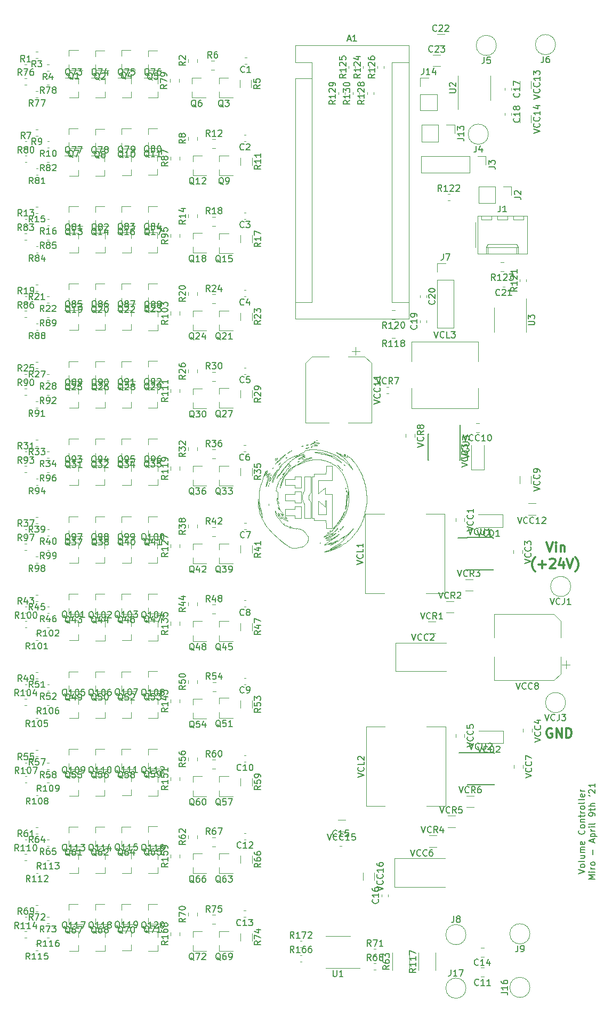
<source format=gbr>
%TF.GenerationSoftware,KiCad,Pcbnew,5.1.6-c6e7f7d~87~ubuntu18.04.1*%
%TF.CreationDate,2021-04-09T12:13:12+12:00*%
%TF.ProjectId,Volume Control 3 Mar18,566f6c75-6d65-4204-936f-6e74726f6c20,rev?*%
%TF.SameCoordinates,Original*%
%TF.FileFunction,Legend,Top*%
%TF.FilePolarity,Positive*%
%FSLAX46Y46*%
G04 Gerber Fmt 4.6, Leading zero omitted, Abs format (unit mm)*
G04 Created by KiCad (PCBNEW 5.1.6-c6e7f7d~87~ubuntu18.04.1) date 2021-04-09 12:13:12*
%MOMM*%
%LPD*%
G01*
G04 APERTURE LIST*
%ADD10C,0.150000*%
%ADD11C,0.100000*%
%ADD12C,0.300000*%
%ADD13C,0.120000*%
G04 APERTURE END LIST*
D10*
X128675380Y-159090476D02*
X129675380Y-158757142D01*
X128675380Y-158423809D01*
X129675380Y-157947619D02*
X129627761Y-158042857D01*
X129580142Y-158090476D01*
X129484904Y-158138095D01*
X129199190Y-158138095D01*
X129103952Y-158090476D01*
X129056333Y-158042857D01*
X129008714Y-157947619D01*
X129008714Y-157804761D01*
X129056333Y-157709523D01*
X129103952Y-157661904D01*
X129199190Y-157614285D01*
X129484904Y-157614285D01*
X129580142Y-157661904D01*
X129627761Y-157709523D01*
X129675380Y-157804761D01*
X129675380Y-157947619D01*
X129675380Y-157042857D02*
X129627761Y-157138095D01*
X129532523Y-157185714D01*
X128675380Y-157185714D01*
X129008714Y-156233333D02*
X129675380Y-156233333D01*
X129008714Y-156661904D02*
X129532523Y-156661904D01*
X129627761Y-156614285D01*
X129675380Y-156519047D01*
X129675380Y-156376190D01*
X129627761Y-156280952D01*
X129580142Y-156233333D01*
X129675380Y-155757142D02*
X129008714Y-155757142D01*
X129103952Y-155757142D02*
X129056333Y-155709523D01*
X129008714Y-155614285D01*
X129008714Y-155471428D01*
X129056333Y-155376190D01*
X129151571Y-155328571D01*
X129675380Y-155328571D01*
X129151571Y-155328571D02*
X129056333Y-155280952D01*
X129008714Y-155185714D01*
X129008714Y-155042857D01*
X129056333Y-154947619D01*
X129151571Y-154900000D01*
X129675380Y-154900000D01*
X129627761Y-154042857D02*
X129675380Y-154138095D01*
X129675380Y-154328571D01*
X129627761Y-154423809D01*
X129532523Y-154471428D01*
X129151571Y-154471428D01*
X129056333Y-154423809D01*
X129008714Y-154328571D01*
X129008714Y-154138095D01*
X129056333Y-154042857D01*
X129151571Y-153995238D01*
X129246809Y-153995238D01*
X129342047Y-154471428D01*
X129580142Y-152233333D02*
X129627761Y-152280952D01*
X129675380Y-152423809D01*
X129675380Y-152519047D01*
X129627761Y-152661904D01*
X129532523Y-152757142D01*
X129437285Y-152804761D01*
X129246809Y-152852380D01*
X129103952Y-152852380D01*
X128913476Y-152804761D01*
X128818238Y-152757142D01*
X128723000Y-152661904D01*
X128675380Y-152519047D01*
X128675380Y-152423809D01*
X128723000Y-152280952D01*
X128770619Y-152233333D01*
X129675380Y-151661904D02*
X129627761Y-151757142D01*
X129580142Y-151804761D01*
X129484904Y-151852380D01*
X129199190Y-151852380D01*
X129103952Y-151804761D01*
X129056333Y-151757142D01*
X129008714Y-151661904D01*
X129008714Y-151519047D01*
X129056333Y-151423809D01*
X129103952Y-151376190D01*
X129199190Y-151328571D01*
X129484904Y-151328571D01*
X129580142Y-151376190D01*
X129627761Y-151423809D01*
X129675380Y-151519047D01*
X129675380Y-151661904D01*
X129008714Y-150900000D02*
X129675380Y-150900000D01*
X129103952Y-150900000D02*
X129056333Y-150852380D01*
X129008714Y-150757142D01*
X129008714Y-150614285D01*
X129056333Y-150519047D01*
X129151571Y-150471428D01*
X129675380Y-150471428D01*
X129008714Y-150138095D02*
X129008714Y-149757142D01*
X128675380Y-149995238D02*
X129532523Y-149995238D01*
X129627761Y-149947619D01*
X129675380Y-149852380D01*
X129675380Y-149757142D01*
X129675380Y-149423809D02*
X129008714Y-149423809D01*
X129199190Y-149423809D02*
X129103952Y-149376190D01*
X129056333Y-149328571D01*
X129008714Y-149233333D01*
X129008714Y-149138095D01*
X129675380Y-148661904D02*
X129627761Y-148757142D01*
X129580142Y-148804761D01*
X129484904Y-148852380D01*
X129199190Y-148852380D01*
X129103952Y-148804761D01*
X129056333Y-148757142D01*
X129008714Y-148661904D01*
X129008714Y-148519047D01*
X129056333Y-148423809D01*
X129103952Y-148376190D01*
X129199190Y-148328571D01*
X129484904Y-148328571D01*
X129580142Y-148376190D01*
X129627761Y-148423809D01*
X129675380Y-148519047D01*
X129675380Y-148661904D01*
X129675380Y-147757142D02*
X129627761Y-147852380D01*
X129532523Y-147900000D01*
X128675380Y-147900000D01*
X129675380Y-147233333D02*
X129627761Y-147328571D01*
X129532523Y-147376190D01*
X128675380Y-147376190D01*
X129627761Y-146471428D02*
X129675380Y-146566666D01*
X129675380Y-146757142D01*
X129627761Y-146852380D01*
X129532523Y-146900000D01*
X129151571Y-146900000D01*
X129056333Y-146852380D01*
X129008714Y-146757142D01*
X129008714Y-146566666D01*
X129056333Y-146471428D01*
X129151571Y-146423809D01*
X129246809Y-146423809D01*
X129342047Y-146900000D01*
X129675380Y-145995238D02*
X129008714Y-145995238D01*
X129199190Y-145995238D02*
X129103952Y-145947619D01*
X129056333Y-145900000D01*
X129008714Y-145804761D01*
X129008714Y-145709523D01*
X131325380Y-159971428D02*
X130325380Y-159971428D01*
X131039666Y-159638095D01*
X130325380Y-159304761D01*
X131325380Y-159304761D01*
X131325380Y-158828571D02*
X130658714Y-158828571D01*
X130325380Y-158828571D02*
X130373000Y-158876190D01*
X130420619Y-158828571D01*
X130373000Y-158780952D01*
X130325380Y-158828571D01*
X130420619Y-158828571D01*
X131325380Y-158352380D02*
X130658714Y-158352380D01*
X130849190Y-158352380D02*
X130753952Y-158304761D01*
X130706333Y-158257142D01*
X130658714Y-158161904D01*
X130658714Y-158066666D01*
X131325380Y-157590476D02*
X131277761Y-157685714D01*
X131230142Y-157733333D01*
X131134904Y-157780952D01*
X130849190Y-157780952D01*
X130753952Y-157733333D01*
X130706333Y-157685714D01*
X130658714Y-157590476D01*
X130658714Y-157447619D01*
X130706333Y-157352380D01*
X130753952Y-157304761D01*
X130849190Y-157257142D01*
X131134904Y-157257142D01*
X131230142Y-157304761D01*
X131277761Y-157352380D01*
X131325380Y-157447619D01*
X131325380Y-157590476D01*
X130944428Y-156066666D02*
X130944428Y-155304761D01*
X131039666Y-154114285D02*
X131039666Y-153638095D01*
X131325380Y-154209523D02*
X130325380Y-153876190D01*
X131325380Y-153542857D01*
X130658714Y-153209523D02*
X131658714Y-153209523D01*
X130706333Y-153209523D02*
X130658714Y-153114285D01*
X130658714Y-152923809D01*
X130706333Y-152828571D01*
X130753952Y-152780952D01*
X130849190Y-152733333D01*
X131134904Y-152733333D01*
X131230142Y-152780952D01*
X131277761Y-152828571D01*
X131325380Y-152923809D01*
X131325380Y-153114285D01*
X131277761Y-153209523D01*
X131325380Y-152304761D02*
X130658714Y-152304761D01*
X130849190Y-152304761D02*
X130753952Y-152257142D01*
X130706333Y-152209523D01*
X130658714Y-152114285D01*
X130658714Y-152019047D01*
X131325380Y-151685714D02*
X130658714Y-151685714D01*
X130325380Y-151685714D02*
X130373000Y-151733333D01*
X130420619Y-151685714D01*
X130373000Y-151638095D01*
X130325380Y-151685714D01*
X130420619Y-151685714D01*
X131325380Y-151066666D02*
X131277761Y-151161904D01*
X131182523Y-151209523D01*
X130325380Y-151209523D01*
X131325380Y-149876190D02*
X131325380Y-149685714D01*
X131277761Y-149590476D01*
X131230142Y-149542857D01*
X131087285Y-149447619D01*
X130896809Y-149400000D01*
X130515857Y-149400000D01*
X130420619Y-149447619D01*
X130373000Y-149495238D01*
X130325380Y-149590476D01*
X130325380Y-149780952D01*
X130373000Y-149876190D01*
X130420619Y-149923809D01*
X130515857Y-149971428D01*
X130753952Y-149971428D01*
X130849190Y-149923809D01*
X130896809Y-149876190D01*
X130944428Y-149780952D01*
X130944428Y-149590476D01*
X130896809Y-149495238D01*
X130849190Y-149447619D01*
X130753952Y-149400000D01*
X130658714Y-149114285D02*
X130658714Y-148733333D01*
X130325380Y-148971428D02*
X131182523Y-148971428D01*
X131277761Y-148923809D01*
X131325380Y-148828571D01*
X131325380Y-148733333D01*
X131325380Y-148400000D02*
X130325380Y-148400000D01*
X131325380Y-147971428D02*
X130801571Y-147971428D01*
X130706333Y-148019047D01*
X130658714Y-148114285D01*
X130658714Y-148257142D01*
X130706333Y-148352380D01*
X130753952Y-148400000D01*
X130325380Y-146685714D02*
X130515857Y-146780952D01*
X130420619Y-146304761D02*
X130373000Y-146257142D01*
X130325380Y-146161904D01*
X130325380Y-145923809D01*
X130373000Y-145828571D01*
X130420619Y-145780952D01*
X130515857Y-145733333D01*
X130611095Y-145733333D01*
X130753952Y-145780952D01*
X131325380Y-146352380D01*
X131325380Y-145733333D01*
X131325380Y-144780952D02*
X131325380Y-145352380D01*
X131325380Y-145066666D02*
X130325380Y-145066666D01*
X130468238Y-145161904D01*
X130563476Y-145257142D01*
X130611095Y-145352380D01*
D11*
X91163700Y-94931876D02*
X91163700Y-94931876D01*
X90879805Y-94723125D02*
X90821459Y-94641657D01*
X90821459Y-94641657D02*
X90752217Y-94564613D01*
X90752217Y-94564613D02*
X90677570Y-94485389D01*
X90677570Y-94485389D02*
X90636075Y-94442526D01*
X92060220Y-106219425D02*
X91963850Y-106256734D01*
X91963850Y-106256734D02*
X91947465Y-106296750D01*
X77785219Y-100152685D02*
X77782162Y-100021193D01*
X77782162Y-100021193D02*
X77779607Y-99906674D01*
X77779607Y-99906674D02*
X77776822Y-99766058D01*
X77776822Y-99766058D02*
X77775440Y-99661933D01*
X77775440Y-99661933D02*
X77777550Y-99559094D01*
X77777550Y-99559094D02*
X77798605Y-99680940D01*
X77798605Y-99680940D02*
X77809954Y-99784321D01*
X77809954Y-99784321D02*
X77823919Y-99916740D01*
X77923949Y-101163790D02*
X77879733Y-101056836D01*
X77879733Y-101056836D02*
X77850200Y-100945100D01*
X77850200Y-100945100D02*
X77830941Y-100837864D01*
X77830941Y-100837864D02*
X77815243Y-100712413D01*
X77815243Y-100712413D02*
X77805628Y-100605066D01*
X77805628Y-100605066D02*
X77797721Y-100485338D01*
X77797721Y-100485338D02*
X77791400Y-100352314D01*
X77791400Y-100352314D02*
X77786537Y-100205079D01*
X77786537Y-100205079D02*
X77785219Y-100152685D01*
X83604484Y-92768020D02*
X83724826Y-92720554D01*
X83724826Y-92720554D02*
X83828535Y-92683084D01*
X83828535Y-92683084D02*
X83938944Y-92648632D01*
X83938944Y-92648632D02*
X84039278Y-92630067D01*
X84039278Y-92630067D02*
X83971062Y-92711442D01*
X83971062Y-92711442D02*
X83858619Y-92773470D01*
X77975449Y-101394390D02*
X77979350Y-101292491D01*
X77979350Y-101292491D02*
X77941430Y-101198787D01*
X77941430Y-101198787D02*
X77923949Y-101163790D01*
X79008394Y-103750245D02*
X78914229Y-103604626D01*
X78914229Y-103604626D02*
X78816391Y-103441412D01*
X78816391Y-103441412D02*
X78766605Y-103354370D01*
X78766605Y-103354370D02*
X78716513Y-103264325D01*
X78716513Y-103264325D02*
X78666320Y-103171744D01*
X78666320Y-103171744D02*
X78616229Y-103077091D01*
X78616229Y-103077091D02*
X78566444Y-102980832D01*
X78566444Y-102980832D02*
X78517170Y-102883433D01*
X78517170Y-102883433D02*
X78468611Y-102785359D01*
X78468611Y-102785359D02*
X78420970Y-102687075D01*
X78420970Y-102687075D02*
X78374453Y-102589048D01*
X78374453Y-102589048D02*
X78329262Y-102491743D01*
X78329262Y-102491743D02*
X78285603Y-102395625D01*
X78285603Y-102395625D02*
X78243679Y-102301160D01*
X78243679Y-102301160D02*
X78203694Y-102208814D01*
X78203694Y-102208814D02*
X78130359Y-102032338D01*
X78130359Y-102032338D02*
X78067231Y-101869922D01*
X78067231Y-101869922D02*
X78015943Y-101725291D01*
X78015943Y-101725291D02*
X77978128Y-101602168D01*
X77978128Y-101602168D02*
X77955419Y-101504278D01*
X77955419Y-101504278D02*
X77961849Y-101399095D01*
X77961849Y-101399095D02*
X77975449Y-101394390D01*
X90608380Y-104676470D02*
X90668363Y-104595270D01*
X90668363Y-104595270D02*
X90581630Y-104649720D01*
X82961784Y-107288875D02*
X82864427Y-107241871D01*
X82864427Y-107241871D02*
X82760578Y-107186467D01*
X82760578Y-107186467D02*
X82650719Y-107123093D01*
X82650719Y-107123093D02*
X82535328Y-107052178D01*
X82535328Y-107052178D02*
X82414886Y-106974153D01*
X82414886Y-106974153D02*
X82289874Y-106889447D01*
X82289874Y-106889447D02*
X82160771Y-106798490D01*
X82160771Y-106798490D02*
X82028058Y-106701712D01*
X82028058Y-106701712D02*
X81892215Y-106599543D01*
X81892215Y-106599543D02*
X81753722Y-106492412D01*
X81753722Y-106492412D02*
X81613059Y-106380750D01*
X81613059Y-106380750D02*
X81470707Y-106264985D01*
X81470707Y-106264985D02*
X81327146Y-106145549D01*
X81327146Y-106145549D02*
X81182856Y-106022871D01*
X81182856Y-106022871D02*
X81038316Y-105897380D01*
X81038316Y-105897380D02*
X80894009Y-105769506D01*
X80894009Y-105769506D02*
X80750412Y-105639680D01*
X80750412Y-105639680D02*
X80608008Y-105508331D01*
X80608008Y-105508331D02*
X80467275Y-105375889D01*
X80467275Y-105375889D02*
X80328695Y-105242784D01*
X80328695Y-105242784D02*
X80192747Y-105109445D01*
X80192747Y-105109445D02*
X80059911Y-104976303D01*
X80059911Y-104976303D02*
X79930669Y-104843787D01*
X79930669Y-104843787D02*
X79805499Y-104712327D01*
X79805499Y-104712327D02*
X79684882Y-104582353D01*
X79684882Y-104582353D02*
X79569299Y-104454295D01*
X79569299Y-104454295D02*
X79459230Y-104328582D01*
X79459230Y-104328582D02*
X79355154Y-104205644D01*
X79355154Y-104205644D02*
X79257553Y-104085912D01*
X79257553Y-104085912D02*
X79166905Y-103969815D01*
X79166905Y-103969815D02*
X79083692Y-103857782D01*
X79083692Y-103857782D02*
X79008394Y-103750245D01*
X90315520Y-92765305D02*
X90465117Y-92861602D01*
X90465117Y-92861602D02*
X90606707Y-92953735D01*
X90606707Y-92953735D02*
X90740460Y-93041829D01*
X90740460Y-93041829D02*
X90866545Y-93126006D01*
X90866545Y-93126006D02*
X90985131Y-93206389D01*
X90985131Y-93206389D02*
X91096388Y-93283101D01*
X91096388Y-93283101D02*
X91200485Y-93356265D01*
X91200485Y-93356265D02*
X91297591Y-93426004D01*
X91297591Y-93426004D02*
X91387877Y-93492441D01*
X91387877Y-93492441D02*
X91471511Y-93555700D01*
X91471511Y-93555700D02*
X91584860Y-93644898D01*
X91584860Y-93644898D02*
X91684196Y-93727636D01*
X91684196Y-93727636D02*
X91770090Y-93804330D01*
X91770090Y-93804330D02*
X91843115Y-93875395D01*
X84509679Y-93165340D02*
X84399693Y-93204633D01*
X84399693Y-93204633D02*
X84292982Y-93236620D01*
X84292982Y-93236620D02*
X84189197Y-93253139D01*
X84189197Y-93253139D02*
X84176829Y-93236255D01*
X81809959Y-95629725D02*
X81810034Y-95629725D01*
X91094575Y-94971676D02*
X91164567Y-95047831D01*
X91164567Y-95047831D02*
X91172040Y-94947701D01*
X91172040Y-94947701D02*
X91163700Y-94931876D01*
X91899685Y-92651695D02*
X91941835Y-92684995D01*
X79578834Y-97053250D02*
X79535934Y-97096150D01*
X83667399Y-92925200D02*
X83770971Y-92900956D01*
X83770971Y-92900956D02*
X83879745Y-92854201D01*
X83879745Y-92854201D02*
X83972944Y-92809425D01*
X83972944Y-92809425D02*
X84074975Y-92756900D01*
X84074975Y-92756900D02*
X84117454Y-92734065D01*
X84176829Y-93236255D02*
X84259219Y-93176071D01*
X84259219Y-93176071D02*
X84323979Y-93163605D01*
X84323979Y-93163605D02*
X84416097Y-93124438D01*
X84416097Y-93124438D02*
X84426219Y-93094630D01*
X84025314Y-107301375D02*
X83941007Y-107355193D01*
X83941007Y-107355193D02*
X83832754Y-107393070D01*
X83832754Y-107393070D02*
X83705580Y-107415064D01*
X83705580Y-107415064D02*
X83600805Y-107421173D01*
X83600805Y-107421173D02*
X83490334Y-107418405D01*
X83490334Y-107418405D02*
X83376287Y-107406788D01*
X83376287Y-107406788D02*
X83260785Y-107386345D01*
X83260785Y-107386345D02*
X83145946Y-107357102D01*
X83145946Y-107357102D02*
X83033892Y-107319083D01*
X83033892Y-107319083D02*
X82961784Y-107288875D01*
X84426219Y-93094630D02*
X84511558Y-93025755D01*
X84511558Y-93025755D02*
X84605950Y-92982863D01*
X84605950Y-92982863D02*
X84705923Y-92945633D01*
X84705923Y-92945633D02*
X84798739Y-92916170D01*
X84798739Y-92916170D02*
X84933591Y-92875212D01*
X84933591Y-92875212D02*
X85047258Y-92837887D01*
X85047258Y-92837887D02*
X85165521Y-92794013D01*
X85165521Y-92794013D02*
X85259190Y-92749113D01*
X85259190Y-92749113D02*
X85170434Y-92686974D01*
X85170434Y-92686974D02*
X85115789Y-92687565D01*
X80990004Y-100148050D02*
X80969868Y-100045788D01*
X80969868Y-100045788D02*
X80966886Y-99942130D01*
X80966886Y-99942130D02*
X80972954Y-99928575D01*
X85115789Y-92687565D02*
X85008418Y-92697536D01*
X85008418Y-92697536D02*
X84912994Y-92729372D01*
X84912994Y-92729372D02*
X84902814Y-92762775D01*
X91810670Y-99443565D02*
X91813544Y-99305807D01*
X91813544Y-99305807D02*
X91817052Y-99186285D01*
X91817052Y-99186285D02*
X91821194Y-99084979D01*
X91821194Y-99084979D02*
X91827708Y-98978206D01*
X91827708Y-98978206D02*
X91839615Y-98878602D01*
X91839615Y-98878602D02*
X91874285Y-98911400D01*
X91674850Y-97918040D02*
X91686587Y-97816010D01*
X91686587Y-97816010D02*
X91710650Y-97829345D01*
X84108639Y-107276875D02*
X84025314Y-107301375D01*
X79508319Y-100596565D02*
X79521534Y-100489247D01*
X79521534Y-100489247D02*
X79515398Y-100383082D01*
X79515398Y-100383082D02*
X79508319Y-100348220D01*
X79399699Y-97492285D02*
X79411429Y-97594315D01*
X79411429Y-97594315D02*
X79435449Y-97580985D01*
X90892675Y-107094885D02*
X90807949Y-107157135D01*
X90807949Y-107157135D02*
X90707812Y-107207255D01*
X90707812Y-107207255D02*
X90604697Y-107249053D01*
X90604697Y-107249053D02*
X90511470Y-107280110D01*
X84149589Y-107314525D02*
X84108639Y-107276875D01*
X84542194Y-107238915D02*
X84435665Y-107247364D01*
X84435665Y-107247364D02*
X84333301Y-107261765D01*
X84333301Y-107261765D02*
X84232484Y-107283384D01*
X84232484Y-107283384D02*
X84149589Y-107314525D01*
X92137885Y-99181890D02*
X92149051Y-99282171D01*
X92149051Y-99282171D02*
X92132235Y-99317890D01*
X90047270Y-103840415D02*
X90124432Y-103764093D01*
X90124432Y-103764093D02*
X90206358Y-103695486D01*
X90206358Y-103695486D02*
X90268530Y-103669125D01*
X89834720Y-92816015D02*
X89741773Y-92776441D01*
X89741773Y-92776441D02*
X89638672Y-92743600D01*
X89638672Y-92743600D02*
X89529786Y-92716878D01*
X89529786Y-92716878D02*
X89439950Y-92701475D01*
X90982835Y-93723911D02*
X90891720Y-93633651D01*
X90891720Y-93633651D02*
X90795204Y-93547087D01*
X90795204Y-93547087D02*
X90680827Y-93449325D01*
X90680827Y-93449325D02*
X90597450Y-93380141D01*
X90597450Y-93380141D02*
X90510329Y-93309298D01*
X90510329Y-93309298D02*
X90421145Y-93238123D01*
X90421145Y-93238123D02*
X90331573Y-93167943D01*
X90331573Y-93167943D02*
X90243293Y-93100085D01*
X90243293Y-93100085D02*
X90157984Y-93035876D01*
X90157984Y-93035876D02*
X90077322Y-92976643D01*
X90077322Y-92976643D02*
X89968716Y-92900027D01*
X89968716Y-92900027D02*
X89880007Y-92842072D01*
X89880007Y-92842072D02*
X89834720Y-92816015D01*
X79475869Y-100472390D02*
X79479810Y-100575473D01*
X79479810Y-100575473D02*
X79508319Y-100596565D01*
X85759334Y-105882285D02*
X85741892Y-106013688D01*
X85741892Y-106013688D02*
X85713507Y-106142362D01*
X85713507Y-106142362D02*
X85674847Y-106267558D01*
X85674847Y-106267558D02*
X85626583Y-106388531D01*
X85626583Y-106388531D02*
X85569385Y-106504532D01*
X85569385Y-106504532D02*
X85503923Y-106614816D01*
X85503923Y-106614816D02*
X85430868Y-106718636D01*
X85430868Y-106718636D02*
X85350888Y-106815245D01*
X85350888Y-106815245D02*
X85264654Y-106903896D01*
X85264654Y-106903896D02*
X85172837Y-106983843D01*
X85172837Y-106983843D02*
X85076105Y-107054339D01*
X85076105Y-107054339D02*
X84975130Y-107114637D01*
X84975130Y-107114637D02*
X84870582Y-107163990D01*
X84870582Y-107163990D02*
X84763129Y-107201652D01*
X84763129Y-107201652D02*
X84653443Y-107226876D01*
X84653443Y-107226876D02*
X84542194Y-107238915D01*
X90268530Y-103669125D02*
X90209619Y-103756085D01*
X90209619Y-103756085D02*
X90129786Y-103828448D01*
X90129786Y-103828448D02*
X90075550Y-103872125D01*
X84902814Y-92762775D02*
X84862964Y-92780075D01*
X85723184Y-105509775D02*
X85762288Y-105602568D01*
X85762288Y-105602568D02*
X85767610Y-105715835D01*
X85767610Y-105715835D02*
X85763840Y-105822931D01*
X85763840Y-105822931D02*
X85759334Y-105882285D01*
X92094985Y-99224790D02*
X92137885Y-99181890D01*
X91634180Y-101111005D02*
X91634180Y-101111005D01*
X85436414Y-105159675D02*
X85492826Y-105246903D01*
X85492826Y-105246903D02*
X85559092Y-105340859D01*
X85559092Y-105340859D02*
X85629417Y-105429570D01*
X85629417Y-105429570D02*
X85704854Y-105502629D01*
X85704854Y-105502629D02*
X85723184Y-105509775D01*
X92018445Y-98698535D02*
X92018445Y-98698535D01*
X84413469Y-104374495D02*
X84528616Y-104391064D01*
X84528616Y-104391064D02*
X84623928Y-104423827D01*
X84623928Y-104423827D02*
X84724662Y-104472293D01*
X84724662Y-104472293D02*
X84828791Y-104534907D01*
X84828791Y-104534907D02*
X84934290Y-104610113D01*
X84934290Y-104610113D02*
X85039131Y-104696356D01*
X85039131Y-104696356D02*
X85141288Y-104792081D01*
X85141288Y-104792081D02*
X85238736Y-104895733D01*
X85238736Y-104895733D02*
X85329447Y-105005755D01*
X85329447Y-105005755D02*
X85411395Y-105120594D01*
X85411395Y-105120594D02*
X85436414Y-105159675D01*
X80191094Y-96656590D02*
X80222560Y-96548446D01*
X80222560Y-96548446D02*
X80266802Y-96427566D01*
X80266802Y-96427566D02*
X80308701Y-96322392D01*
X80308701Y-96322392D02*
X80356357Y-96208733D01*
X80356357Y-96208733D02*
X80408222Y-96090145D01*
X80408222Y-96090145D02*
X80462751Y-95970187D01*
X80462751Y-95970187D02*
X80518398Y-95852417D01*
X80518398Y-95852417D02*
X80573618Y-95740392D01*
X80573618Y-95740392D02*
X80626865Y-95637670D01*
X80626865Y-95637670D02*
X80660504Y-95576115D01*
X82184434Y-102512370D02*
X82049259Y-102352720D01*
X84032649Y-104259110D02*
X84129086Y-104309018D01*
X84129086Y-104309018D02*
X84230115Y-104344427D01*
X84230115Y-104344427D02*
X84332534Y-104367463D01*
X84332534Y-104367463D02*
X84413469Y-104374495D01*
X84937094Y-93106845D02*
X84846834Y-93048122D01*
X84846834Y-93048122D02*
X84748941Y-93078754D01*
X84748941Y-93078754D02*
X84623035Y-93123061D01*
X84623035Y-93123061D02*
X84509679Y-93165340D01*
X91124225Y-104233005D02*
X91201847Y-104157240D01*
X91201847Y-104157240D02*
X91269625Y-104070773D01*
X91269625Y-104070773D02*
X91319070Y-104002395D01*
X83903999Y-104267310D02*
X84003549Y-104240124D01*
X84003549Y-104240124D02*
X84032649Y-104259110D01*
X83803434Y-104311760D02*
X83897065Y-104354711D01*
X83897065Y-104354711D02*
X83903999Y-104267310D01*
X87583745Y-106574505D02*
X87663525Y-106510582D01*
X87663525Y-106510582D02*
X87698555Y-106503555D01*
X90982835Y-93723950D02*
X90982835Y-93723950D01*
X83487569Y-104232550D02*
X83595948Y-104244060D01*
X83595948Y-104244060D02*
X83702451Y-104270769D01*
X83702451Y-104270769D02*
X83795628Y-104307700D01*
X83795628Y-104307700D02*
X83803434Y-104311760D01*
X83252304Y-104175070D02*
X83349229Y-104215660D01*
X83349229Y-104215660D02*
X83452475Y-104231376D01*
X83452475Y-104231376D02*
X83487569Y-104232550D01*
X82972029Y-104031220D02*
X83070779Y-104074267D01*
X83070779Y-104074267D02*
X83160727Y-104118773D01*
X83160727Y-104118773D02*
X83248570Y-104172010D01*
X83248570Y-104172010D02*
X83252304Y-104175070D01*
X80057219Y-96928675D02*
X80121569Y-96843174D01*
X80121569Y-96843174D02*
X80164754Y-96748075D01*
X80164754Y-96748075D02*
X80191094Y-96656590D01*
X81251019Y-102524710D02*
X81326605Y-102592683D01*
X81326605Y-102592683D02*
X81400265Y-102664417D01*
X81400265Y-102664417D02*
X81423034Y-102742950D01*
X85982834Y-93158740D02*
X86097242Y-93128048D01*
X86097242Y-93128048D02*
X86214950Y-93095528D01*
X86214950Y-93095528D02*
X86320562Y-93062004D01*
X86320562Y-93062004D02*
X86207554Y-93029197D01*
X86207554Y-93029197D02*
X86158704Y-93028030D01*
X90989575Y-106785040D02*
X90776860Y-106820140D01*
X90427060Y-104298745D02*
X90425145Y-104197667D01*
X90425145Y-104197667D02*
X90420910Y-104162050D01*
X86158704Y-93028030D02*
X86056343Y-93028649D01*
X86056343Y-93028649D02*
X85951297Y-93036399D01*
X85951297Y-93036399D02*
X85847333Y-93056591D01*
X85847333Y-93056591D02*
X85819614Y-93070980D01*
X90817840Y-106919810D02*
X90989575Y-106785040D01*
X80034119Y-96770615D02*
X80004619Y-96875194D01*
X80004619Y-96875194D02*
X80057219Y-96928675D01*
X89083470Y-104853470D02*
X89009696Y-104941953D01*
X89009696Y-104941953D02*
X88921612Y-105003447D01*
X88921612Y-105003447D02*
X88821546Y-105028976D01*
X88821546Y-105028976D02*
X88778150Y-104977310D01*
X90806255Y-92594100D02*
X90680698Y-92518206D01*
X90680698Y-92518206D02*
X90564080Y-92443615D01*
X90564080Y-92443615D02*
X90458698Y-92372266D01*
X90458698Y-92372266D02*
X90366848Y-92306102D01*
X90366848Y-92306102D02*
X90269405Y-92229305D01*
X90269405Y-92229305D02*
X90195474Y-92158137D01*
X90195474Y-92158137D02*
X90269980Y-92140860D01*
X92132235Y-99317890D02*
X92094985Y-99224760D01*
X82627369Y-104010810D02*
X82735077Y-104075468D01*
X82735077Y-104075468D02*
X82829487Y-104128967D01*
X82829487Y-104128967D02*
X82932895Y-104182498D01*
X82932895Y-104182498D02*
X83034865Y-104223420D01*
X83034865Y-104223420D02*
X82981870Y-104124558D01*
X82981870Y-104124558D02*
X82936554Y-104087115D01*
X90173595Y-107419720D02*
X90079863Y-107477179D01*
X90079863Y-107477179D02*
X89939023Y-107536131D01*
X89939023Y-107536131D02*
X89819091Y-107580701D01*
X89819091Y-107580701D02*
X89683024Y-107628067D01*
X89683024Y-107628067D02*
X89534851Y-107677011D01*
X89534851Y-107677011D02*
X89378598Y-107726316D01*
X89378598Y-107726316D02*
X89218292Y-107774765D01*
X89218292Y-107774765D02*
X89057961Y-107821142D01*
X89057961Y-107821142D02*
X88901631Y-107864228D01*
X88901631Y-107864228D02*
X88753329Y-107902807D01*
X88753329Y-107902807D02*
X88617082Y-107935662D01*
X88617082Y-107935662D02*
X88496918Y-107961575D01*
X88496918Y-107961575D02*
X88396863Y-107979331D01*
X88396863Y-107979331D02*
X88293295Y-107988005D01*
X91941835Y-92684995D02*
X91988342Y-92775376D01*
X91988342Y-92775376D02*
X92071045Y-92847236D01*
X92071045Y-92847236D02*
X92157349Y-92899821D01*
X92157349Y-92899821D02*
X92213515Y-92926965D01*
X92101530Y-98698535D02*
X92107638Y-98808742D01*
X92107638Y-98808742D02*
X92102173Y-98917343D01*
X92102173Y-98917343D02*
X92073530Y-98982365D01*
X78403744Y-102340275D02*
X78344686Y-102259300D01*
X78344686Y-102259300D02*
X78346784Y-102360313D01*
X78346784Y-102360313D02*
X78368344Y-102420905D01*
X82109279Y-103789075D02*
X82213175Y-103811027D01*
X82213175Y-103811027D02*
X82309086Y-103846856D01*
X82309086Y-103846856D02*
X82417949Y-103896059D01*
X82417949Y-103896059D02*
X82513387Y-103945062D01*
X82513387Y-103945062D02*
X82608690Y-103999444D01*
X82608690Y-103999444D02*
X82627369Y-104010810D01*
X81921099Y-103498850D02*
X81892592Y-103601235D01*
X81892592Y-103601235D02*
X81928673Y-103704894D01*
X81928673Y-103704894D02*
X82009552Y-103768650D01*
X82009552Y-103768650D02*
X82109279Y-103789075D01*
X83858619Y-92773470D02*
X83764288Y-92827485D01*
X83764288Y-92827485D02*
X83682217Y-92890190D01*
X83682217Y-92890190D02*
X83667399Y-92925200D01*
X94694675Y-101974890D02*
X94686580Y-102085405D01*
X94686580Y-102085405D02*
X94672349Y-102187384D01*
X94672349Y-102187384D02*
X94633410Y-102274430D01*
X85819614Y-93070980D02*
X85732594Y-93121423D01*
X85732594Y-93121423D02*
X85665879Y-93141940D01*
X85665879Y-93141940D02*
X85561499Y-93163540D01*
X85561499Y-93163540D02*
X85462605Y-93184007D01*
X85462605Y-93184007D02*
X85457119Y-93185140D01*
X85457119Y-93185140D02*
X85358648Y-93219786D01*
X85358648Y-93219786D02*
X85303389Y-93256100D01*
X85303389Y-93256100D02*
X85203955Y-93293624D01*
X85203955Y-93293624D02*
X85091328Y-93304015D01*
X85091328Y-93304015D02*
X84976730Y-93299697D01*
X84976730Y-93299697D02*
X84877341Y-93276674D01*
X84877341Y-93276674D02*
X84851954Y-93248750D01*
X84851954Y-93248750D02*
X84896591Y-93154222D01*
X84896591Y-93154222D02*
X84937094Y-93106845D01*
X91319015Y-104002395D02*
X91379406Y-103912916D01*
X91379406Y-103912916D02*
X91355515Y-103872395D01*
X81859039Y-103506750D02*
X81921099Y-103498850D01*
X85163989Y-91990135D02*
X85280044Y-91910536D01*
X85280044Y-91910536D02*
X85387740Y-91865449D01*
X85387740Y-91865449D02*
X85517158Y-91826811D01*
X85517158Y-91826811D02*
X85666122Y-91794682D01*
X85666122Y-91794682D02*
X85832457Y-91769120D01*
X85832457Y-91769120D02*
X86013988Y-91750184D01*
X86013988Y-91750184D02*
X86208537Y-91737931D01*
X86208537Y-91737931D02*
X86310015Y-91734330D01*
X86310015Y-91734330D02*
X86413931Y-91732421D01*
X86413931Y-91732421D02*
X86520015Y-91732212D01*
X86520015Y-91732212D02*
X86627994Y-91733711D01*
X86627994Y-91733711D02*
X86737596Y-91736924D01*
X86737596Y-91736924D02*
X86848549Y-91741859D01*
X86848549Y-91741859D02*
X86960581Y-91748524D01*
X86960581Y-91748524D02*
X87073421Y-91756926D01*
X87073421Y-91756926D02*
X87186797Y-91767071D01*
X87186797Y-91767071D02*
X87300435Y-91778967D01*
X87300435Y-91778967D02*
X87414066Y-91792622D01*
X87414066Y-91792622D02*
X87527415Y-91808043D01*
X87527415Y-91808043D02*
X87640213Y-91825237D01*
X87640213Y-91825237D02*
X87752186Y-91844211D01*
X87752186Y-91844211D02*
X87863063Y-91864973D01*
X87863063Y-91864973D02*
X87972571Y-91887530D01*
X87972571Y-91887530D02*
X88080440Y-91911890D01*
X81534254Y-103353895D02*
X81609956Y-103437217D01*
X81609956Y-103437217D02*
X81691478Y-103512680D01*
X81691478Y-103512680D02*
X81786141Y-103545572D01*
X81786141Y-103545572D02*
X81859039Y-103506750D01*
X90490720Y-92312265D02*
X90594883Y-92338321D01*
X90594883Y-92338321D02*
X90695653Y-92379445D01*
X90695653Y-92379445D02*
X90793102Y-92426413D01*
X90793102Y-92426413D02*
X90863235Y-92464290D01*
X80990009Y-100148050D02*
X80990009Y-100148050D01*
X80972954Y-99928575D02*
X81029999Y-100016220D01*
X81029999Y-100016220D02*
X81050819Y-100087235D01*
X78403699Y-102340275D02*
X78403699Y-102340275D01*
X84231094Y-93995475D02*
X84388987Y-93904461D01*
X84388987Y-93904461D02*
X84537962Y-93819786D01*
X84537962Y-93819786D02*
X84678546Y-93741199D01*
X84678546Y-93741199D02*
X84811268Y-93668447D01*
X84811268Y-93668447D02*
X84936655Y-93601277D01*
X84936655Y-93601277D02*
X85055235Y-93539438D01*
X85055235Y-93539438D02*
X85167537Y-93482677D01*
X85167537Y-93482677D02*
X85274088Y-93430743D01*
X85274088Y-93430743D02*
X85375416Y-93383382D01*
X85375416Y-93383382D02*
X85472050Y-93340343D01*
X85472050Y-93340343D02*
X85564517Y-93301373D01*
X85564517Y-93301373D02*
X85696561Y-93249997D01*
X85696561Y-93249997D02*
X85822199Y-93206359D01*
X85822199Y-93206359D02*
X85943214Y-93169607D01*
X85943214Y-93169607D02*
X85982834Y-93158740D01*
X81192679Y-102820325D02*
X81240320Y-102917443D01*
X81240320Y-102917443D02*
X81290017Y-103005989D01*
X81290017Y-103005989D02*
X81345884Y-103096897D01*
X81345884Y-103096897D02*
X81405185Y-103185893D01*
X81405185Y-103185893D02*
X81465185Y-103268704D01*
X81465185Y-103268704D02*
X81534254Y-103353895D01*
X81012034Y-102614715D02*
X81108581Y-102660134D01*
X81108581Y-102660134D02*
X81162951Y-102756395D01*
X81162951Y-102756395D02*
X81192679Y-102820325D01*
X81339634Y-94398656D02*
X81270791Y-94474443D01*
X81270791Y-94474443D02*
X81192720Y-94545618D01*
X81192720Y-94545618D02*
X81162334Y-94550805D01*
X91738280Y-100543370D02*
X91753364Y-100439132D01*
X91753364Y-100439132D02*
X91765065Y-100327987D01*
X91765065Y-100327987D02*
X91776120Y-100197057D01*
X91776120Y-100197057D02*
X91783808Y-100088590D01*
X91783808Y-100088590D02*
X91790840Y-99973434D01*
X91790840Y-99973434D02*
X91797090Y-99853493D01*
X91797090Y-99853493D02*
X91802433Y-99730670D01*
X91802433Y-99730670D02*
X91806744Y-99606868D01*
X91806744Y-99606868D02*
X91809897Y-99483990D01*
X91809897Y-99483990D02*
X91810670Y-99443565D01*
X92046430Y-98414720D02*
X92077905Y-98518272D01*
X92077905Y-98518272D02*
X92093894Y-98627822D01*
X92093894Y-98627822D02*
X92101530Y-98698535D01*
X90133975Y-106981460D02*
X90229096Y-106920858D01*
X90229096Y-106920858D02*
X90320006Y-106863133D01*
X90320006Y-106863133D02*
X90406731Y-106808144D01*
X90406731Y-106808144D02*
X90499183Y-106749586D01*
X90499183Y-106749586D02*
X90593382Y-106689983D01*
X90593382Y-106689983D02*
X90630660Y-106666415D01*
X88778150Y-104977315D02*
X88840385Y-104916300D01*
X87610845Y-106645470D02*
X87583745Y-106574505D01*
X91811245Y-98219595D02*
X91846775Y-98320695D01*
X91846775Y-98320695D02*
X91833685Y-98420926D01*
X91833685Y-98420926D02*
X91811245Y-98467940D01*
X80867444Y-102490445D02*
X80915817Y-102583784D01*
X80915817Y-102583784D02*
X81012034Y-102614715D01*
X80721499Y-102242135D02*
X80781642Y-102322914D01*
X80781642Y-102322914D02*
X80832572Y-102416332D01*
X80832572Y-102416332D02*
X80867444Y-102490445D01*
X92195720Y-99738960D02*
X92213235Y-99637211D01*
X92213235Y-99637211D02*
X92218873Y-99531710D01*
X92218873Y-99531710D02*
X92220402Y-99429200D01*
X92220402Y-99429200D02*
X92219252Y-99314062D01*
X92219252Y-99314062D02*
X92215398Y-99189496D01*
X92215398Y-99189496D02*
X92208814Y-99058704D01*
X92208814Y-99058704D02*
X92202070Y-98958450D01*
X92202070Y-98958450D02*
X92190724Y-98820638D01*
X92190724Y-98820638D02*
X92177381Y-98683511D01*
X92177381Y-98683511D02*
X92162061Y-98547127D01*
X92162061Y-98547127D02*
X92144784Y-98411546D01*
X92144784Y-98411546D02*
X92125571Y-98276829D01*
X92125571Y-98276829D02*
X92104440Y-98143036D01*
X92104440Y-98143036D02*
X92081412Y-98010227D01*
X92081412Y-98010227D02*
X92056507Y-97878463D01*
X92056507Y-97878463D02*
X92029745Y-97747803D01*
X92029745Y-97747803D02*
X92001146Y-97618307D01*
X92001146Y-97618307D02*
X91970730Y-97490036D01*
X91970730Y-97490036D02*
X91938517Y-97363049D01*
X91938517Y-97363049D02*
X91904526Y-97237408D01*
X91904526Y-97237408D02*
X91868779Y-97113171D01*
X91868779Y-97113171D02*
X91831294Y-96990400D01*
X91831294Y-96990400D02*
X91792093Y-96869154D01*
X91792093Y-96869154D02*
X91751194Y-96749493D01*
X91751194Y-96749493D02*
X91708618Y-96631479D01*
X91708618Y-96631479D02*
X91664384Y-96515169D01*
X91664384Y-96515169D02*
X91618514Y-96400626D01*
X91618514Y-96400626D02*
X91571026Y-96287909D01*
X91571026Y-96287909D02*
X91521942Y-96177078D01*
X91521942Y-96177078D02*
X91471280Y-96068193D01*
X91471280Y-96068193D02*
X91419060Y-95961315D01*
X91419060Y-95961315D02*
X91365304Y-95856504D01*
X91365304Y-95856504D02*
X91310030Y-95753819D01*
X91310030Y-95753819D02*
X91253259Y-95653321D01*
X91253259Y-95653321D02*
X91195011Y-95555070D01*
X91195011Y-95555070D02*
X91135305Y-95459126D01*
X91135305Y-95459126D02*
X91074162Y-95365550D01*
X91074162Y-95365550D02*
X91011602Y-95274401D01*
X91011602Y-95274401D02*
X90947645Y-95185740D01*
X92211190Y-94132165D02*
X92236320Y-94232061D01*
X92236320Y-94232061D02*
X92292860Y-94321723D01*
X92292860Y-94321723D02*
X92361510Y-94409352D01*
X92361510Y-94409352D02*
X92395350Y-94447710D01*
X88840385Y-104916300D02*
X88943641Y-104906146D01*
X88943641Y-104906146D02*
X89019575Y-104859970D01*
X81517024Y-94275395D02*
X81416335Y-94317678D01*
X81416335Y-94317678D02*
X81339634Y-94398656D01*
X81050819Y-100087235D02*
X81070954Y-100189494D01*
X81070954Y-100189494D02*
X81073936Y-100293146D01*
X81073936Y-100293146D02*
X81067869Y-100306700D01*
X90947645Y-95185740D02*
X90862276Y-95075649D01*
X90862276Y-95075649D02*
X90796924Y-94996244D01*
X90796924Y-94996244D02*
X90726557Y-94913808D01*
X90726557Y-94913808D02*
X90652667Y-94829865D01*
X90652667Y-94829865D02*
X90576744Y-94745940D01*
X90576744Y-94745940D02*
X90500277Y-94663554D01*
X90500277Y-94663554D02*
X90424758Y-94584233D01*
X90424758Y-94584233D02*
X90351675Y-94509501D01*
X90351675Y-94509501D02*
X90249881Y-94409338D01*
X90249881Y-94409338D02*
X90161953Y-94328071D01*
X90161953Y-94328071D02*
X90074978Y-94257997D01*
X90074978Y-94257997D02*
X90031660Y-94249071D01*
X80489544Y-101476195D02*
X80493680Y-101581045D01*
X80493680Y-101581045D02*
X80518501Y-101692175D01*
X80518501Y-101692175D02*
X80554074Y-101822136D01*
X80554074Y-101822136D02*
X80585126Y-101923102D01*
X80585126Y-101923102D02*
X80617834Y-102020158D01*
X80617834Y-102020158D02*
X80660765Y-102132741D01*
X80660765Y-102132741D02*
X80707062Y-102225713D01*
X80707062Y-102225713D02*
X80721499Y-102242135D01*
X80572279Y-101579320D02*
X80523920Y-101490247D01*
X80523920Y-101490247D02*
X80489544Y-101476195D01*
X81049414Y-102316760D02*
X80982533Y-102241360D01*
X80982533Y-102241360D02*
X80915314Y-102146418D01*
X80915314Y-102146418D02*
X80857287Y-102060088D01*
X80857287Y-102060088D02*
X80796547Y-101966689D01*
X80796547Y-101966689D02*
X80736527Y-101871526D01*
X80736527Y-101871526D02*
X80680658Y-101779903D01*
X80680658Y-101779903D02*
X80618556Y-101672414D01*
X80618556Y-101672414D02*
X80572279Y-101579320D01*
X80992569Y-101973755D02*
X81033844Y-102078020D01*
X81033844Y-102078020D02*
X81056104Y-102178062D01*
X81056104Y-102178062D02*
X81064356Y-102284511D01*
X81064356Y-102284511D02*
X81049414Y-102316760D01*
X80987569Y-101833095D02*
X80974364Y-101934144D01*
X80974364Y-101934144D02*
X80992569Y-101973755D01*
X81069179Y-101866195D02*
X80987569Y-101833095D01*
X91949435Y-92846820D02*
X91900986Y-92753223D01*
X91900986Y-92753223D02*
X91899685Y-92651695D01*
X90420910Y-104162050D02*
X90347233Y-104235195D01*
X90347233Y-104235195D02*
X90268789Y-104316100D01*
X90268789Y-104316100D02*
X90186441Y-104401787D01*
X90186441Y-104401787D02*
X90110435Y-104481340D01*
X81765464Y-102756940D02*
X81691105Y-102683727D01*
X81691105Y-102683727D02*
X81620527Y-102605762D01*
X81620527Y-102605762D02*
X81541517Y-102513490D01*
X81541517Y-102513490D02*
X81457911Y-102411818D01*
X81457911Y-102411818D02*
X81373547Y-102305653D01*
X81373547Y-102305653D02*
X81292261Y-102199905D01*
X81292261Y-102199905D02*
X81217889Y-102099480D01*
X81217889Y-102099480D02*
X81154268Y-102009287D01*
X81154268Y-102009287D02*
X81092795Y-101913428D01*
X81092795Y-101913428D02*
X81069179Y-101866195D01*
X82184434Y-102512370D02*
X82184434Y-102512370D01*
X91738920Y-98343770D02*
X91741168Y-98236028D01*
X91741168Y-98236028D02*
X91811245Y-98219595D01*
X92094985Y-99224760D02*
X92094985Y-99224760D01*
X82015754Y-102882025D02*
X81914407Y-102852327D01*
X81914407Y-102852327D02*
X81820734Y-102799146D01*
X81820734Y-102799146D02*
X81765464Y-102756940D01*
X82286429Y-102998060D02*
X82196105Y-102943704D01*
X82196105Y-102943704D02*
X82104059Y-102902823D01*
X82104059Y-102902823D02*
X82015754Y-102882025D01*
X90031660Y-94249071D02*
X89932456Y-94215184D01*
X89932456Y-94215184D02*
X89840022Y-94160103D01*
X89840022Y-94160103D02*
X89745197Y-94097894D01*
X89745197Y-94097894D02*
X89693945Y-94062460D01*
X91319070Y-104002395D02*
X91319015Y-104002395D01*
X85131614Y-93022125D02*
X85206655Y-92954809D01*
X85206655Y-92954809D02*
X85206754Y-92951175D01*
X85100314Y-92951175D02*
X85131614Y-93022125D01*
X82496749Y-103063690D02*
X82392934Y-103056224D01*
X82392934Y-103056224D02*
X82303209Y-103009326D01*
X82303209Y-103009326D02*
X82286429Y-102998060D01*
X90382110Y-104407700D02*
X90426826Y-104312529D01*
X90426826Y-104312529D02*
X90427060Y-104298745D01*
X92182840Y-94107715D02*
X92211190Y-94132165D01*
X90569820Y-93518815D02*
X90663164Y-93570918D01*
X90663164Y-93570918D02*
X90750125Y-93635368D01*
X90750125Y-93635368D02*
X90825130Y-93696201D01*
X89669990Y-92972455D02*
X89767322Y-93036138D01*
X89767322Y-93036138D02*
X89859683Y-93096192D01*
X89859683Y-93096192D02*
X89946964Y-93152550D01*
X89946964Y-93152550D02*
X90068123Y-93230013D01*
X90068123Y-93230013D02*
X90177239Y-93298788D01*
X90177239Y-93298788D02*
X90273946Y-93358652D01*
X90273946Y-93358652D02*
X90382949Y-93424225D01*
X90382949Y-93424225D02*
X90485936Y-93482553D01*
X90485936Y-93482553D02*
X90569820Y-93518815D01*
X88080440Y-91911890D02*
X88223830Y-91947547D01*
X88223830Y-91947547D02*
X88373381Y-91988103D01*
X88373381Y-91988103D02*
X88527666Y-92033012D01*
X88527666Y-92033012D02*
X88685260Y-92081731D01*
X88685260Y-92081731D02*
X88844737Y-92133714D01*
X88844737Y-92133714D02*
X89004671Y-92188417D01*
X89004671Y-92188417D02*
X89163637Y-92245297D01*
X89163637Y-92245297D02*
X89320209Y-92303808D01*
X89320209Y-92303808D02*
X89472961Y-92363407D01*
X89472961Y-92363407D02*
X89620468Y-92423548D01*
X89620468Y-92423548D02*
X89761304Y-92483687D01*
X89761304Y-92483687D02*
X89894043Y-92543280D01*
X89894043Y-92543280D02*
X90017260Y-92601783D01*
X90017260Y-92601783D02*
X90129529Y-92658651D01*
X90129529Y-92658651D02*
X90229424Y-92713340D01*
X90229424Y-92713340D02*
X90315520Y-92765305D01*
X90608415Y-104676515D02*
X90608415Y-104676515D01*
X91634190Y-101111005D02*
X91653298Y-101006389D01*
X91653298Y-101006389D02*
X91672957Y-100899017D01*
X91672957Y-100899017D02*
X91694121Y-100783600D01*
X91694121Y-100783600D02*
X91715351Y-100667996D01*
X91715351Y-100667996D02*
X91735205Y-100560061D01*
X91735205Y-100560061D02*
X91738280Y-100543370D01*
X82049259Y-102352720D02*
X82208909Y-102487880D01*
X82438944Y-102956395D02*
X82506772Y-103033663D01*
X82506772Y-103033663D02*
X82496749Y-103063690D01*
X89693945Y-94062460D02*
X89576917Y-93984992D01*
X89576917Y-93984992D02*
X89450341Y-93910295D01*
X89450341Y-93910295D02*
X89360901Y-93862133D01*
X89360901Y-93862133D02*
X89267588Y-93815349D01*
X89267588Y-93815349D02*
X89170554Y-93770000D01*
X89170554Y-93770000D02*
X89069945Y-93726146D01*
X89069945Y-93726146D02*
X88965913Y-93683845D01*
X88965913Y-93683845D02*
X88858604Y-93643155D01*
X88858604Y-93643155D02*
X88748169Y-93604135D01*
X88748169Y-93604135D02*
X88634757Y-93566844D01*
X88634757Y-93566844D02*
X88518516Y-93531339D01*
X88518516Y-93531339D02*
X88399595Y-93497680D01*
X88399595Y-93497680D02*
X88278143Y-93465925D01*
X88278143Y-93465925D02*
X88154310Y-93436132D01*
X88154310Y-93436132D02*
X88028245Y-93408360D01*
X91710650Y-98006730D02*
X91674850Y-97918040D01*
X88028245Y-93408360D02*
X87926219Y-93388031D01*
X87926219Y-93388031D02*
X87824217Y-93369977D01*
X87824217Y-93369977D02*
X87722220Y-93354198D01*
X87722220Y-93354198D02*
X87620215Y-93340699D01*
X87620215Y-93340699D02*
X87518183Y-93329480D01*
X87518183Y-93329480D02*
X87416109Y-93320545D01*
X87416109Y-93320545D02*
X87313977Y-93313895D01*
X87313977Y-93313895D02*
X87211770Y-93309534D01*
X87211770Y-93309534D02*
X87109474Y-93307463D01*
X87109474Y-93307463D02*
X87007070Y-93307685D01*
X87007070Y-93307685D02*
X86904544Y-93310202D01*
X86904544Y-93310202D02*
X86801879Y-93315016D01*
X86801879Y-93315016D02*
X86699060Y-93322131D01*
X86699060Y-93322131D02*
X86596069Y-93331548D01*
X86596069Y-93331548D02*
X86492890Y-93343270D01*
X86492890Y-93343270D02*
X86389509Y-93357298D01*
X86389509Y-93357298D02*
X86285907Y-93373636D01*
X86285907Y-93373636D02*
X86182070Y-93392286D01*
X86182070Y-93392286D02*
X86077982Y-93413251D01*
X86077982Y-93413251D02*
X85973625Y-93436531D01*
X85973625Y-93436531D02*
X85868984Y-93462131D01*
X85868984Y-93462131D02*
X85764043Y-93490052D01*
X85764043Y-93490052D02*
X85658786Y-93520296D01*
X85658786Y-93520296D02*
X85553196Y-93552867D01*
X85553196Y-93552867D02*
X85447257Y-93587766D01*
X85447257Y-93587766D02*
X85340954Y-93624996D01*
X85340954Y-93624996D02*
X85234269Y-93664559D01*
X85234269Y-93664559D02*
X85127188Y-93706458D01*
X85127188Y-93706458D02*
X85019693Y-93750694D01*
X85019693Y-93750694D02*
X84911769Y-93797271D01*
X84911769Y-93797271D02*
X84803400Y-93846190D01*
X84803400Y-93846190D02*
X84694569Y-93897455D01*
X90457460Y-104773895D02*
X90552778Y-104742341D01*
X90552778Y-104742341D02*
X90608415Y-104676515D01*
X84694569Y-93897455D02*
X84556479Y-93963057D01*
X84556479Y-93963057D02*
X84430848Y-94021171D01*
X84430848Y-94021171D02*
X84318125Y-94071703D01*
X84318125Y-94071703D02*
X84218756Y-94114557D01*
X84218756Y-94114557D02*
X84095723Y-94164236D01*
X84095723Y-94164236D02*
X83982603Y-94202718D01*
X83982603Y-94202718D02*
X84058153Y-94099991D01*
X84058153Y-94099991D02*
X84180806Y-94024915D01*
X84180806Y-94024915D02*
X84231094Y-93995475D01*
X91505640Y-106642800D02*
X91409272Y-106679656D01*
X91409272Y-106679656D02*
X91329276Y-106745621D01*
X91329276Y-106745621D02*
X91266875Y-106822550D01*
X92153570Y-100081635D02*
X92153455Y-99976709D01*
X92153455Y-99976709D02*
X92163715Y-99870171D01*
X92163715Y-99870171D02*
X92184920Y-99769379D01*
X92184920Y-99769379D02*
X92195720Y-99738960D01*
X81375209Y-101865475D02*
X81421020Y-101983935D01*
X81421020Y-101983935D02*
X81486842Y-102081619D01*
X81486842Y-102081619D02*
X81575595Y-102193290D01*
X81575595Y-102193290D02*
X81645152Y-102273096D01*
X81645152Y-102273096D02*
X81721373Y-102355501D01*
X81721373Y-102355501D02*
X81802848Y-102439058D01*
X81802848Y-102439058D02*
X81888165Y-102522320D01*
X81888165Y-102522320D02*
X81975914Y-102603840D01*
X81975914Y-102603840D02*
X82064683Y-102682171D01*
X82064683Y-102682171D02*
X82153062Y-102755865D01*
X82153062Y-102755865D02*
X82239639Y-102823476D01*
X82239639Y-102823476D02*
X82323005Y-102883557D01*
X82323005Y-102883557D02*
X82438944Y-102956395D01*
X89714710Y-104303445D02*
X89743407Y-104202469D01*
X89743407Y-104202469D02*
X89747860Y-104197015D01*
X90315535Y-103484630D02*
X90315535Y-103484630D01*
X89854305Y-104043410D02*
X90047270Y-103840415D01*
X81479469Y-101937340D02*
X81413252Y-101860435D01*
X81413252Y-101860435D02*
X81375209Y-101865475D01*
X89747860Y-104197015D02*
X89826936Y-104125548D01*
X89826936Y-104125548D02*
X89912015Y-104090585D01*
X81823519Y-102060375D02*
X81747843Y-102130827D01*
X81747843Y-102130827D02*
X81641967Y-102084839D01*
X81641967Y-102084839D02*
X81546864Y-102013681D01*
X81546864Y-102013681D02*
X81479469Y-101937340D01*
X92395350Y-94447710D02*
X92468112Y-94528995D01*
X92468112Y-94528995D02*
X92543209Y-94615767D01*
X92543209Y-94615767D02*
X92615761Y-94702186D01*
X92615761Y-94702186D02*
X92680889Y-94782411D01*
X92680889Y-94782411D02*
X92747745Y-94869650D01*
X81718209Y-101961970D02*
X81803533Y-102022173D01*
X81803533Y-102022173D02*
X81823519Y-102060375D01*
X81688659Y-101900505D02*
X81718209Y-101961970D01*
X89912015Y-104090585D02*
X89863739Y-104184143D01*
X89863739Y-104184143D02*
X89850110Y-104194760D01*
X81578584Y-101705375D02*
X81649692Y-101783475D01*
X81649692Y-101783475D02*
X81693238Y-101876239D01*
X81693238Y-101876239D02*
X81688659Y-101900505D01*
X90075550Y-103872125D02*
X89854305Y-104043410D01*
X91874285Y-98911400D02*
X91889639Y-99011224D01*
X91889639Y-99011224D02*
X91899887Y-99130153D01*
X91899887Y-99130153D02*
X91905297Y-99265334D01*
X91905297Y-99265334D02*
X91906139Y-99413915D01*
X91906139Y-99413915D02*
X91902680Y-99573045D01*
X91902680Y-99573045D02*
X91895192Y-99739873D01*
X91895192Y-99739873D02*
X91883941Y-99911546D01*
X91883941Y-99911546D02*
X91869199Y-100085213D01*
X91869199Y-100085213D02*
X91851233Y-100258023D01*
X91851233Y-100258023D02*
X91830313Y-100427123D01*
X91830313Y-100427123D02*
X91806709Y-100589662D01*
X91806709Y-100589662D02*
X91780688Y-100742788D01*
X91780688Y-100742788D02*
X91752521Y-100883651D01*
X91752521Y-100883651D02*
X91722476Y-101009397D01*
X91722476Y-101009397D02*
X91690822Y-101117175D01*
X91690822Y-101117175D02*
X91657830Y-101204135D01*
X92727975Y-105614970D02*
X92677474Y-105714386D01*
X92677474Y-105714386D02*
X92599244Y-105807231D01*
X92599244Y-105807231D02*
X92525059Y-105883678D01*
X92525059Y-105883678D02*
X92442774Y-105961261D01*
X92442774Y-105961261D02*
X92357066Y-106035746D01*
X92357066Y-106035746D02*
X92272613Y-106102898D01*
X92272613Y-106102898D02*
X92170045Y-106173712D01*
X92170045Y-106173712D02*
X92073556Y-106218024D01*
X92073556Y-106218024D02*
X92060220Y-106219425D01*
X94853085Y-101177150D02*
X94824055Y-101278350D01*
X94824055Y-101278350D02*
X94796363Y-101385671D01*
X94796363Y-101385671D02*
X94770658Y-101495841D01*
X94770658Y-101495841D02*
X94747590Y-101605586D01*
X94747590Y-101605586D02*
X94727808Y-101711636D01*
X94727808Y-101711636D02*
X94711962Y-101810718D01*
X94711962Y-101810718D02*
X94698678Y-101919787D01*
X94698678Y-101919787D02*
X94694675Y-101974890D01*
X80848544Y-100097335D02*
X80873793Y-100208451D01*
X80873793Y-100208451D02*
X80904306Y-100323760D01*
X80904306Y-100323760D02*
X80939537Y-100442062D01*
X80939537Y-100442062D02*
X80978940Y-100562153D01*
X80978940Y-100562153D02*
X81021970Y-100682832D01*
X81021970Y-100682832D02*
X81068080Y-100802897D01*
X81068080Y-100802897D02*
X81116725Y-100921147D01*
X81116725Y-100921147D02*
X81167360Y-101036379D01*
X81167360Y-101036379D02*
X81219438Y-101147391D01*
X81219438Y-101147391D02*
X81272415Y-101252982D01*
X81272415Y-101252982D02*
X81325745Y-101351950D01*
X81325745Y-101351950D02*
X81378881Y-101443093D01*
X81378881Y-101443093D02*
X81457030Y-101562505D01*
X81457030Y-101562505D02*
X81531676Y-101657551D01*
X81531676Y-101657551D02*
X81578584Y-101705375D01*
X80846544Y-99549505D02*
X80802400Y-99449114D01*
X80802400Y-99449114D02*
X80752737Y-99545881D01*
X80752737Y-99545881D02*
X80766007Y-99647380D01*
X80766007Y-99647380D02*
X80786400Y-99773568D01*
X80786400Y-99773568D02*
X80813913Y-99923775D01*
X80813913Y-99923775D02*
X80836209Y-100036928D01*
X80836209Y-100036928D02*
X80848544Y-100097335D01*
X82344079Y-102672015D02*
X82264053Y-102601468D01*
X82264053Y-102601468D02*
X82191393Y-102520553D01*
X82191393Y-102520553D02*
X82184434Y-102512370D01*
X80929839Y-99106455D02*
X80932389Y-99221992D01*
X80932389Y-99221992D02*
X80934384Y-99323263D01*
X80934384Y-99323263D02*
X80936112Y-99449618D01*
X80936112Y-99449618D02*
X80935515Y-99573266D01*
X80935515Y-99573266D02*
X80924187Y-99678669D01*
X80924187Y-99678669D02*
X80863100Y-99590512D01*
X80863100Y-99590512D02*
X80846544Y-99549505D01*
X80860894Y-98405775D02*
X80890711Y-98510996D01*
X80890711Y-98510996D02*
X80903091Y-98615390D01*
X80903091Y-98615390D02*
X80911935Y-98718965D01*
X80911935Y-98718965D02*
X80919530Y-98837252D01*
X80919530Y-98837252D02*
X80925592Y-98967375D01*
X80925592Y-98967375D02*
X80928963Y-99071002D01*
X80928963Y-99071002D02*
X80929839Y-99106455D01*
X91592745Y-94272496D02*
X91592745Y-94272496D01*
X90825130Y-93696201D02*
X90913297Y-93767880D01*
X90913297Y-93767880D02*
X90999008Y-93830599D01*
X90999008Y-93830599D02*
X90982835Y-93723950D01*
X89019575Y-104859970D02*
X89083470Y-104853470D01*
X89850110Y-104194760D02*
X89778909Y-104265295D01*
X89778909Y-104265295D02*
X89794065Y-104301185D01*
X91674850Y-97918040D02*
X91674850Y-97918040D01*
X81233284Y-97780315D02*
X81279364Y-97689130D01*
X81279364Y-97689130D02*
X81303419Y-97670190D01*
X91738920Y-98343770D02*
X91738920Y-98343770D01*
X91895750Y-92950865D02*
X91993524Y-92927903D01*
X91993524Y-92927903D02*
X91949435Y-92846820D01*
X91344830Y-102093440D02*
X91289549Y-102205473D01*
X91289549Y-102205473D02*
X91230810Y-102318328D01*
X91230810Y-102318328D02*
X91169191Y-102431164D01*
X91169191Y-102431164D02*
X91105270Y-102543137D01*
X91105270Y-102543137D02*
X91039627Y-102653405D01*
X91039627Y-102653405D02*
X90972841Y-102761126D01*
X90972841Y-102761126D02*
X90905490Y-102865458D01*
X90905490Y-102865458D02*
X90838153Y-102965558D01*
X90838153Y-102965558D02*
X90771410Y-103060583D01*
X90771410Y-103060583D02*
X90705838Y-103149693D01*
X90705838Y-103149693D02*
X90642017Y-103232043D01*
X90642017Y-103232043D02*
X90550834Y-103341053D01*
X90550834Y-103341053D02*
X90466848Y-103430117D01*
X90466848Y-103430117D02*
X90369435Y-103512930D01*
X80719949Y-98387625D02*
X80820616Y-98399713D01*
X80820616Y-98399713D02*
X80860894Y-98405775D01*
X80609709Y-98236845D02*
X80647696Y-98334442D01*
X80647696Y-98334442D02*
X80719949Y-98387625D01*
X80667829Y-98201395D02*
X80609709Y-98236845D01*
X89794065Y-104301185D02*
X89880420Y-104247834D01*
X89880420Y-104247834D02*
X89964001Y-104176750D01*
X89964001Y-104176750D02*
X90045046Y-104102375D01*
X90045046Y-104102375D02*
X90136046Y-104014881D01*
X90136046Y-104014881D02*
X90209355Y-103942006D01*
X90209355Y-103942006D02*
X90285854Y-103863972D01*
X90285854Y-103863972D02*
X90364510Y-103781730D01*
X90364510Y-103781730D02*
X90391030Y-103753545D01*
X90391030Y-103753545D02*
X90486245Y-103650139D01*
X90486245Y-103650139D02*
X90580004Y-103544732D01*
X90580004Y-103544732D02*
X90672165Y-103437521D01*
X90672165Y-103437521D02*
X90762589Y-103328703D01*
X90762589Y-103328703D02*
X90851133Y-103218476D01*
X90851133Y-103218476D02*
X90937659Y-103107037D01*
X90937659Y-103107037D02*
X91022026Y-102994583D01*
X91022026Y-102994583D02*
X91104093Y-102881311D01*
X91104093Y-102881311D02*
X91183720Y-102767418D01*
X91183720Y-102767418D02*
X91260767Y-102653102D01*
X91260767Y-102653102D02*
X91335094Y-102538561D01*
X91335094Y-102538561D02*
X91406559Y-102423990D01*
X91406559Y-102423990D02*
X91475022Y-102309588D01*
X91475022Y-102309588D02*
X91540344Y-102195551D01*
X91540344Y-102195551D02*
X91602383Y-102082078D01*
X91602383Y-102082078D02*
X91661000Y-101969365D01*
X91661000Y-101969365D02*
X91718250Y-101841501D01*
X91718250Y-101841501D02*
X91758919Y-101736145D01*
X91758919Y-101736145D02*
X91800808Y-101617698D01*
X91800808Y-101617698D02*
X91843245Y-101488733D01*
X91843245Y-101488733D02*
X91885558Y-101351822D01*
X91885558Y-101351822D02*
X91927077Y-101209538D01*
X91927077Y-101209538D02*
X91967131Y-101064452D01*
X91967131Y-101064452D02*
X92005048Y-100919138D01*
X92005048Y-100919138D02*
X92040157Y-100776168D01*
X92040157Y-100776168D02*
X92071787Y-100638113D01*
X92071787Y-100638113D02*
X92099266Y-100507547D01*
X92099266Y-100507547D02*
X92121924Y-100387041D01*
X92121924Y-100387041D02*
X92139090Y-100279168D01*
X92139090Y-100279168D02*
X92153072Y-100146672D01*
X92153072Y-100146672D02*
X92153570Y-100081635D01*
X80711829Y-98043050D02*
X80725094Y-98155074D01*
X80725094Y-98155074D02*
X80667829Y-98201395D01*
X80735179Y-97741110D02*
X80703497Y-97845135D01*
X80703497Y-97845135D02*
X80702854Y-97949986D01*
X80702854Y-97949986D02*
X80711829Y-98043050D01*
X90369435Y-103512930D02*
X90281509Y-103571996D01*
X90281509Y-103571996D02*
X90315535Y-103484630D01*
X85206754Y-92951175D02*
X85206754Y-92951175D01*
X91242525Y-102066940D02*
X91313735Y-101931834D01*
X91313735Y-101931834D02*
X91377129Y-101815177D01*
X91377129Y-101815177D02*
X91432530Y-101716922D01*
X91432530Y-101716922D02*
X91500258Y-101603946D01*
X91500258Y-101603946D02*
X91560934Y-101517292D01*
X91560934Y-101517292D02*
X91555706Y-101618302D01*
X91555706Y-101618302D02*
X91507979Y-101736459D01*
X91507979Y-101736459D02*
X91463772Y-101837614D01*
X91463772Y-101837614D02*
X91409448Y-101956623D01*
X91409448Y-101956623D02*
X91344830Y-102093440D01*
X77823919Y-99916740D02*
X77837965Y-100039106D01*
X77837965Y-100039106D02*
X77854842Y-100165899D01*
X77854842Y-100165899D02*
X77874240Y-100295754D01*
X77874240Y-100295754D02*
X77895849Y-100427311D01*
X77895849Y-100427311D02*
X77919362Y-100559205D01*
X77919362Y-100559205D02*
X77944469Y-100690076D01*
X77944469Y-100690076D02*
X77970862Y-100818560D01*
X77970862Y-100818560D02*
X77998231Y-100943295D01*
X77998231Y-100943295D02*
X78026267Y-101062919D01*
X78026267Y-101062919D02*
X78054663Y-101176070D01*
X78054663Y-101176070D02*
X78083107Y-101281384D01*
X78083107Y-101281384D02*
X78111293Y-101377501D01*
X78111293Y-101377501D02*
X78152409Y-101501448D01*
X78152409Y-101501448D02*
X78191204Y-101597035D01*
X78191204Y-101597035D02*
X78215264Y-101642735D01*
X92018430Y-98698535D02*
X92020632Y-98588336D01*
X92020632Y-98588336D02*
X92028625Y-98479740D01*
X92028625Y-98479740D02*
X92046430Y-98414720D01*
X89634705Y-104457550D02*
X89696639Y-104377796D01*
X89696639Y-104377796D02*
X89714710Y-104303445D01*
X80843229Y-97420215D02*
X80823113Y-97519782D01*
X80823113Y-97519782D02*
X80795361Y-97620425D01*
X80795361Y-97620425D02*
X80755164Y-97717283D01*
X80755164Y-97717283D02*
X80735179Y-97741110D01*
X80958679Y-97178190D02*
X80885313Y-97259039D01*
X80885313Y-97259039D02*
X80854234Y-97364067D01*
X80854234Y-97364067D02*
X80843229Y-97420215D01*
X80980129Y-97036585D02*
X80995982Y-97135917D01*
X80995982Y-97135917D02*
X80958679Y-97178190D01*
X81004929Y-96853250D02*
X80965949Y-96947343D01*
X80965949Y-96947343D02*
X80980129Y-97036585D01*
X88577110Y-105367430D02*
X88680096Y-105303802D01*
X88680096Y-105303802D02*
X88782387Y-105238806D01*
X88782387Y-105238806D02*
X88881299Y-105174267D01*
X88881299Y-105174267D02*
X88974148Y-105112011D01*
X88974148Y-105112011D02*
X89058251Y-105053864D01*
X89058251Y-105053864D02*
X89146994Y-104989740D01*
X89146994Y-104989740D02*
X89231255Y-104922335D01*
X81235824Y-96516215D02*
X81185165Y-96616153D01*
X81185165Y-96616153D02*
X81134354Y-96704316D01*
X81134354Y-96704316D02*
X81071895Y-96795486D01*
X81071895Y-96795486D02*
X81004929Y-96853250D01*
X92747745Y-94869650D02*
X92811544Y-94957041D01*
X92811544Y-94957041D02*
X92794645Y-94877251D01*
X90269980Y-92140860D02*
X90356096Y-92194707D01*
X90356096Y-92194707D02*
X90386445Y-92248910D01*
X84117454Y-92734065D02*
X84219705Y-92676619D01*
X84219705Y-92676619D02*
X84311570Y-92620053D01*
X84311570Y-92620053D02*
X84385204Y-92551989D01*
X84385204Y-92551989D02*
X84337569Y-92553445D01*
X81428889Y-96273720D02*
X81338014Y-96333741D01*
X81338014Y-96333741D02*
X81284776Y-96420548D01*
X81284776Y-96420548D02*
X81235824Y-96516215D01*
X81111599Y-101109880D02*
X81111599Y-101109880D01*
X87725655Y-106574505D02*
X87645872Y-106638439D01*
X87645872Y-106638439D02*
X87610845Y-106645470D01*
X87698555Y-106503555D02*
X87725655Y-106574505D01*
X78445799Y-102502990D02*
X78432843Y-102399581D01*
X78432843Y-102399581D02*
X78403699Y-102340275D01*
X89231255Y-104922335D02*
X89307380Y-104837156D01*
X89307380Y-104837156D02*
X89346565Y-104741322D01*
X89346565Y-104741322D02*
X89266449Y-104674711D01*
X89266449Y-104674711D02*
X89190805Y-104693040D01*
X82110947Y-96421695D02*
X82870997Y-96421695D01*
X82110947Y-96920385D02*
X82110947Y-96421695D01*
X82110947Y-97419070D02*
X82110947Y-96920385D01*
X89190805Y-104693040D02*
X89159505Y-104651190D01*
X81932009Y-95549565D02*
X81869370Y-95666325D01*
X81869370Y-95666325D02*
X81811872Y-95772138D01*
X81811872Y-95772138D02*
X81759306Y-95867306D01*
X81759306Y-95867306D02*
X81689242Y-95990763D01*
X81689242Y-95990763D02*
X81629089Y-96091974D01*
X81629089Y-96091974D02*
X81563074Y-96194085D01*
X81563074Y-96194085D02*
X81491034Y-96281811D01*
X81491034Y-96281811D02*
X81428889Y-96273720D01*
X82591419Y-94766245D02*
X82483842Y-94804804D01*
X82483842Y-94804804D02*
X82405141Y-94875988D01*
X82405141Y-94875988D02*
X82315481Y-94975061D01*
X82315481Y-94975061D02*
X82243594Y-95064639D01*
X82243594Y-95064639D02*
X82169714Y-95164951D01*
X82169714Y-95164951D02*
X82095629Y-95273871D01*
X82095629Y-95273871D02*
X82023126Y-95389275D01*
X82023126Y-95389275D02*
X81953994Y-95509041D01*
X81953994Y-95509041D02*
X81932009Y-95549565D01*
X82872101Y-97419070D02*
X82110947Y-97419070D01*
X83633255Y-97419070D02*
X82872101Y-97419070D01*
X83633255Y-97629045D02*
X83633255Y-97419070D01*
X94193135Y-103369535D02*
X94131670Y-103455598D01*
X94131670Y-103455598D02*
X94119050Y-103542435D01*
X89159505Y-104651190D02*
X89250806Y-104601869D01*
X89250806Y-104601869D02*
X89342078Y-104645673D01*
X89342078Y-104645673D02*
X89358195Y-104658640D01*
X79435449Y-97580985D02*
X79449956Y-97480257D01*
X79449956Y-97480257D02*
X79435449Y-97403595D01*
X82652399Y-94714911D02*
X82591419Y-94766245D01*
X82843054Y-94426906D02*
X82769028Y-94511197D01*
X82769028Y-94511197D02*
X82708405Y-94593597D01*
X82708405Y-94593597D02*
X82658428Y-94686444D01*
X82658428Y-94686444D02*
X82652399Y-94714911D01*
X82917539Y-94227890D02*
X82929579Y-94330834D01*
X82929579Y-94330834D02*
X82856503Y-94412784D01*
X82856503Y-94412784D02*
X82843054Y-94426906D01*
X90863235Y-92464290D02*
X90979959Y-92530149D01*
X90979959Y-92530149D02*
X91087892Y-92590418D01*
X91087892Y-92590418D02*
X91187428Y-92645283D01*
X91187428Y-92645283D02*
X91278957Y-92694928D01*
X91278957Y-92694928D02*
X91402099Y-92760012D01*
X91402099Y-92760012D02*
X91509436Y-92814393D01*
X91509436Y-92814393D02*
X91602294Y-92858695D01*
X91602294Y-92858695D02*
X91705869Y-92903163D01*
X91705869Y-92903163D02*
X91807234Y-92937366D01*
X91807234Y-92937366D02*
X91895750Y-92950865D01*
X85104154Y-92115060D02*
X85138056Y-92018995D01*
X85138056Y-92018995D02*
X85163989Y-91990135D01*
X86179177Y-100073405D02*
X86179177Y-101357765D01*
X86035323Y-99882185D02*
X86179177Y-100073405D01*
X92073530Y-98982365D02*
X92032798Y-98889119D01*
X92032798Y-98889119D02*
X92020932Y-98782697D01*
X92020932Y-98782697D02*
X92018445Y-98698535D01*
X82732199Y-94351475D02*
X82802745Y-94272981D01*
X82802745Y-94272981D02*
X82899106Y-94229320D01*
X82899106Y-94229320D02*
X82917539Y-94227890D01*
X82621254Y-94433255D02*
X82709809Y-94386236D01*
X82709809Y-94386236D02*
X82732199Y-94351475D01*
X90848060Y-104374425D02*
X90785719Y-104459456D01*
X90785719Y-104459456D02*
X90792500Y-104516770D01*
X89358195Y-104658640D02*
X89447143Y-104710910D01*
X89447143Y-104710910D02*
X89540695Y-104674333D01*
X89540695Y-104674333D02*
X89591805Y-104624390D01*
X82738794Y-94188906D02*
X82680225Y-94270854D01*
X82680225Y-94270854D02*
X82631208Y-94360310D01*
X82631208Y-94360310D02*
X82621254Y-94433255D01*
X89591805Y-104624390D02*
X89657925Y-104546140D01*
X89657925Y-104546140D02*
X89605955Y-104553985D01*
X90135705Y-104590300D02*
X90207546Y-104519857D01*
X90207546Y-104519857D02*
X90291213Y-104449891D01*
X90291213Y-104449891D02*
X90382110Y-104407700D01*
X89605955Y-104553985D02*
X89634705Y-104457550D01*
X88446845Y-105533075D02*
X88334650Y-105577205D01*
X88334650Y-105577205D02*
X88232710Y-105611813D01*
X88232710Y-105611813D02*
X88317095Y-105529141D01*
X88317095Y-105529141D02*
X88427308Y-105459378D01*
X88427308Y-105459378D02*
X88535908Y-105392547D01*
X88535908Y-105392547D02*
X88577110Y-105367430D01*
X91843115Y-93875395D02*
X91926157Y-93955215D01*
X91926157Y-93955215D02*
X92005497Y-94021873D01*
X92005497Y-94021873D02*
X92097396Y-94084719D01*
X92097396Y-94084719D02*
X92182840Y-94107715D01*
X82816799Y-94036605D02*
X82782354Y-94131114D01*
X82782354Y-94131114D02*
X82738794Y-94188906D01*
X81162334Y-94550805D02*
X81207699Y-94458768D01*
X81207699Y-94458768D02*
X81281090Y-94358850D01*
X81281090Y-94358850D02*
X81352745Y-94271953D01*
X81352745Y-94271953D02*
X81427490Y-94188648D01*
X81427490Y-94188648D02*
X81513436Y-94103325D01*
X81513436Y-94103325D02*
X81592604Y-94050585D01*
X82044744Y-93695810D02*
X82124573Y-93626142D01*
X82124573Y-93626142D02*
X82205468Y-93558798D01*
X82205468Y-93558798D02*
X82287705Y-93493614D01*
X82287705Y-93493614D02*
X82371559Y-93430426D01*
X82371559Y-93430426D02*
X82457306Y-93369069D01*
X82457306Y-93369069D02*
X82545223Y-93309378D01*
X82545223Y-93309378D02*
X82635586Y-93251191D01*
X82635586Y-93251191D02*
X82728672Y-93194341D01*
X82728672Y-93194341D02*
X82824755Y-93138666D01*
X82824755Y-93138666D02*
X82924113Y-93084001D01*
X82924113Y-93084001D02*
X83027021Y-93030182D01*
X83027021Y-93030182D02*
X83133755Y-92977043D01*
X83133755Y-92977043D02*
X83244593Y-92924422D01*
X83244593Y-92924422D02*
X83359809Y-92872154D01*
X83359809Y-92872154D02*
X83479681Y-92820075D01*
X83479681Y-92820075D02*
X83604484Y-92768020D01*
X91061060Y-106999935D02*
X90963254Y-107034587D01*
X90963254Y-107034587D02*
X90892675Y-107094885D01*
X92213515Y-92926965D02*
X92346131Y-93003988D01*
X92346131Y-93003988D02*
X92444879Y-93079458D01*
X92444879Y-93079458D02*
X92550685Y-93172661D01*
X92550685Y-93172661D02*
X92662508Y-93282259D01*
X92662508Y-93282259D02*
X92779310Y-93406912D01*
X92779310Y-93406912D02*
X92900052Y-93545279D01*
X92900052Y-93545279D02*
X93023695Y-93696023D01*
X93023695Y-93696023D02*
X93086280Y-93775617D01*
X93086280Y-93775617D02*
X93149199Y-93857802D01*
X93149199Y-93857802D02*
X93212325Y-93942412D01*
X93212325Y-93942412D02*
X93275526Y-94029278D01*
X93275526Y-94029278D02*
X93338673Y-94118234D01*
X93338673Y-94118234D02*
X93401636Y-94209111D01*
X93401636Y-94209111D02*
X93464286Y-94301743D01*
X93464286Y-94301743D02*
X93526491Y-94395962D01*
X93526491Y-94395962D02*
X93588122Y-94491600D01*
X93588122Y-94491600D02*
X93649050Y-94588491D01*
X93649050Y-94588491D02*
X93709145Y-94686465D01*
X93709145Y-94686465D02*
X93768276Y-94785358D01*
X93768276Y-94785358D02*
X93826314Y-94884999D01*
X93826314Y-94884999D02*
X93883128Y-94985224D01*
X93883128Y-94985224D02*
X93938590Y-95085863D01*
X93938590Y-95085863D02*
X93992569Y-95186749D01*
X93992569Y-95186749D02*
X94044935Y-95287716D01*
X90135795Y-104590300D02*
X90135705Y-104590300D01*
X91468535Y-94148360D02*
X91387325Y-94088374D01*
X91387325Y-94088374D02*
X91441785Y-94175111D01*
X91592700Y-94272531D02*
X91522239Y-94193137D01*
X91522239Y-94193137D02*
X91468535Y-94148360D01*
X82710109Y-94010755D02*
X82808384Y-94041325D01*
X82808384Y-94041325D02*
X82816799Y-94036605D01*
X86035323Y-98761645D02*
X85965847Y-98859316D01*
X85965847Y-98859316D02*
X85910691Y-98949411D01*
X85910691Y-98949411D02*
X85861938Y-99051194D01*
X85861938Y-99051194D02*
X85830506Y-99150329D01*
X85830506Y-99150329D02*
X85814595Y-99251325D01*
X85814595Y-99251325D02*
X85811724Y-99321915D01*
X83651315Y-102625170D02*
X83651315Y-102625170D01*
X81420179Y-95460610D02*
X81496714Y-95345392D01*
X81496714Y-95345392D02*
X81582827Y-95223302D01*
X81582827Y-95223302D02*
X81676582Y-95096515D01*
X81676582Y-95096515D02*
X81776044Y-94967206D01*
X81776044Y-94967206D02*
X81879276Y-94837550D01*
X81879276Y-94837550D02*
X81984344Y-94709725D01*
X81984344Y-94709725D02*
X82089311Y-94585905D01*
X82089311Y-94585905D02*
X82192242Y-94468266D01*
X82192242Y-94468266D02*
X82291202Y-94358983D01*
X82291202Y-94358983D02*
X82384253Y-94260234D01*
X82384253Y-94260234D02*
X82469462Y-94174192D01*
X82469462Y-94174192D02*
X82544892Y-94103034D01*
X82544892Y-94103034D02*
X82635467Y-94028964D01*
X82635467Y-94028964D02*
X82710109Y-94010755D01*
X84656875Y-98416445D02*
X84656875Y-99321955D01*
X85106146Y-98334050D02*
X85140093Y-98222921D01*
X85140093Y-98222921D02*
X85148666Y-98105834D01*
X85148666Y-98105834D02*
X85152369Y-98002389D01*
X85152369Y-98002389D02*
X85155259Y-97868309D01*
X85155259Y-97868309D02*
X85156843Y-97759584D01*
X85156843Y-97759584D02*
X85158227Y-97633765D01*
X85158227Y-97633765D02*
X85159477Y-97489460D01*
X85159477Y-97489460D02*
X85160658Y-97325277D01*
X85160658Y-97325277D02*
X85161835Y-97139825D01*
X84145065Y-98416445D02*
X84656875Y-98416445D01*
X84864077Y-98863300D02*
X84902092Y-98750001D01*
X84902092Y-98750001D02*
X84945271Y-98639345D01*
X84945271Y-98639345D02*
X84992028Y-98534796D01*
X84992028Y-98534796D02*
X85040779Y-98439816D01*
X85040779Y-98439816D02*
X85098063Y-98345722D01*
X85098063Y-98345722D02*
X85106146Y-98334050D01*
X83633255Y-98416445D02*
X84145065Y-98416445D01*
X84837902Y-99702530D02*
X84816336Y-99584909D01*
X84816336Y-99584909D02*
X84806157Y-99479744D01*
X84806157Y-99479744D02*
X84802151Y-99368490D01*
X84802151Y-99368490D02*
X84804207Y-99254611D01*
X84804207Y-99254611D02*
X84812219Y-99141570D01*
X84812219Y-99141570D02*
X84826078Y-99032830D01*
X84826078Y-99032830D02*
X84845676Y-98931854D01*
X84845676Y-98931854D02*
X84864077Y-98863300D01*
X83633255Y-98613295D02*
X83633255Y-98416445D01*
X85101506Y-100304010D02*
X85041050Y-100202707D01*
X85041050Y-100202707D02*
X84992868Y-100106379D01*
X84992868Y-100106379D02*
X84944740Y-99999704D01*
X84944740Y-99999704D02*
X84900388Y-99891174D01*
X84900388Y-99891174D02*
X84863534Y-99789285D01*
X84863534Y-99789285D02*
X84837902Y-99702530D01*
X83633255Y-98810145D02*
X83633255Y-98613295D01*
X85155560Y-101493545D02*
X85155530Y-101302643D01*
X85155530Y-101302643D02*
X85155392Y-101134728D01*
X85155392Y-101134728D02*
X85155075Y-100988203D01*
X85155075Y-100988203D02*
X85154504Y-100861472D01*
X85154504Y-100861472D02*
X85153608Y-100752942D01*
X85153608Y-100752942D02*
X85151494Y-100620780D01*
X85151494Y-100620780D02*
X85148240Y-100520593D01*
X85148240Y-100520593D02*
X85139616Y-100410048D01*
X85139616Y-100410048D02*
X85106284Y-100310842D01*
X85106284Y-100310842D02*
X85101506Y-100304010D01*
X83633253Y-102222145D02*
X82872099Y-102222145D01*
X83633253Y-102414625D02*
X83633253Y-102222145D01*
X88438435Y-105884030D02*
X88515679Y-105813974D01*
X88515679Y-105813974D02*
X88595164Y-105750607D01*
X88595164Y-105750607D02*
X88651300Y-105715520D01*
X91044675Y-94823685D02*
X91062808Y-94926545D01*
X91062808Y-94926545D02*
X91094575Y-94971676D01*
X91163715Y-94931840D02*
X91104267Y-94846970D01*
X91104267Y-94846970D02*
X91044675Y-94823685D01*
X87334073Y-102012175D02*
X87963990Y-102012175D01*
X87334073Y-100948260D02*
X87334073Y-102012175D01*
X80134469Y-96334755D02*
X80114951Y-96444366D01*
X80114951Y-96444366D02*
X80093138Y-96544982D01*
X80093138Y-96544982D02*
X80067939Y-96648547D01*
X80067939Y-96648547D02*
X80041562Y-96745479D01*
X80041562Y-96745479D02*
X80034119Y-96770615D01*
X90457820Y-103310590D02*
X90527110Y-103233163D01*
X90527110Y-103233163D02*
X90609247Y-103126123D01*
X90609247Y-103126123D02*
X90677890Y-103028612D01*
X90677890Y-103028612D02*
X90751486Y-102918045D01*
X90751486Y-102918045D02*
X90829061Y-102795968D01*
X90829061Y-102795968D02*
X90882507Y-102708949D01*
X90882507Y-102708949D02*
X90937000Y-102617959D01*
X90937000Y-102617959D02*
X90992251Y-102523453D01*
X90992251Y-102523453D02*
X91047972Y-102425889D01*
X91047972Y-102425889D02*
X91103873Y-102325725D01*
X91103873Y-102325725D02*
X91159667Y-102223418D01*
X91159667Y-102223418D02*
X91215065Y-102119425D01*
X91215065Y-102119425D02*
X91242525Y-102066940D01*
X81015554Y-95963256D02*
X81096441Y-95903882D01*
X81096441Y-95903882D02*
X81172872Y-95813200D01*
X81172872Y-95813200D02*
X81248759Y-95712698D01*
X81248759Y-95712698D02*
X81315117Y-95618875D01*
X81315117Y-95618875D02*
X81384698Y-95515359D01*
X81384698Y-95515359D02*
X81420179Y-95460610D01*
X80849259Y-96123815D02*
X80907321Y-96034440D01*
X80907321Y-96034440D02*
X80984074Y-95964573D01*
X80984074Y-95964573D02*
X81015554Y-95963256D01*
X80739459Y-96262725D02*
X80812447Y-96187865D01*
X80812447Y-96187865D02*
X80849259Y-96123815D01*
X81161334Y-95610871D02*
X81071075Y-95682361D01*
X81071075Y-95682361D02*
X81001854Y-95772323D01*
X81001854Y-95772323D02*
X80927392Y-95881710D01*
X80927392Y-95881710D02*
X80872988Y-95968954D01*
X80872988Y-95968954D02*
X80808884Y-96082163D01*
X80808884Y-96082163D02*
X80761859Y-96180313D01*
X80761859Y-96180313D02*
X80739459Y-96262725D01*
X90332180Y-94188030D02*
X90397406Y-94282964D01*
X90397406Y-94282964D02*
X90477175Y-94368712D01*
X90477175Y-94368712D02*
X90548040Y-94440396D01*
X90548040Y-94440396D02*
X90622884Y-94513042D01*
X90622884Y-94513042D02*
X90696773Y-94581830D01*
X90696773Y-94581830D02*
X90785280Y-94659211D01*
X90785280Y-94659211D02*
X90872832Y-94721351D01*
X90872832Y-94721351D02*
X90879805Y-94723125D01*
X90636075Y-94442526D02*
X90553007Y-94360018D01*
X90553007Y-94360018D02*
X90477307Y-94289655D01*
X90477307Y-94289655D02*
X90395101Y-94220813D01*
X90395101Y-94220813D02*
X90332180Y-94188030D01*
X94535615Y-102516275D02*
X94572815Y-102458825D01*
X88041405Y-92455550D02*
X88152799Y-92463853D01*
X88152799Y-92463853D02*
X88291177Y-92486295D01*
X88291177Y-92486295D02*
X88395267Y-92508114D01*
X88395267Y-92508114D02*
X88506622Y-92534721D01*
X88506622Y-92534721D02*
X88623350Y-92565519D01*
X88623350Y-92565519D02*
X88743559Y-92599910D01*
X88743559Y-92599910D02*
X88865357Y-92637296D01*
X88865357Y-92637296D02*
X88986853Y-92677079D01*
X88986853Y-92677079D02*
X89106157Y-92718661D01*
X89106157Y-92718661D02*
X89221375Y-92761444D01*
X89221375Y-92761444D02*
X89330617Y-92804831D01*
X89330617Y-92804831D02*
X89431990Y-92848223D01*
X89431990Y-92848223D02*
X89523605Y-92891023D01*
X89523605Y-92891023D02*
X89638590Y-92952805D01*
X89638590Y-92952805D02*
X89669990Y-92972455D01*
X87712575Y-92377555D02*
X87808757Y-92423716D01*
X87808757Y-92423716D02*
X87912276Y-92445723D01*
X87912276Y-92445723D02*
X88015345Y-92455043D01*
X88015345Y-92455043D02*
X88041405Y-92455550D01*
X91947465Y-106296750D02*
X91898799Y-106397114D01*
X91898799Y-106397114D02*
X91814544Y-106482556D01*
X91814544Y-106482556D02*
X91727384Y-106549199D01*
X91727384Y-106549199D02*
X91635783Y-106603112D01*
X91635783Y-106603112D02*
X91534472Y-106639668D01*
X91534472Y-106639668D02*
X91505640Y-106642800D01*
X88593880Y-99833700D02*
X88528815Y-99833700D01*
X88593880Y-100922935D02*
X88593880Y-99833700D01*
X88651300Y-105715520D02*
X88755919Y-105659676D01*
X88755919Y-105659676D02*
X88865979Y-105591140D01*
X88865979Y-105591140D02*
X88950026Y-105535926D01*
X88950026Y-105535926D02*
X89039889Y-105475068D01*
X89039889Y-105475068D02*
X89133236Y-105410256D01*
X89133236Y-105410256D02*
X89227735Y-105343181D01*
X89227735Y-105343181D02*
X89321053Y-105275533D01*
X89321053Y-105275533D02*
X89410859Y-105209004D01*
X89410859Y-105209004D02*
X89494818Y-105145284D01*
X89494818Y-105145284D02*
X89604694Y-105058671D01*
X89604694Y-105058671D02*
X89688297Y-104987890D01*
X89688297Y-104987890D02*
X89747870Y-104920605D01*
X89747870Y-104920605D02*
X89645820Y-104942852D01*
X89645820Y-104942852D02*
X89620170Y-104964605D01*
X79535934Y-97096150D02*
X79555136Y-97194358D01*
X79555136Y-97194358D02*
X79573234Y-97189280D01*
X89620170Y-104964605D02*
X89533775Y-105025586D01*
X89533775Y-105025586D02*
X89437525Y-105078845D01*
X89437525Y-105078845D02*
X89342900Y-105124400D01*
X89342900Y-105124400D02*
X89243547Y-105166557D01*
X89243547Y-105166557D02*
X89177710Y-105191225D01*
X89177710Y-105191225D02*
X89075022Y-105232843D01*
X89075022Y-105232843D02*
X88984715Y-105276653D01*
X88984715Y-105276653D02*
X88894566Y-105326169D01*
X88894566Y-105326169D02*
X88808753Y-105378960D01*
X88808753Y-105378960D02*
X88717387Y-105443209D01*
X88717387Y-105443209D02*
X88655830Y-105494650D01*
X88655830Y-105494650D02*
X88580002Y-105561392D01*
X88580002Y-105561392D02*
X88506820Y-105586270D01*
X81489454Y-95173996D02*
X81455463Y-95271394D01*
X81455463Y-95271394D02*
X81402974Y-95366351D01*
X81402974Y-95366351D02*
X81338532Y-95460512D01*
X81338532Y-95460512D02*
X81271523Y-95541377D01*
X81271523Y-95541377D02*
X81191274Y-95608447D01*
X81191274Y-95608447D02*
X81161334Y-95610871D01*
X82542174Y-93960855D02*
X82408350Y-94100619D01*
X82408350Y-94100619D02*
X82284743Y-94230537D01*
X82284743Y-94230537D02*
X82171107Y-94350891D01*
X82171107Y-94350891D02*
X82067197Y-94461964D01*
X82067197Y-94461964D02*
X81972767Y-94564039D01*
X81972767Y-94564039D02*
X81887572Y-94657400D01*
X81887572Y-94657400D02*
X81811365Y-94742329D01*
X81811365Y-94742329D02*
X81743901Y-94819110D01*
X81743901Y-94819110D02*
X81658561Y-94919622D01*
X81658561Y-94919622D02*
X81591510Y-95003394D01*
X81591510Y-95003394D02*
X81529127Y-95090700D01*
X81529127Y-95090700D02*
X81489454Y-95173996D01*
X83755174Y-93023675D02*
X83662918Y-93074161D01*
X83662918Y-93074161D02*
X83575680Y-93123544D01*
X83575680Y-93123544D02*
X83452906Y-93196571D01*
X83452906Y-93196571D02*
X83338017Y-93269743D01*
X83338017Y-93269743D02*
X83228968Y-93344641D01*
X83228968Y-93344641D02*
X83123717Y-93422841D01*
X83123717Y-93422841D02*
X83020221Y-93505922D01*
X83020221Y-93505922D02*
X82916437Y-93595463D01*
X82916437Y-93595463D02*
X82810321Y-93693043D01*
X82810321Y-93693043D02*
X82737273Y-93763341D01*
X82737273Y-93763341D02*
X82661675Y-93838381D01*
X82661675Y-93838381D02*
X82582922Y-93918630D01*
X82582922Y-93918630D02*
X82542174Y-93960855D01*
X85100344Y-92457870D02*
X84995749Y-92473204D01*
X84995749Y-92473204D02*
X84874358Y-92509008D01*
X84874358Y-92509008D02*
X84764223Y-92548357D01*
X84764223Y-92548357D02*
X84639802Y-92597537D01*
X84639802Y-92597537D02*
X84502965Y-92655755D01*
X84502965Y-92655755D02*
X84405766Y-92699198D01*
X84405766Y-92699198D02*
X84304434Y-92746071D01*
X84304434Y-92746071D02*
X84199524Y-92796139D01*
X84199524Y-92796139D02*
X84091588Y-92849169D01*
X84091588Y-92849169D02*
X83981182Y-92904924D01*
X83981182Y-92904924D02*
X83868859Y-92963171D01*
X83868859Y-92963171D02*
X83755174Y-93023675D01*
X91266875Y-106822550D02*
X91200736Y-106906921D01*
X91200736Y-106906921D02*
X91124311Y-106974159D01*
X91124311Y-106974159D02*
X91061060Y-106999935D01*
X90110435Y-104481340D02*
X90036639Y-104560894D01*
X90036639Y-104560894D02*
X89962255Y-104646584D01*
X89962255Y-104646584D02*
X89899213Y-104727491D01*
X89899213Y-104727491D02*
X89870195Y-104800640D01*
X88506820Y-105586270D02*
X88446845Y-105533075D01*
X83633250Y-97839015D02*
X83633255Y-97629045D01*
X82872101Y-98810145D02*
X83633255Y-98810145D01*
X87380003Y-99911375D02*
X87341949Y-100018833D01*
X87341949Y-100018833D02*
X87337885Y-100134159D01*
X87337885Y-100134159D02*
X87335977Y-100256835D01*
X87335977Y-100256835D02*
X87335141Y-100358232D01*
X87335141Y-100358232D02*
X87334589Y-100476802D01*
X87334589Y-100476802D02*
X87334265Y-100613816D01*
X87334265Y-100613816D02*
X87334111Y-100770545D01*
X87334111Y-100770545D02*
X87334073Y-100948260D01*
X82110947Y-98810145D02*
X82872101Y-98810145D01*
X87379982Y-98732375D02*
X87463839Y-98664250D01*
X87463839Y-98664250D02*
X87544194Y-98595345D01*
X87544194Y-98595345D02*
X87622847Y-98527028D01*
X87622847Y-98527028D02*
X87711797Y-98449131D01*
X87711797Y-98449131D02*
X87808753Y-98363638D01*
X87808753Y-98363638D02*
X87885349Y-98295726D01*
X87885349Y-98295726D02*
X87937725Y-98249110D01*
X89505325Y-105362925D02*
X89396732Y-105438181D01*
X89396732Y-105438181D02*
X89279152Y-105508107D01*
X89279152Y-105508107D02*
X89188957Y-105558508D01*
X89188957Y-105558508D02*
X89092675Y-105610296D01*
X89092675Y-105610296D02*
X88993183Y-105662064D01*
X88993183Y-105662064D02*
X88893362Y-105712406D01*
X88893362Y-105712406D02*
X88796091Y-105759916D01*
X88796091Y-105759916D02*
X88704248Y-105803188D01*
X88704248Y-105803188D02*
X88582960Y-105857073D01*
X88582960Y-105857073D02*
X88467116Y-105900961D01*
X88467116Y-105900961D02*
X88438435Y-105884030D01*
X87038194Y-90277025D02*
X87038274Y-90276975D01*
X86644944Y-90488990D02*
X86644944Y-90489140D01*
X80660504Y-95576115D02*
X80709554Y-95483021D01*
X80709554Y-95483021D02*
X80755857Y-95390294D01*
X80755857Y-95390294D02*
X80802438Y-95293664D01*
X80802438Y-95293664D02*
X80812114Y-95273085D01*
X84976169Y-92565535D02*
X85066843Y-92510493D01*
X85066843Y-92510493D02*
X85100344Y-92457870D01*
X82110947Y-99833765D02*
X82110947Y-99321955D01*
X87174274Y-90282625D02*
X87081144Y-90319875D01*
X79749254Y-96104530D02*
X79778871Y-96205028D01*
X79778871Y-96205028D02*
X79739489Y-96304425D01*
X79739489Y-96304425D02*
X79707704Y-96381155D01*
X79643474Y-96055480D02*
X79728160Y-96112390D01*
X79728160Y-96112390D02*
X79749254Y-96104530D01*
X81592604Y-94050585D02*
X81678705Y-93999035D01*
X81678705Y-93999035D02*
X81763668Y-93934032D01*
X81763668Y-93934032D02*
X81849116Y-93864559D01*
X81849116Y-93864559D02*
X81944015Y-93784204D01*
X81944015Y-93784204D02*
X82024305Y-93713995D01*
X82024305Y-93713995D02*
X82044744Y-93695810D01*
X88634475Y-106619285D02*
X88702125Y-106545606D01*
X88702125Y-106545606D02*
X88782080Y-106483471D01*
X88782080Y-106483471D02*
X88865698Y-106425464D01*
X88865698Y-106425464D02*
X88960906Y-106364593D01*
X88960906Y-106364593D02*
X89064093Y-106303484D01*
X89064093Y-106303484D02*
X89085370Y-106291465D01*
X82872101Y-99833765D02*
X82110947Y-99833765D01*
X86732284Y-90524340D02*
X86630154Y-90516239D01*
X86630154Y-90516239D02*
X86644944Y-90488990D01*
X89085370Y-106291465D02*
X89212910Y-106217815D01*
X89212910Y-106217815D02*
X89346743Y-106136551D01*
X89346743Y-106136551D02*
X89484589Y-106049379D01*
X89484589Y-106049379D02*
X89624167Y-105958006D01*
X89624167Y-105958006D02*
X89763198Y-105864137D01*
X89763198Y-105864137D02*
X89899401Y-105769478D01*
X89899401Y-105769478D02*
X90030497Y-105675737D01*
X90030497Y-105675737D02*
X90154204Y-105584620D01*
X90154204Y-105584620D02*
X90268243Y-105497831D01*
X90268243Y-105497831D02*
X90370333Y-105417079D01*
X90370333Y-105417079D02*
X90458195Y-105344069D01*
X90458195Y-105344069D02*
X90558321Y-105252803D01*
X90558321Y-105252803D02*
X90620741Y-105174137D01*
X90620741Y-105174137D02*
X90604270Y-105154870D01*
X79645474Y-96134880D02*
X79627893Y-96035832D01*
X79627893Y-96035832D02*
X79643474Y-96055480D01*
X79707704Y-96381155D02*
X79671374Y-96476209D01*
X79671374Y-96476209D02*
X79640738Y-96571909D01*
X79640738Y-96571909D02*
X79615619Y-96671323D01*
X79615619Y-96671323D02*
X79604044Y-96762330D01*
X80949459Y-100934075D02*
X80983035Y-101034755D01*
X80983035Y-101034755D02*
X81031177Y-101129538D01*
X81031177Y-101129538D02*
X81088324Y-101220568D01*
X81088324Y-101220568D02*
X81122699Y-101252895D01*
X79615324Y-96258575D02*
X79651973Y-96163073D01*
X79651973Y-96163073D02*
X79645474Y-96134880D01*
X83633255Y-99833765D02*
X82872101Y-99833765D01*
X86857804Y-90491640D02*
X86753514Y-90524433D01*
X86753514Y-90524433D02*
X86732284Y-90524340D01*
X83633255Y-100030615D02*
X83633255Y-99833765D01*
X86429589Y-90793170D02*
X86336266Y-90860131D01*
X86336266Y-90860131D02*
X86241497Y-90901424D01*
X86241497Y-90901424D02*
X86134275Y-90933439D01*
X86134275Y-90933439D02*
X86058159Y-90924035D01*
X90604270Y-105154870D02*
X90505818Y-105201682D01*
X90505818Y-105201682D02*
X90419702Y-105262017D01*
X90419702Y-105262017D02*
X90336433Y-105328199D01*
X90336433Y-105328199D02*
X90300240Y-105359210D01*
X79315079Y-96906025D02*
X79352587Y-96794795D01*
X79352587Y-96794795D02*
X79389125Y-96691935D01*
X79389125Y-96691935D02*
X79424359Y-96598168D01*
X79424359Y-96598168D02*
X79468730Y-96488535D01*
X79468730Y-96488535D02*
X79518887Y-96378633D01*
X79518887Y-96378633D02*
X79569248Y-96290963D01*
X79569248Y-96290963D02*
X79615324Y-96258575D01*
X90300240Y-105359210D02*
X90220544Y-105425927D01*
X90220544Y-105425927D02*
X90135100Y-105491560D01*
X90135100Y-105491560D02*
X90044593Y-105555783D01*
X90044593Y-105555783D02*
X89949708Y-105618268D01*
X89949708Y-105618268D02*
X89851131Y-105678689D01*
X89851131Y-105678689D02*
X89749545Y-105736718D01*
X89749545Y-105736718D02*
X89645638Y-105792029D01*
X89645638Y-105792029D02*
X89540093Y-105844295D01*
X89540093Y-105844295D02*
X89433597Y-105893189D01*
X89433597Y-105893189D02*
X89326833Y-105938383D01*
X89326833Y-105938383D02*
X89220489Y-105979552D01*
X89220489Y-105979552D02*
X89115247Y-106016368D01*
X89115247Y-106016368D02*
X89011795Y-106048504D01*
X89011795Y-106048504D02*
X88910817Y-106075633D01*
X88910817Y-106075633D02*
X88812999Y-106097429D01*
X88812999Y-106097429D02*
X88719025Y-106113565D01*
X79045299Y-97359215D02*
X79024173Y-97485523D01*
X79024173Y-97485523D02*
X79011660Y-97598407D01*
X79011660Y-97598407D02*
X79090030Y-97534605D01*
X79090030Y-97534605D02*
X79132990Y-97427990D01*
X79132990Y-97427990D02*
X79184928Y-97287503D01*
X79184928Y-97287503D02*
X79224460Y-97175164D01*
X79224460Y-97175164D02*
X79267860Y-97047977D01*
X79267860Y-97047977D02*
X79315079Y-96906025D01*
X85173055Y-102624620D02*
X85173055Y-102624620D01*
X86482834Y-90791170D02*
X86429589Y-90793170D01*
X88719025Y-106113565D02*
X88618610Y-106115091D01*
X88618610Y-106115091D02*
X88692148Y-106037015D01*
X88692148Y-106037015D02*
X88793004Y-105970527D01*
X88793004Y-105970527D02*
X88905978Y-105900244D01*
X88905978Y-105900244D02*
X88938875Y-105880120D01*
X94606065Y-102397480D02*
X94590566Y-102520073D01*
X94590566Y-102520073D02*
X94559559Y-102615206D01*
X94559559Y-102615206D02*
X94518022Y-102726265D01*
X94518022Y-102726265D02*
X94468789Y-102846586D01*
X94468789Y-102846586D02*
X94414691Y-102969504D01*
X94414691Y-102969504D02*
X94358560Y-103088351D01*
X94358560Y-103088351D02*
X94303227Y-103196463D01*
X94303227Y-103196463D02*
X94251526Y-103287175D01*
X94251526Y-103287175D02*
X94193135Y-103369535D01*
X86179177Y-101357765D02*
X86179177Y-102642120D01*
X87451184Y-90667230D02*
X87533281Y-90724625D01*
X87533281Y-90724625D02*
X87477284Y-90777020D01*
X85684865Y-102642120D02*
X85561152Y-102641568D01*
X85561152Y-102641568D02*
X85447626Y-102640004D01*
X85447626Y-102640004D02*
X85330616Y-102636988D01*
X85330616Y-102636988D02*
X85229560Y-102632200D01*
X85229560Y-102632200D02*
X85173055Y-102624620D01*
X86257844Y-90793495D02*
X86380302Y-90743844D01*
X86380302Y-90743844D02*
X86494269Y-90711145D01*
X86494269Y-90711145D02*
X86621329Y-90682958D01*
X86621329Y-90682958D02*
X86756202Y-90659842D01*
X86756202Y-90659842D02*
X86893607Y-90642355D01*
X86893607Y-90642355D02*
X87028264Y-90631056D01*
X87028264Y-90631056D02*
X87154891Y-90626504D01*
X87154891Y-90626504D02*
X87268207Y-90629257D01*
X87268207Y-90629257D02*
X87389462Y-90645258D01*
X87389462Y-90645258D02*
X87451184Y-90667230D01*
X86179177Y-98570420D02*
X86035323Y-98761645D01*
X85597009Y-91034990D02*
X85491045Y-91029565D01*
X85491045Y-91029565D02*
X85419619Y-91007790D01*
X84643750Y-96014876D02*
X84650650Y-96926945D01*
X84145064Y-96014876D02*
X84643750Y-96014876D01*
X83646377Y-96014876D02*
X84145064Y-96014876D01*
X94633410Y-102274430D02*
X94553479Y-102342028D01*
X94553479Y-102342028D02*
X94522599Y-102441631D01*
X94522599Y-102441631D02*
X94535615Y-102516275D01*
X86179177Y-97285500D02*
X86179177Y-98570420D01*
X85774394Y-90973875D02*
X85688806Y-91026118D01*
X85688806Y-91026118D02*
X85597009Y-91034990D01*
X85419619Y-91007785D02*
X85512631Y-90966083D01*
X85512631Y-90966083D02*
X85597009Y-90946675D01*
X86233649Y-91173795D02*
X86233649Y-91173795D01*
X85673929Y-96007725D02*
X86179177Y-96000575D01*
X86852264Y-91169835D02*
X86742147Y-91166583D01*
X86742147Y-91166583D02*
X86636357Y-91157958D01*
X86636357Y-91157958D02*
X86696804Y-91105945D01*
X85173060Y-102624660D02*
X85165490Y-102506853D01*
X85165490Y-102506853D02*
X85162606Y-102392234D01*
X85162606Y-102392234D02*
X85160700Y-102285186D01*
X85160700Y-102285186D02*
X85159048Y-102162241D01*
X85159048Y-102162241D02*
X85157680Y-102025358D01*
X85157680Y-102025358D02*
X85156626Y-101876493D01*
X85156626Y-101876493D02*
X85156113Y-101771561D01*
X85156113Y-101771561D02*
X85155762Y-101662753D01*
X85155762Y-101662753D02*
X85155582Y-101550650D01*
X85155582Y-101550650D02*
X85155560Y-101493545D01*
X87228969Y-91105945D02*
X87136413Y-91146908D01*
X87136413Y-91146908D02*
X87030889Y-91163172D01*
X87030889Y-91163172D02*
X86920022Y-91169803D01*
X86920022Y-91169803D02*
X86852264Y-91169835D01*
X87038274Y-90276975D02*
X87138557Y-90265830D01*
X87138557Y-90265830D02*
X87174274Y-90282625D01*
X86058159Y-90924035D02*
X86058209Y-90923745D01*
X79523919Y-95859910D02*
X79472946Y-95992498D01*
X79472946Y-95992498D02*
X79425335Y-96118169D01*
X79425335Y-96118169D02*
X79380966Y-96237295D01*
X79380966Y-96237295D02*
X79339722Y-96350245D01*
X79339722Y-96350245D02*
X79301482Y-96457393D01*
X79301482Y-96457393D02*
X79266129Y-96559108D01*
X79266129Y-96559108D02*
X79233545Y-96655763D01*
X79233545Y-96655763D02*
X79189600Y-96792070D01*
X79189600Y-96792070D02*
X79151216Y-96919079D01*
X79151216Y-96919079D02*
X79117994Y-97038045D01*
X79117994Y-97038045D02*
X79089534Y-97150221D01*
X79089534Y-97150221D02*
X79065436Y-97256859D01*
X79065436Y-97256859D02*
X79045299Y-97359215D01*
X79604044Y-96762330D02*
X79689640Y-96695400D01*
X79689640Y-96695400D02*
X79711549Y-96647475D01*
X86696804Y-91105945D02*
X86796486Y-91078602D01*
X86796486Y-91078602D02*
X86896966Y-91059071D01*
X86896966Y-91059071D02*
X87015860Y-91045644D01*
X87015860Y-91045644D02*
X87117944Y-91044424D01*
X87117944Y-91044424D02*
X87221277Y-91067860D01*
X87221277Y-91067860D02*
X87228969Y-91105945D01*
X84710094Y-91177300D02*
X84710094Y-91177300D01*
X84643754Y-102628970D02*
X84156564Y-102636120D01*
X86379744Y-91201695D02*
X86279458Y-91206382D01*
X86279458Y-91206382D02*
X86233649Y-91173795D01*
X79578834Y-97053285D02*
X79578834Y-97053285D01*
X79246539Y-96144100D02*
X79295424Y-96052075D01*
X79295424Y-96052075D02*
X79316409Y-95980276D01*
X82759169Y-103944840D02*
X82972029Y-104031220D01*
X82936554Y-104087115D02*
X82759169Y-103944840D01*
X86233684Y-91173800D02*
X86309348Y-91107328D01*
X86309348Y-91107328D02*
X86337844Y-91105945D01*
X86186739Y-91341745D02*
X86186819Y-91341695D01*
X86644944Y-90489140D02*
X86744674Y-90476468D01*
X86744674Y-90476468D02*
X86848255Y-90488234D01*
X86848255Y-90488234D02*
X86857804Y-90491640D01*
X85419619Y-91007790D02*
X85419619Y-91007790D01*
X84657554Y-100804825D02*
X84650654Y-101716900D01*
X84887484Y-91177300D02*
X84787563Y-91215608D01*
X84787563Y-91215608D02*
X84684254Y-91239919D01*
X84684254Y-91239919D02*
X84710094Y-91177300D01*
X84710074Y-91177300D02*
X84802052Y-91134497D01*
X84802052Y-91134497D02*
X84905548Y-91112615D01*
X84905548Y-91112615D02*
X84922934Y-91112410D01*
X85419619Y-91496260D02*
X85419619Y-91496590D01*
X88938875Y-105880120D02*
X89028861Y-105824599D01*
X89028861Y-105824599D02*
X89119873Y-105767256D01*
X89119873Y-105767256D02*
X89211439Y-105708424D01*
X89211439Y-105708424D02*
X89303090Y-105648435D01*
X89303090Y-105648435D02*
X89394357Y-105587621D01*
X89394357Y-105587621D02*
X89484771Y-105526315D01*
X89484771Y-105526315D02*
X89573862Y-105464850D01*
X89573862Y-105464850D02*
X89661161Y-105403558D01*
X89661161Y-105403558D02*
X89746199Y-105342772D01*
X89746199Y-105342772D02*
X89828505Y-105282824D01*
X89828505Y-105282824D02*
X89945818Y-105195201D01*
X89945818Y-105195201D02*
X90054346Y-105111334D01*
X90054346Y-105111334D02*
X90152504Y-105032346D01*
X90152504Y-105032346D02*
X90238710Y-104959360D01*
X83633253Y-101014800D02*
X83633253Y-100804825D01*
X86322814Y-91347295D02*
X86229689Y-91384595D01*
X86186819Y-91341695D02*
X86287097Y-91330514D01*
X86287097Y-91330514D02*
X86322814Y-91347295D01*
X82988249Y-91948970D02*
X82988249Y-91948970D01*
X83633253Y-101224775D02*
X83633253Y-101014800D01*
X85632484Y-91500260D02*
X85526682Y-91532403D01*
X85526682Y-91532403D02*
X85408619Y-91564722D01*
X85408619Y-91564722D02*
X85301578Y-91588241D01*
X85301578Y-91588241D02*
X85389949Y-91507881D01*
X85389949Y-91507881D02*
X85419619Y-91496260D01*
X85419619Y-91496590D02*
X85527244Y-91459408D01*
X85527244Y-91459408D02*
X85636698Y-91428858D01*
X85636698Y-91428858D02*
X85735175Y-91408101D01*
X85735175Y-91408101D02*
X85809869Y-91400300D01*
X82545944Y-92214995D02*
X82545944Y-92214995D01*
X92949060Y-105328030D02*
X92873246Y-105404280D01*
X92873246Y-105404280D02*
X92800608Y-105488433D01*
X92800608Y-105488433D02*
X92741447Y-105575340D01*
X92741447Y-105575340D02*
X92727975Y-105614970D01*
X82110946Y-101224775D02*
X82872099Y-101224775D01*
X83027949Y-91988720D02*
X82988249Y-91948970D01*
X82988224Y-91949000D02*
X83074278Y-91894395D01*
X83074278Y-91894395D02*
X83115459Y-91900550D01*
X91512845Y-92702845D02*
X91512845Y-92702845D01*
X82208909Y-102487880D02*
X82291944Y-102561341D01*
X82291944Y-102561341D02*
X82361139Y-102638152D01*
X82361139Y-102638152D02*
X82344079Y-102672015D01*
X81227909Y-102547820D02*
X81227909Y-102547820D01*
X79315399Y-95722670D02*
X79273075Y-95819651D01*
X79273075Y-95819651D02*
X79383729Y-95784919D01*
X79383729Y-95784919D02*
X79462980Y-95705043D01*
X79462980Y-95705043D02*
X79499819Y-95664785D01*
X80905289Y-94902035D02*
X80761774Y-95114905D01*
X79385874Y-95527540D02*
X79358777Y-95629154D01*
X79358777Y-95629154D02*
X79315399Y-95722670D01*
X94119050Y-103542435D02*
X94102092Y-103667704D01*
X94102092Y-103667704D02*
X94038762Y-103806320D01*
X94038762Y-103806320D02*
X93978503Y-103918898D01*
X93978503Y-103918898D02*
X93906115Y-104044098D01*
X93906115Y-104044098D02*
X93823570Y-104178910D01*
X93823570Y-104178910D02*
X93732840Y-104320323D01*
X93732840Y-104320323D02*
X93635898Y-104465326D01*
X93635898Y-104465326D02*
X93534717Y-104610911D01*
X93534717Y-104610911D02*
X93431268Y-104754065D01*
X93431268Y-104754065D02*
X93327526Y-104891780D01*
X93327526Y-104891780D02*
X93225461Y-105021044D01*
X93225461Y-105021044D02*
X93127046Y-105138847D01*
X93127046Y-105138847D02*
X93034255Y-105242179D01*
X93034255Y-105242179D02*
X92949060Y-105328030D01*
X82110946Y-102222145D02*
X82110946Y-101723460D01*
X82474989Y-92324080D02*
X82524999Y-92233074D01*
X82524999Y-92233074D02*
X82545944Y-92214995D01*
X82872099Y-102222145D02*
X82110946Y-102222145D01*
X82829764Y-92033565D02*
X82775395Y-92127375D01*
X82775395Y-92127375D02*
X82684965Y-92196786D01*
X82684965Y-92196786D02*
X82593425Y-92257248D01*
X82593425Y-92257248D02*
X82494896Y-92313769D01*
X82494896Y-92313769D02*
X82474989Y-92324080D01*
X82545944Y-92214995D02*
X82634194Y-92144639D01*
X82634194Y-92144639D02*
X82717122Y-92086980D01*
X82717122Y-92086980D02*
X82805353Y-92039365D01*
X82805353Y-92039365D02*
X82829764Y-92033565D01*
X82155699Y-93066245D02*
X82155699Y-93066245D01*
X90238710Y-104959360D02*
X90112845Y-104986398D01*
X90112845Y-104986398D02*
X90017958Y-105037073D01*
X90017958Y-105037073D02*
X89912809Y-105096473D01*
X89912809Y-105096473D02*
X89804233Y-105160834D01*
X89804233Y-105160834D02*
X89699066Y-105226398D01*
X89699066Y-105226398D02*
X89604142Y-105289401D01*
X89604142Y-105289401D02*
X89505325Y-105362925D01*
X84156564Y-102636120D02*
X84034608Y-102637351D01*
X84034608Y-102637351D02*
X83922645Y-102637356D01*
X83922645Y-102637356D02*
X83807181Y-102635876D01*
X83807181Y-102635876D02*
X83696769Y-102631641D01*
X83696769Y-102631641D02*
X83651315Y-102625170D01*
X91561395Y-92738295D02*
X91512845Y-92702845D01*
X80761774Y-95114905D02*
X80705732Y-95199627D01*
X80705732Y-95199627D02*
X80650060Y-95286863D01*
X80650060Y-95286863D02*
X80595162Y-95375831D01*
X80595162Y-95375831D02*
X80541437Y-95465750D01*
X80541437Y-95465750D02*
X80489287Y-95555839D01*
X80489287Y-95555839D02*
X80439114Y-95645318D01*
X80439114Y-95645318D02*
X80391320Y-95733405D01*
X80391320Y-95733405D02*
X80324968Y-95861220D01*
X80324968Y-95861220D02*
X80266226Y-95981513D01*
X80266226Y-95981513D02*
X80216449Y-96091648D01*
X80216449Y-96091648D02*
X80176994Y-96188990D01*
X80176994Y-96188990D02*
X80142785Y-96294325D01*
X80142785Y-96294325D02*
X80134469Y-96334755D01*
X88593915Y-102012175D02*
X88593880Y-100922935D01*
X91549745Y-92655280D02*
X91561395Y-92738295D01*
X87963990Y-102012175D02*
X88593915Y-102012175D01*
X91616510Y-92617580D02*
X91549745Y-92655280D01*
X83651313Y-102625160D02*
X83636349Y-102525136D01*
X83636349Y-102525136D02*
X83633276Y-102424514D01*
X83633276Y-102424514D02*
X83633253Y-102414625D01*
X91548460Y-92490760D02*
X91634432Y-92549580D01*
X91634432Y-92549580D02*
X91715114Y-92615818D01*
X91715114Y-92615818D02*
X91616510Y-92617580D01*
X94572815Y-102458825D02*
X94606065Y-102397480D01*
X90581630Y-104649720D02*
X90502761Y-104717717D01*
X90502761Y-104717717D02*
X90457460Y-104773895D01*
X79255104Y-95709501D02*
X79304963Y-95620945D01*
X79304963Y-95620945D02*
X79362316Y-95536345D01*
X79362316Y-95536345D02*
X79385874Y-95527540D01*
X88456655Y-100342290D02*
X88449555Y-100850880D01*
X91494025Y-92614130D02*
X91453362Y-92516999D01*
X91453362Y-92516999D02*
X91423200Y-92464860D01*
X79080949Y-95828530D02*
X79182754Y-95833968D01*
X79182754Y-95833968D02*
X79236478Y-95743975D01*
X79236478Y-95743975D02*
X79255104Y-95709501D01*
X88523235Y-106669035D02*
X88622960Y-106641552D01*
X88622960Y-106641552D02*
X88634475Y-106619285D01*
X79113099Y-95561065D02*
X79077247Y-95663619D01*
X79077247Y-95663619D02*
X79069157Y-95770049D01*
X79069157Y-95770049D02*
X79080949Y-95828530D01*
X89714115Y-106606540D02*
X89862398Y-106521046D01*
X89862398Y-106521046D02*
X89991893Y-106444266D01*
X89991893Y-106444266D02*
X90102508Y-106376450D01*
X90102508Y-106376450D02*
X90194150Y-106317849D01*
X90194150Y-106317849D02*
X90295838Y-106247780D01*
X90295838Y-106247780D02*
X90369284Y-106174947D01*
X90369284Y-106174947D02*
X90267418Y-106197518D01*
X90267418Y-106197518D02*
X90149966Y-106246704D01*
X90149966Y-106246704D02*
X90046817Y-106294109D01*
X90046817Y-106294109D02*
X89923682Y-106353498D01*
X89923682Y-106353498D02*
X89780470Y-106425125D01*
X88463755Y-99833700D02*
X88456655Y-100342290D01*
X82327114Y-92976565D02*
X82263286Y-93063732D01*
X82263286Y-93063732D02*
X82168240Y-93096009D01*
X82168240Y-93096009D02*
X82155699Y-93066245D01*
X82155699Y-93066295D02*
X82221785Y-92986756D01*
X82221785Y-92986756D02*
X82263749Y-92949815D01*
X84071514Y-93648895D02*
X84071514Y-93648895D01*
X84656875Y-99321955D02*
X84656875Y-100227465D01*
X85811724Y-99321915D02*
X85818285Y-99426652D01*
X85818285Y-99426652D02*
X85839170Y-99526527D01*
X85839170Y-99526527D02*
X85876176Y-99626044D01*
X85876176Y-99626044D02*
X85931102Y-99729713D01*
X85931102Y-99729713D02*
X85991861Y-99822526D01*
X85991861Y-99822526D02*
X86035323Y-99882185D01*
X87937745Y-100394645D02*
X87859539Y-100325091D01*
X87859539Y-100325091D02*
X87783908Y-100258138D01*
X87783908Y-100258138D02*
X87688739Y-100174359D01*
X87688739Y-100174359D02*
X87602149Y-100098672D01*
X87602149Y-100098672D02*
X87526426Y-100033061D01*
X87526426Y-100033061D02*
X87438222Y-99957869D01*
X87438222Y-99957869D02*
X87380003Y-99911375D01*
X80668059Y-93400535D02*
X80591843Y-93474314D01*
X80591843Y-93474314D02*
X80500840Y-93419547D01*
X80500840Y-93419547D02*
X80496864Y-93409285D01*
X79246539Y-95966711D02*
X79190175Y-96050144D01*
X79190175Y-96050144D02*
X79176679Y-96130550D01*
X79674934Y-95469666D02*
X79523919Y-95859910D01*
X88594810Y-104269365D02*
X88587780Y-103646030D01*
X80838979Y-93093075D02*
X80801844Y-93193206D01*
X80801844Y-93193206D02*
X80751721Y-93287477D01*
X80751721Y-93287477D02*
X80694038Y-93370785D01*
X80694038Y-93370785D02*
X80668059Y-93400535D01*
X89093020Y-104269365D02*
X88594810Y-104269365D01*
X80806579Y-93041355D02*
X80838979Y-93093075D01*
X89870195Y-104800640D02*
X89965736Y-104745831D01*
X89965736Y-104745831D02*
X90042283Y-104681285D01*
X90042283Y-104681285D02*
X90114933Y-104611728D01*
X90114933Y-104611728D02*
X90135795Y-104590300D01*
X80496884Y-93409290D02*
X80489128Y-93302028D01*
X80489128Y-93302028D02*
X80528416Y-93198656D01*
X80528416Y-93198656D02*
X80604315Y-93126622D01*
X80604315Y-93126622D02*
X80669314Y-93130830D01*
X80525969Y-93997376D02*
X80525969Y-93997376D01*
X88896405Y-107771630D02*
X88896410Y-107771945D01*
X79499819Y-95664785D02*
X79674934Y-95469666D01*
X89591230Y-98810055D02*
X89591230Y-101539710D01*
X84277824Y-93571395D02*
X84293424Y-93607495D01*
X89780470Y-106425125D02*
X89656478Y-106487358D01*
X89656478Y-106487358D02*
X89538851Y-106545018D01*
X89538851Y-106545018D02*
X89428694Y-106597699D01*
X89428694Y-106597699D02*
X89327116Y-106644995D01*
X89327116Y-106644995D02*
X89235223Y-106686501D01*
X89235223Y-106686501D02*
X89117965Y-106737016D01*
X89117965Y-106737016D02*
X89005851Y-106780320D01*
X89005851Y-106780320D02*
X89092530Y-106693901D01*
X89092530Y-106693901D02*
X89180240Y-106644955D01*
X79251139Y-95041360D02*
X79263650Y-95148985D01*
X79263650Y-95148985D02*
X79238018Y-95248596D01*
X79238018Y-95248596D02*
X79200449Y-95361836D01*
X79200449Y-95361836D02*
X79154186Y-95476504D01*
X79154186Y-95476504D02*
X79113099Y-95561065D01*
X94044935Y-95287716D02*
X94127737Y-95455572D01*
X94127737Y-95455572D02*
X94207332Y-95628152D01*
X94207332Y-95628152D02*
X94283669Y-95805089D01*
X94283669Y-95805089D02*
X94356697Y-95986014D01*
X94356697Y-95986014D02*
X94426365Y-96170559D01*
X94426365Y-96170559D02*
X94492624Y-96358356D01*
X94492624Y-96358356D02*
X94555422Y-96549038D01*
X94555422Y-96549038D02*
X94614710Y-96742236D01*
X94614710Y-96742236D02*
X94670436Y-96937582D01*
X94670436Y-96937582D02*
X94722550Y-97134709D01*
X94722550Y-97134709D02*
X94771002Y-97333248D01*
X94771002Y-97333248D02*
X94815741Y-97532832D01*
X94815741Y-97532832D02*
X94856717Y-97733092D01*
X94856717Y-97733092D02*
X94893880Y-97933660D01*
X94893880Y-97933660D02*
X94927178Y-98134169D01*
X94927178Y-98134169D02*
X94956561Y-98334250D01*
X94956561Y-98334250D02*
X94981979Y-98533536D01*
X94981979Y-98533536D02*
X95003381Y-98731659D01*
X95003381Y-98731659D02*
X95020717Y-98928250D01*
X95020717Y-98928250D02*
X95033936Y-99122942D01*
X95033936Y-99122942D02*
X95042988Y-99315366D01*
X95042988Y-99315366D02*
X95047823Y-99505155D01*
X95047823Y-99505155D02*
X95048389Y-99691941D01*
X95048389Y-99691941D02*
X95044636Y-99875356D01*
X95044636Y-99875356D02*
X95036515Y-100055031D01*
X95036515Y-100055031D02*
X95023973Y-100230599D01*
X95023973Y-100230599D02*
X95006962Y-100401692D01*
X95006962Y-100401692D02*
X94985429Y-100567942D01*
X94985429Y-100567942D02*
X94959326Y-100728980D01*
X94959326Y-100728980D02*
X94928601Y-100884440D01*
X94928601Y-100884440D02*
X94893204Y-101033952D01*
X94893204Y-101033952D02*
X94853085Y-101177150D01*
X89027485Y-98810055D02*
X89591230Y-98810055D01*
X84118179Y-93612796D02*
X84218424Y-93607600D01*
X84218424Y-93607600D02*
X84277824Y-93571395D01*
X84071479Y-93648895D02*
X84118179Y-93612796D01*
X81133369Y-93980025D02*
X81133369Y-93980025D01*
X81122699Y-101252895D02*
X81121511Y-101152289D01*
X81121511Y-101152289D02*
X81111599Y-101109880D01*
X89591230Y-104269365D02*
X89093020Y-104269365D01*
X80669314Y-93130830D02*
X80766742Y-93092139D01*
X80766742Y-93092139D02*
X80806579Y-93041355D01*
X89180240Y-106644955D02*
X89268800Y-106595325D01*
X89268800Y-106595325D02*
X89359692Y-106538639D01*
X89359692Y-106538639D02*
X89240954Y-106552242D01*
X89240954Y-106552242D02*
X89144695Y-106588048D01*
X89144695Y-106588048D02*
X89023680Y-106635414D01*
X89023680Y-106635414D02*
X88929303Y-106673403D01*
X88929303Y-106673403D02*
X88824005Y-106716515D01*
X88463735Y-98810055D02*
X89027485Y-98810055D01*
X80696059Y-93860365D02*
X80623238Y-93937505D01*
X80623238Y-93937505D02*
X80543557Y-94001689D01*
X80543557Y-94001689D02*
X80525969Y-93997376D01*
X88824005Y-106716515D02*
X88719411Y-106758792D01*
X88719411Y-106758792D02*
X88620668Y-106797065D01*
X88620668Y-106797065D02*
X88508884Y-106838126D01*
X88508884Y-106838126D02*
X88414130Y-106870279D01*
X88414130Y-106870279D02*
X88308887Y-106899518D01*
X88308887Y-106899518D02*
X88276730Y-106900380D01*
X89591230Y-101539710D02*
X89591230Y-104269365D01*
X84293424Y-93607495D02*
X84221514Y-93683192D01*
X84221514Y-93683192D02*
X84125728Y-93728463D01*
X84125728Y-93728463D02*
X84071514Y-93648895D01*
X88449535Y-97792875D02*
X88456635Y-98301465D01*
X81209389Y-93430255D02*
X81137823Y-93504443D01*
X81137823Y-93504443D02*
X81058262Y-93581876D01*
X81058262Y-93581876D02*
X80979653Y-93651498D01*
X80979653Y-93651498D02*
X80895004Y-93700870D01*
X87334052Y-96631580D02*
X87334052Y-97695495D01*
X82118684Y-92472415D02*
X82089870Y-92578655D01*
X82089870Y-92578655D02*
X82012101Y-92653319D01*
X82012101Y-92653319D02*
X81912874Y-92745050D01*
X79176679Y-96130550D02*
X79246539Y-96144100D01*
X79034589Y-95468451D02*
X79076002Y-95369789D01*
X79076002Y-95369789D02*
X79117153Y-95277935D01*
X79117153Y-95277935D02*
X79163745Y-95181512D01*
X79163745Y-95181512D02*
X79216215Y-95086080D01*
X79216215Y-95086080D02*
X79251139Y-95041360D01*
X90386445Y-92248910D02*
X90469766Y-92310972D01*
X90469766Y-92310972D02*
X90490720Y-92312265D01*
X80746894Y-95039990D02*
X80905289Y-94902035D01*
X92794645Y-94877251D02*
X92715391Y-94720883D01*
X92715391Y-94720883D02*
X92624532Y-94559904D01*
X92624532Y-94559904D02*
X92523267Y-94395693D01*
X92523267Y-94395693D02*
X92412797Y-94229628D01*
X92412797Y-94229628D02*
X92354485Y-94146332D01*
X92354485Y-94146332D02*
X92294323Y-94063089D01*
X92294323Y-94063089D02*
X92232460Y-93980071D01*
X92232460Y-93980071D02*
X92169046Y-93897453D01*
X92169046Y-93897453D02*
X92104231Y-93815404D01*
X92104231Y-93815404D02*
X92038166Y-93734099D01*
X92038166Y-93734099D02*
X91971000Y-93653709D01*
X91971000Y-93653709D02*
X91902885Y-93574406D01*
X91902885Y-93574406D02*
X91833968Y-93496364D01*
X91833968Y-93496364D02*
X91764402Y-93419753D01*
X91764402Y-93419753D02*
X91694335Y-93344747D01*
X91694335Y-93344747D02*
X91623919Y-93271519D01*
X91623919Y-93271519D02*
X91553303Y-93200239D01*
X91553303Y-93200239D02*
X91412070Y-93064217D01*
X91412070Y-93064217D02*
X91271840Y-92938059D01*
X91271840Y-92938059D02*
X91133811Y-92823146D01*
X91133811Y-92823146D02*
X90999186Y-92720854D01*
X90999186Y-92720854D02*
X90869164Y-92632564D01*
X90869164Y-92632564D02*
X90806255Y-92594100D01*
X90792500Y-104516770D02*
X90887308Y-104473230D01*
X90887308Y-104473230D02*
X90955525Y-104408625D01*
X88276730Y-106900380D02*
X88359420Y-106836380D01*
X88359420Y-106836380D02*
X88395425Y-106823720D01*
X88395425Y-106823720D02*
X88482862Y-106772139D01*
X88482862Y-106772139D02*
X88496235Y-106699835D01*
X88496235Y-106699835D02*
X88523235Y-106669035D01*
X87199684Y-92261080D02*
X87310734Y-92273364D01*
X87310734Y-92273364D02*
X87416362Y-92289207D01*
X87416362Y-92289207D02*
X87530173Y-92311601D01*
X87530173Y-92311601D02*
X87636133Y-92340358D01*
X87636133Y-92340358D02*
X87712575Y-92377555D01*
X86991369Y-92115455D02*
X86891509Y-92124478D01*
X86891509Y-92124478D02*
X86782825Y-92143644D01*
X86782825Y-92143644D02*
X86869357Y-92217726D01*
X86869357Y-92217726D02*
X86991522Y-92237886D01*
X86991522Y-92237886D02*
X87109150Y-92252157D01*
X87109150Y-92252157D02*
X87199684Y-92261080D01*
X81111644Y-101109880D02*
X81071473Y-101012123D01*
X81071473Y-101012123D02*
X81010649Y-100928408D01*
X81010649Y-100928408D02*
X80949459Y-100934075D01*
X87583745Y-106574505D02*
X87583745Y-106574505D01*
X88462660Y-96631580D02*
X87334052Y-96631580D01*
X81041459Y-94157420D02*
X81081011Y-94064401D01*
X81081011Y-94064401D02*
X81133369Y-93980025D01*
X91657830Y-101204135D02*
X91634180Y-101111005D01*
X85175454Y-92880220D02*
X85100314Y-92951175D01*
X85206754Y-92951175D02*
X85175454Y-92880220D01*
X81210594Y-94717390D02*
X81286960Y-94625301D01*
X81286960Y-94625301D02*
X81356377Y-94536548D01*
X81356377Y-94536548D02*
X81416387Y-94454671D01*
X81416387Y-94454671D02*
X81472529Y-94370479D01*
X81472529Y-94370479D02*
X81516627Y-94280114D01*
X81516627Y-94280114D02*
X81517024Y-94275395D01*
X89591265Y-95502971D02*
X89591265Y-96631580D01*
X81311924Y-93802640D02*
X81280544Y-93903300D01*
X81280544Y-93903300D02*
X81220014Y-93980025D01*
X81133369Y-93980025D02*
X81196205Y-93895655D01*
X81196205Y-93895655D02*
X81268197Y-93824132D01*
X81268197Y-93824132D02*
X81311924Y-93802640D01*
X78749854Y-95773955D02*
X78749854Y-95773955D01*
X78791769Y-95859910D02*
X78873573Y-95781877D01*
X78873573Y-95781877D02*
X78931528Y-95686925D01*
X78931528Y-95686925D02*
X78983687Y-95584525D01*
X78983687Y-95584525D02*
X79026335Y-95488516D01*
X79026335Y-95488516D02*
X79034589Y-95468451D01*
X78498879Y-96579460D02*
X78519738Y-96452669D01*
X78519738Y-96452669D02*
X78549274Y-96326156D01*
X78549274Y-96326156D02*
X78585399Y-96205045D01*
X78585399Y-96205045D02*
X78626024Y-96094463D01*
X78626024Y-96094463D02*
X78669062Y-95999533D01*
X78669062Y-95999533D02*
X78723070Y-95910690D01*
X78723070Y-95910690D02*
X78791769Y-95859910D01*
X81067869Y-100306700D02*
X81010825Y-100219063D01*
X81010825Y-100219063D02*
X80990009Y-100148050D01*
X87937725Y-98249110D02*
X88449535Y-97792875D01*
X81912874Y-92745050D02*
X81822684Y-92828246D01*
X81822684Y-92828246D02*
X81727367Y-92917764D01*
X81727367Y-92917764D02*
X81654251Y-92987361D01*
X81654251Y-92987361D02*
X81581092Y-93057748D01*
X81581092Y-93057748D02*
X81509106Y-93127738D01*
X81509106Y-93127738D02*
X81417054Y-93218394D01*
X81417054Y-93218394D02*
X81332139Y-93303427D01*
X81332139Y-93303427D02*
X81257246Y-93380028D01*
X81257246Y-93380028D02*
X81209389Y-93430255D01*
X78396039Y-96888120D02*
X78446471Y-96790513D01*
X78446471Y-96790513D02*
X78476631Y-96694133D01*
X78476631Y-96694133D02*
X78497366Y-96590752D01*
X78497366Y-96590752D02*
X78498879Y-96579460D01*
X90511470Y-107280110D02*
X90405614Y-107314073D01*
X90405614Y-107314073D02*
X90311280Y-107348752D01*
X90311280Y-107348752D02*
X90218880Y-107389446D01*
X90218880Y-107389446D02*
X90173595Y-107419720D01*
X84145400Y-97839015D02*
X83633250Y-97839015D01*
X84657550Y-97839015D02*
X84145400Y-97839015D01*
X84650650Y-96926945D02*
X84657550Y-97839015D01*
X89591265Y-94374365D02*
X89591265Y-95502971D01*
X80057554Y-94796015D02*
X80077044Y-94696179D01*
X80077044Y-94696179D02*
X80098054Y-94654100D01*
X89093055Y-94374365D02*
X89591265Y-94374365D01*
X80168979Y-94654100D02*
X80112602Y-94744235D01*
X80112602Y-94744235D02*
X80057554Y-94796015D01*
X79316409Y-95980310D02*
X79246539Y-95966711D01*
X80404639Y-95515755D02*
X80455458Y-95427221D01*
X80455458Y-95427221D02*
X80511283Y-95338355D01*
X80511283Y-95338355D02*
X80569372Y-95252967D01*
X80569372Y-95252967D02*
X80638206Y-95160461D01*
X80638206Y-95160461D02*
X80711323Y-95074592D01*
X80711323Y-95074592D02*
X80746894Y-95039990D01*
X78035464Y-98059510D02*
X78058115Y-97957653D01*
X78058115Y-97957653D02*
X78081644Y-97856714D01*
X78081644Y-97856714D02*
X78105861Y-97757312D01*
X78105861Y-97757312D02*
X78130572Y-97660071D01*
X78130572Y-97660071D02*
X78168149Y-97519621D01*
X78168149Y-97519621D02*
X78205763Y-97387531D01*
X78205763Y-97387531D02*
X78242768Y-97265901D01*
X78242768Y-97265901D02*
X78278518Y-97156829D01*
X78278518Y-97156829D02*
X78312366Y-97062416D01*
X78312366Y-97062416D02*
X78353422Y-96962962D01*
X78353422Y-96962962D02*
X78396039Y-96888120D01*
X86058209Y-90923745D02*
X86138596Y-90860548D01*
X86138596Y-90860548D02*
X86227547Y-90809475D01*
X86227547Y-90809475D02*
X86257844Y-90793495D01*
X86696804Y-91105945D02*
X86696804Y-91105945D01*
X88594845Y-94374365D02*
X89093055Y-94374365D01*
X80209429Y-94512191D02*
X80189960Y-94612019D01*
X80189960Y-94612019D02*
X80168979Y-94654100D01*
X90955525Y-104408625D02*
X90955525Y-104408625D01*
X89661195Y-106713360D02*
X89552466Y-106770442D01*
X89552466Y-106770442D02*
X89459059Y-106818251D01*
X89459059Y-106818251D02*
X89347494Y-106872937D01*
X89347494Y-106872937D02*
X89251599Y-106914939D01*
X89251599Y-106914939D02*
X89320132Y-106841553D01*
X89320132Y-106841553D02*
X89419293Y-106779424D01*
X89419293Y-106779424D02*
X89550713Y-106700900D01*
X89550713Y-106700900D02*
X89656111Y-106639718D01*
X89656111Y-106639718D02*
X89714115Y-106606540D01*
X78078014Y-100755800D02*
X78055195Y-100656996D01*
X78055195Y-100656996D02*
X78034796Y-100531932D01*
X78034796Y-100531932D02*
X78016875Y-100384240D01*
X78016875Y-100384240D02*
X78001489Y-100217559D01*
X78001489Y-100217559D02*
X77988694Y-100035523D01*
X77988694Y-100035523D02*
X77978549Y-99841767D01*
X77978549Y-99841767D02*
X77974489Y-99741631D01*
X77974489Y-99741631D02*
X77971112Y-99639929D01*
X77971112Y-99639929D02*
X77968426Y-99537114D01*
X77968426Y-99537114D02*
X77966439Y-99433642D01*
X77966439Y-99433642D02*
X77965156Y-99329967D01*
X77965156Y-99329967D02*
X77964587Y-99226543D01*
X77964587Y-99226543D02*
X77964738Y-99123826D01*
X77964738Y-99123826D02*
X77965615Y-99022268D01*
X77965615Y-99022268D02*
X77969580Y-98824452D01*
X77969580Y-98824452D02*
X77976539Y-98636731D01*
X77976539Y-98636731D02*
X77986549Y-98462741D01*
X77986549Y-98462741D02*
X77999668Y-98306117D01*
X77999668Y-98306117D02*
X78015954Y-98170494D01*
X78015954Y-98170494D02*
X78035464Y-98059510D01*
X80098004Y-94654100D02*
X80154381Y-94563965D01*
X80154381Y-94563965D02*
X80209429Y-94512191D01*
X79743189Y-95793581D02*
X79743189Y-95793581D01*
X88587795Y-94997725D02*
X88594845Y-94374365D01*
X78810139Y-95750355D02*
X78749854Y-95773955D01*
X84145404Y-100804825D02*
X84657554Y-100804825D01*
X84922934Y-91112410D02*
X84887484Y-91177300D01*
X80525969Y-93997376D02*
X80583981Y-93909505D01*
X80583981Y-93909505D02*
X80652200Y-93831502D01*
X80652200Y-93831502D02*
X80741619Y-93735519D01*
X80741619Y-93735519D02*
X80848529Y-93625101D01*
X80848529Y-93625101D02*
X80969224Y-93503796D01*
X80969224Y-93503796D02*
X81099996Y-93375153D01*
X81099996Y-93375153D02*
X81237137Y-93242717D01*
X81237137Y-93242717D02*
X81376941Y-93110037D01*
X81376941Y-93110037D02*
X81515699Y-92980660D01*
X81515699Y-92980660D02*
X81649705Y-92858134D01*
X81649705Y-92858134D02*
X81775250Y-92746005D01*
X81775250Y-92746005D02*
X81888628Y-92647821D01*
X81888628Y-92647821D02*
X81986131Y-92567130D01*
X81986131Y-92567130D02*
X82094511Y-92486651D01*
X82094511Y-92486651D02*
X82118684Y-92472415D01*
X80098054Y-94654100D02*
X80098004Y-94654100D01*
X88580745Y-95621081D02*
X88587795Y-94997725D01*
X79066054Y-95079830D02*
X79051104Y-95193517D01*
X79051104Y-95193517D02*
X79017858Y-95295023D01*
X79017858Y-95295023D02*
X78975000Y-95410191D01*
X78975000Y-95410191D02*
X78927304Y-95526520D01*
X78927304Y-95526520D02*
X78879539Y-95631509D01*
X78879539Y-95631509D02*
X78827006Y-95727755D01*
X78827006Y-95727755D02*
X78810139Y-95750355D01*
X91368365Y-106031890D02*
X91414882Y-105939825D01*
X91414882Y-105939825D02*
X91491309Y-105852850D01*
X91491309Y-105852850D02*
X91565074Y-105772577D01*
X91565074Y-105772577D02*
X91651760Y-105680727D01*
X91651760Y-105680727D02*
X91750311Y-105578484D01*
X91750311Y-105578484D02*
X91822082Y-105505132D01*
X91822082Y-105505132D02*
X91898344Y-105428039D01*
X91898344Y-105428039D02*
X91978785Y-105347555D01*
X78749854Y-95773975D02*
X78784420Y-95655882D01*
X78784420Y-95655882D02*
X78827533Y-95547732D01*
X78827533Y-95547732D02*
X78880019Y-95426722D01*
X78880019Y-95426722D02*
X78921870Y-95335572D01*
X78921870Y-95335572D02*
X78976099Y-95224242D01*
X78976099Y-95224242D02*
X79032793Y-95120286D01*
X79032793Y-95120286D02*
X79066054Y-95079830D01*
X81022594Y-95895820D02*
X81022594Y-95895820D01*
X79711549Y-96647475D02*
X79761659Y-96546873D01*
X79761659Y-96546873D02*
X79820674Y-96451342D01*
X79820674Y-96451342D02*
X79881232Y-96371670D01*
X79881232Y-96371670D02*
X79935969Y-96318646D01*
X91978785Y-105347555D02*
X92112568Y-105213528D01*
X92112568Y-105213528D02*
X92236202Y-105087954D01*
X92236202Y-105087954D02*
X92349664Y-104970861D01*
X92349664Y-104970861D02*
X92452933Y-104862275D01*
X92452933Y-104862275D02*
X92545986Y-104762222D01*
X92545986Y-104762222D02*
X92628802Y-104670730D01*
X92628802Y-104670730D02*
X92701360Y-104587824D01*
X92701360Y-104587824D02*
X92790913Y-104479625D01*
X92790913Y-104479625D02*
X92857261Y-104390896D01*
X92857261Y-104390896D02*
X92909501Y-104303035D01*
X92909501Y-104303035D02*
X92889130Y-104232490D01*
X92889130Y-104232490D02*
X92812720Y-104298761D01*
X92812720Y-104298761D02*
X92746810Y-104384176D01*
X92746810Y-104384176D02*
X92683458Y-104477871D01*
X92683458Y-104477871D02*
X92656030Y-104521775D01*
X87642425Y-95627980D02*
X88580745Y-95621081D01*
X79841214Y-95750230D02*
X79793465Y-95840411D01*
X79793465Y-95840411D02*
X79743189Y-95793581D01*
X79508319Y-100348220D02*
X79508319Y-100348220D01*
X86704106Y-95634880D02*
X87642425Y-95627980D01*
X79813364Y-95683460D02*
X79841214Y-95750230D01*
X81389689Y-97598745D02*
X81382454Y-97370545D01*
X81444084Y-97369920D02*
X81389689Y-97598745D01*
X91512875Y-92702825D02*
X91494025Y-92614130D01*
X80496864Y-93409285D02*
X80496864Y-93409285D01*
X84650654Y-101716900D02*
X84643754Y-102628970D01*
X86337844Y-91105945D02*
X86445626Y-91114812D01*
X86445626Y-91114812D02*
X86379744Y-91201695D01*
X90955525Y-104408675D02*
X91013720Y-104320120D01*
X91013720Y-104320120D02*
X90912544Y-104312369D01*
X90912544Y-104312369D02*
X90848060Y-104374425D01*
X78430474Y-102163590D02*
X78420381Y-102044498D01*
X78420381Y-102044498D02*
X78394599Y-101926283D01*
X78394599Y-101926283D02*
X78366299Y-101809808D01*
X78366299Y-101809808D02*
X78330120Y-101668715D01*
X78330120Y-101668715D02*
X78301536Y-101560631D01*
X78301536Y-101560631D02*
X78269321Y-101441089D01*
X78269321Y-101441089D02*
X78233422Y-101309882D01*
X78233422Y-101309882D02*
X78193787Y-101166801D01*
X78193787Y-101166801D02*
X78150364Y-101011641D01*
X78150364Y-101011641D02*
X78103101Y-100844195D01*
X78103101Y-100844195D02*
X78078014Y-100755800D01*
X81055894Y-102352695D02*
X81251019Y-102524710D01*
X81227909Y-102547820D02*
X81055894Y-102352695D01*
X88528815Y-99833700D02*
X88463755Y-99833700D01*
X82263749Y-92949815D02*
X82327114Y-92976565D01*
X88580730Y-103022670D02*
X87642410Y-103015770D01*
X88587780Y-103646030D02*
X88580730Y-103022670D01*
X86179177Y-96000575D02*
X86179177Y-97285500D01*
X85597009Y-90946675D02*
X85702964Y-90938582D01*
X85702964Y-90938582D02*
X85774394Y-90973875D01*
X86704106Y-95818275D02*
X86704106Y-95634880D01*
X81091369Y-95860370D02*
X81022594Y-95895820D01*
X91355515Y-103872395D02*
X91281955Y-103943381D01*
X91281955Y-103943381D02*
X91210590Y-104031118D01*
X91210590Y-104031118D02*
X91151985Y-104119129D01*
X91151985Y-104119129D02*
X91111120Y-104215619D01*
X91111120Y-104215619D02*
X91124225Y-104233005D01*
X83633253Y-100804825D02*
X84145404Y-100804825D01*
X86229689Y-91384595D02*
X86186739Y-91341745D01*
X82110947Y-99321955D02*
X82110947Y-98810145D01*
X87081144Y-90319875D02*
X87038194Y-90277025D01*
X80144339Y-95839010D02*
X80226650Y-95780386D01*
X80226650Y-95780386D02*
X80288923Y-95701807D01*
X80288923Y-95701807D02*
X80346667Y-95615271D01*
X80346667Y-95615271D02*
X80404639Y-95515755D01*
X78352259Y-101988145D02*
X78382320Y-102089382D01*
X78382320Y-102089382D02*
X78430474Y-102163590D01*
X78215264Y-101642735D02*
X78262641Y-101734892D01*
X78262641Y-101734892D02*
X78304988Y-101838303D01*
X78304988Y-101838303D02*
X78340412Y-101944371D01*
X78340412Y-101944371D02*
X78352259Y-101988145D01*
X82186969Y-95582895D02*
X82292897Y-95450675D01*
X82292897Y-95450675D02*
X82407385Y-95317030D01*
X82407385Y-95317030D02*
X82528532Y-95183558D01*
X82528532Y-95183558D02*
X82654437Y-95051855D01*
X82654437Y-95051855D02*
X82783200Y-94923517D01*
X82783200Y-94923517D02*
X82912918Y-94800142D01*
X82912918Y-94800142D02*
X83041692Y-94683327D01*
X83041692Y-94683327D02*
X83167620Y-94574667D01*
X83167620Y-94574667D02*
X83288802Y-94475760D01*
X83288802Y-94475760D02*
X83403336Y-94388202D01*
X83403336Y-94388202D02*
X83509321Y-94313591D01*
X83509321Y-94313591D02*
X83604857Y-94253523D01*
X83604857Y-94253523D02*
X83724410Y-94194181D01*
X83724410Y-94194181D02*
X83829499Y-94180863D01*
X83829499Y-94180863D02*
X83844489Y-94190615D01*
X81382454Y-97370545D02*
X81389693Y-97255752D01*
X81389693Y-97255752D02*
X81416573Y-97117731D01*
X81416573Y-97117731D02*
X81444459Y-97014916D01*
X81444459Y-97014916D02*
X81479656Y-96904932D01*
X81479656Y-96904932D02*
X81521596Y-96789041D01*
X81521596Y-96789041D02*
X81569710Y-96668506D01*
X81569710Y-96668506D02*
X81623433Y-96544587D01*
X81623433Y-96544587D02*
X81682195Y-96418548D01*
X81682195Y-96418548D02*
X81745430Y-96291650D01*
X81745430Y-96291650D02*
X81812569Y-96165155D01*
X81812569Y-96165155D02*
X81883045Y-96040325D01*
X81883045Y-96040325D02*
X81956291Y-95918422D01*
X81956291Y-95918422D02*
X82031739Y-95800708D01*
X82031739Y-95800708D02*
X82108820Y-95688445D01*
X82108820Y-95688445D02*
X82186969Y-95582895D01*
X86336653Y-96001671D02*
X86520380Y-96001671D01*
X81614209Y-96964425D02*
X81558756Y-97063495D01*
X81558756Y-97063495D02*
X81516484Y-97156415D01*
X81516484Y-97156415D02*
X81479059Y-97253453D01*
X81479059Y-97253453D02*
X81447022Y-97357959D01*
X81447022Y-97357959D02*
X81444084Y-97369920D01*
X92656030Y-104521775D02*
X92594129Y-104608961D01*
X92594129Y-104608961D02*
X92523534Y-104694204D01*
X92523534Y-104694204D02*
X92437513Y-104789811D01*
X92437513Y-104789811D02*
X92364708Y-104866426D01*
X92364708Y-104866426D02*
X92286230Y-104945773D01*
X92286230Y-104945773D02*
X92203365Y-105026526D01*
X92203365Y-105026526D02*
X92117400Y-105107358D01*
X92117400Y-105107358D02*
X92029624Y-105186941D01*
X92029624Y-105186941D02*
X91941322Y-105263948D01*
X91941322Y-105263948D02*
X91911995Y-105288815D01*
X86520380Y-96001671D02*
X86704106Y-96001671D01*
X81091369Y-95718435D02*
X81160154Y-95682985D01*
X82110946Y-101723460D02*
X82110946Y-101224775D01*
X83115459Y-91900550D02*
X83046782Y-91980906D01*
X83046782Y-91980906D02*
X83027949Y-91988720D01*
X84337569Y-92553445D02*
X84232320Y-92575239D01*
X84232320Y-92575239D02*
X84299130Y-92484761D01*
X84299130Y-92484761D02*
X84391438Y-92443857D01*
X84391438Y-92443857D02*
X84505038Y-92396397D01*
X84505038Y-92396397D02*
X84639569Y-92342635D01*
X81331319Y-97736965D02*
X81283569Y-97827146D01*
X81283569Y-97827146D02*
X81233289Y-97780315D01*
X81303419Y-97670190D02*
X81331319Y-97736965D01*
X91710650Y-97829345D02*
X91725157Y-97930071D01*
X91725157Y-97930071D02*
X91710650Y-98006730D01*
X86179177Y-102642120D02*
X85684865Y-102642120D01*
X87477284Y-90777020D02*
X87367758Y-90802888D01*
X87367758Y-90802888D02*
X87262217Y-90818065D01*
X87262217Y-90818065D02*
X87143693Y-90829520D01*
X87143693Y-90829520D02*
X87018552Y-90837163D01*
X87018552Y-90837163D02*
X86893156Y-90840901D01*
X86893156Y-90840901D02*
X86773871Y-90840646D01*
X86773871Y-90840646D02*
X86667060Y-90836305D01*
X86667060Y-90836305D02*
X86555051Y-90824007D01*
X86555051Y-90824007D02*
X86482834Y-90791170D01*
X83564339Y-94399310D02*
X83502884Y-94483747D01*
X83502884Y-94483747D02*
X83502749Y-94490280D01*
X83844489Y-94190615D02*
X83814732Y-94287258D01*
X83814732Y-94287258D02*
X83732192Y-94355518D01*
X83732192Y-94355518D02*
X83638108Y-94400779D01*
X83638108Y-94400779D02*
X83564339Y-94399310D01*
X86336653Y-102642080D02*
X86336653Y-99321875D01*
X81800919Y-96463470D02*
X81746227Y-96548445D01*
X81746227Y-96548445D02*
X81729964Y-96647540D01*
X86704091Y-102642080D02*
X86520380Y-102642080D01*
X81967104Y-96059080D02*
X81910218Y-96142402D01*
X81910218Y-96142402D02*
X81876169Y-96243325D01*
X81876169Y-96243325D02*
X81871869Y-96286960D01*
X86704091Y-103008870D02*
X86704091Y-102825475D01*
X82301164Y-95685165D02*
X82207432Y-95721407D01*
X82207432Y-95721407D02*
X82148044Y-95803680D01*
X87642410Y-103015770D02*
X86704091Y-103008870D01*
X82368554Y-95637715D02*
X82301164Y-95685165D01*
X86704091Y-102825475D02*
X86704091Y-102642080D01*
X82148044Y-95803680D02*
X82095733Y-95891406D01*
X82095733Y-95891406D02*
X82034936Y-95978485D01*
X82034936Y-95978485D02*
X81967104Y-96059080D01*
X83633255Y-100227465D02*
X83633255Y-100030615D01*
X84145065Y-100227465D02*
X83633255Y-100227465D01*
X84656875Y-100227465D02*
X84145065Y-100227465D01*
X88449555Y-100850880D02*
X87937745Y-100394645D01*
X91423200Y-92464860D02*
X91526800Y-92476732D01*
X91526800Y-92476732D02*
X91548460Y-92490760D01*
X91911995Y-105288815D02*
X91807795Y-105375875D01*
X91807795Y-105375875D02*
X91708714Y-105457434D01*
X91708714Y-105457434D02*
X91615585Y-105532912D01*
X91615585Y-105532912D02*
X91529244Y-105601726D01*
X91529244Y-105601726D02*
X91414286Y-105691183D01*
X91414286Y-105691183D02*
X91319300Y-105762378D01*
X91319300Y-105762378D02*
X91228588Y-105825507D01*
X91228588Y-105825507D02*
X91294332Y-105726172D01*
X91294332Y-105726172D02*
X91326615Y-105696190D01*
X87334052Y-97695495D02*
X87334090Y-97873212D01*
X87334090Y-97873212D02*
X87334244Y-98029943D01*
X87334244Y-98029943D02*
X87334568Y-98166958D01*
X87334568Y-98166958D02*
X87335121Y-98285529D01*
X87335121Y-98285529D02*
X87335957Y-98386927D01*
X87335957Y-98386927D02*
X87337866Y-98509604D01*
X87337866Y-98509604D02*
X87341930Y-98624929D01*
X87341930Y-98624929D02*
X87356954Y-98728303D01*
X87356954Y-98728303D02*
X87379982Y-98732375D01*
X82865244Y-95070266D02*
X82789865Y-95143889D01*
X82789865Y-95143889D02*
X82717964Y-95216124D01*
X82717964Y-95216124D02*
X82628994Y-95308578D01*
X82628994Y-95308578D02*
X82549774Y-95394489D01*
X82549774Y-95394489D02*
X82482340Y-95471530D01*
X82482340Y-95471530D02*
X82417726Y-95551811D01*
X82417726Y-95551811D02*
X82368554Y-95637715D01*
X80061784Y-96027795D02*
X80076113Y-95924679D01*
X80076113Y-95924679D02*
X80132667Y-95839156D01*
X80132667Y-95839156D02*
X80144339Y-95839010D01*
X81776984Y-95567450D02*
X81702004Y-95643575D01*
X81702004Y-95643575D02*
X81658929Y-95727100D01*
X81810034Y-95629725D02*
X81855558Y-95539555D01*
X81855558Y-95539555D02*
X81776984Y-95567450D01*
X79743229Y-95793576D02*
X79789309Y-95702397D01*
X79789309Y-95702397D02*
X79813364Y-95683460D01*
X83363014Y-94498880D02*
X83313460Y-94586482D01*
X83313460Y-94586482D02*
X83248622Y-94667563D01*
X83248622Y-94667563D02*
X83181023Y-94745140D01*
X83181023Y-94745140D02*
X83101662Y-94831478D01*
X83101662Y-94831478D02*
X83012587Y-94924232D01*
X83012587Y-94924232D02*
X82940639Y-94996598D01*
X82940639Y-94996598D02*
X82865244Y-95070266D01*
X79435449Y-97403595D02*
X79399699Y-97492285D01*
X83638712Y-96218285D02*
X83646377Y-96014876D01*
X83631047Y-96421695D02*
X83638712Y-96218285D01*
X82870997Y-96421695D02*
X83631047Y-96421695D01*
X81022594Y-95895820D02*
X81050287Y-95796162D01*
X81050287Y-95796162D02*
X81091369Y-95718435D01*
X81233289Y-97780315D02*
X81233289Y-97780315D01*
X91326615Y-105696190D02*
X91414928Y-105612741D01*
X91414928Y-105612741D02*
X91491196Y-105533742D01*
X91491196Y-105533742D02*
X91369449Y-105566930D01*
X91369449Y-105566930D02*
X91279019Y-105631861D01*
X91279019Y-105631861D02*
X91169785Y-105714278D01*
X91169785Y-105714278D02*
X91087031Y-105778724D01*
X91087031Y-105778724D02*
X91042790Y-105813750D01*
X83432884Y-94512230D02*
X83363014Y-94498880D01*
X83502749Y-94490280D02*
X83432884Y-94512230D01*
X82872099Y-101224775D02*
X83633253Y-101224775D01*
X85809869Y-91400300D02*
X85733237Y-91465789D01*
X85733237Y-91465789D02*
X85632484Y-91500260D01*
X81423034Y-102742950D02*
X81342463Y-102671757D01*
X81342463Y-102671757D02*
X81271500Y-102596438D01*
X81271500Y-102596438D02*
X81227909Y-102547820D01*
X85168680Y-96014876D02*
X85673929Y-96007725D01*
X85161835Y-97139825D02*
X85168680Y-96014876D01*
X88817045Y-92493235D02*
X88677535Y-92435539D01*
X88677535Y-92435539D02*
X88572034Y-92397803D01*
X88572034Y-92397803D02*
X88458374Y-92361030D01*
X88458374Y-92361030D02*
X88338130Y-92325545D01*
X88338130Y-92325545D02*
X88212875Y-92291675D01*
X88212875Y-92291675D02*
X88084186Y-92259744D01*
X88084186Y-92259744D02*
X87953637Y-92230080D01*
X87953637Y-92230080D02*
X87822802Y-92203007D01*
X87822802Y-92203007D02*
X87693255Y-92178851D01*
X87693255Y-92178851D02*
X87566572Y-92157939D01*
X87566572Y-92157939D02*
X87444328Y-92140596D01*
X87444328Y-92140596D02*
X87328096Y-92127148D01*
X87328096Y-92127148D02*
X87219451Y-92117920D01*
X87219451Y-92117920D02*
X87074155Y-92112705D01*
X87074155Y-92112705D02*
X86991369Y-92115455D01*
X89439950Y-92701475D02*
X89336211Y-92680374D01*
X89336211Y-92680374D02*
X89222937Y-92648089D01*
X89222937Y-92648089D02*
X89117955Y-92613378D01*
X89117955Y-92613378D02*
X89008670Y-92573350D01*
X89008670Y-92573350D02*
X88900074Y-92529677D01*
X88900074Y-92529677D02*
X88817045Y-92493235D01*
X78368344Y-102420905D02*
X78424643Y-102504820D01*
X78424643Y-102504820D02*
X78445799Y-102502990D01*
X91042790Y-105813750D02*
X90948551Y-105888318D01*
X90948551Y-105888318D02*
X90859908Y-105957481D01*
X90859908Y-105957481D02*
X90775887Y-106021874D01*
X90775887Y-106021874D02*
X90695515Y-106082131D01*
X90695515Y-106082131D02*
X90579667Y-106166148D01*
X90579667Y-106166148D02*
X90466551Y-106244424D01*
X90466551Y-106244424D02*
X90352881Y-106319099D01*
X90352881Y-106319099D02*
X90235370Y-106392313D01*
X90235370Y-106392313D02*
X90110732Y-106466207D01*
X90110732Y-106466207D02*
X90022058Y-106516903D01*
X90022058Y-106516903D02*
X89927782Y-106569486D01*
X89927782Y-106569486D02*
X89826930Y-106624590D01*
X89826930Y-106624590D02*
X89718530Y-106682849D01*
X89718530Y-106682849D02*
X89661195Y-106713360D01*
X90636075Y-94442526D02*
X90636075Y-94442526D01*
X91441785Y-94175111D02*
X91511295Y-94255364D01*
X91511295Y-94255364D02*
X91592745Y-94272496D01*
X79435449Y-97403595D02*
X79435449Y-97403595D01*
X91811245Y-98467940D02*
X91739297Y-98396059D01*
X91739297Y-98396059D02*
X91738920Y-98343770D01*
X90630660Y-106666415D02*
X90746767Y-106589195D01*
X90746767Y-106589195D02*
X90829432Y-106530587D01*
X90829432Y-106530587D02*
X90914096Y-106468178D01*
X90914096Y-106468178D02*
X90998863Y-106403597D01*
X90998863Y-106403597D02*
X91081840Y-106338473D01*
X91081840Y-106338473D02*
X91161131Y-106274437D01*
X91161131Y-106274437D02*
X91269013Y-106183987D01*
X91269013Y-106183987D02*
X91357946Y-106105150D01*
X91357946Y-106105150D02*
X91435995Y-106027604D01*
X91435995Y-106027604D02*
X91368365Y-106031890D01*
X84639569Y-92342635D02*
X84738765Y-92302791D01*
X84738765Y-92302791D02*
X84851374Y-92255050D01*
X84851374Y-92255050D02*
X84947858Y-92211302D01*
X84947858Y-92211302D02*
X85048757Y-92160236D01*
X85048757Y-92160236D02*
X85104154Y-92115060D01*
X86520380Y-102642080D02*
X86336653Y-102642080D01*
X81871869Y-96286960D02*
X81853372Y-96387460D01*
X81853372Y-96387460D02*
X81800919Y-96463470D01*
X86336653Y-99321875D02*
X86336653Y-96001671D01*
X81729964Y-96647540D02*
X81710122Y-96756075D01*
X81710122Y-96756075D02*
X81674110Y-96852622D01*
X81674110Y-96852622D02*
X81625999Y-96945701D01*
X81625999Y-96945701D02*
X81614209Y-96964425D01*
X89591265Y-96631580D02*
X88462660Y-96631580D01*
X81220014Y-93980025D02*
X81150889Y-94056755D01*
X81150889Y-94056755D02*
X81076454Y-94131643D01*
X81076454Y-94131643D02*
X81041459Y-94157420D01*
X88293295Y-107988005D02*
X88385289Y-107943496D01*
X88385289Y-107943496D02*
X88484542Y-107907681D01*
X88484542Y-107907681D02*
X88584392Y-107873364D01*
X88584392Y-107873364D02*
X88699738Y-107834964D01*
X88699738Y-107834964D02*
X88794930Y-107804012D01*
X88794930Y-107804012D02*
X88896405Y-107771630D01*
X79573234Y-97189280D02*
X79588999Y-97087833D01*
X79588999Y-97087833D02*
X79578834Y-97053285D01*
X80812114Y-95273085D02*
X80862323Y-95183787D01*
X80862323Y-95183787D02*
X80928140Y-95084071D01*
X80928140Y-95084071D02*
X80994838Y-94990508D01*
X80994838Y-94990508D02*
X81068902Y-94892180D01*
X81068902Y-94892180D02*
X81131313Y-94813078D01*
X81131313Y-94813078D02*
X81210594Y-94717390D01*
X86704106Y-96001671D02*
X86704106Y-95818275D01*
X81160154Y-95682985D02*
X81132458Y-95782643D01*
X81132458Y-95782643D02*
X81091369Y-95860370D01*
X79508319Y-100348220D02*
X79476036Y-100447730D01*
X79476036Y-100447730D02*
X79475869Y-100472390D01*
X84862964Y-92780075D02*
X84789652Y-92711512D01*
X84789652Y-92711512D02*
X84861727Y-92631115D01*
X84861727Y-92631115D02*
X84956315Y-92576358D01*
X84956315Y-92576358D02*
X84976169Y-92565535D01*
X88456635Y-98301465D02*
X88463735Y-98810055D01*
X80895004Y-93700870D02*
X80802521Y-93752720D01*
X80802521Y-93752720D02*
X80730411Y-93822715D01*
X80730411Y-93822715D02*
X80696059Y-93860365D01*
X79935969Y-96318646D02*
X80003814Y-96234971D01*
X80003814Y-96234971D02*
X80044365Y-96135125D01*
X80044365Y-96135125D02*
X80061784Y-96027795D01*
X90315505Y-103484595D02*
X90381057Y-103401200D01*
X90381057Y-103401200D02*
X90445515Y-103323810D01*
X90445515Y-103323810D02*
X90457820Y-103310590D01*
X88778150Y-104977310D02*
X88778150Y-104977310D01*
X88896410Y-107771945D02*
X89035699Y-107726553D01*
X89035699Y-107726553D02*
X89178075Y-107677609D01*
X89178075Y-107677609D02*
X89322326Y-107625649D01*
X89322326Y-107625649D02*
X89467244Y-107571209D01*
X89467244Y-107571209D02*
X89611618Y-107514826D01*
X89611618Y-107514826D02*
X89754238Y-107457037D01*
X89754238Y-107457037D02*
X89893895Y-107398377D01*
X89893895Y-107398377D02*
X90029379Y-107339384D01*
X90029379Y-107339384D02*
X90159480Y-107280594D01*
X90159480Y-107280594D02*
X90282988Y-107222543D01*
X90282988Y-107222543D02*
X90398693Y-107165768D01*
X90398693Y-107165768D02*
X90505387Y-107110805D01*
X90505387Y-107110805D02*
X90601858Y-107058192D01*
X90601858Y-107058192D02*
X90724751Y-106984849D01*
X90724751Y-106984849D02*
X90817840Y-106919810D01*
X90776860Y-106820140D02*
X90677039Y-106846013D01*
X90677039Y-106846013D02*
X90584083Y-106886600D01*
X90584083Y-106886600D02*
X90499661Y-106946423D01*
X90499661Y-106946423D02*
X90485220Y-106963210D01*
X90485220Y-106963210D02*
X90410714Y-107035689D01*
X90410714Y-107035689D02*
X90323655Y-107071150D01*
X90323655Y-107071150D02*
X90224600Y-107101240D01*
X90224600Y-107101240D02*
X90120428Y-107144105D01*
X90120428Y-107144105D02*
X90015089Y-107190976D01*
X90015089Y-107190976D02*
X89922012Y-107234339D01*
X89922012Y-107234339D02*
X89823666Y-107281811D01*
X89823666Y-107281811D02*
X89747870Y-107319500D01*
X89747870Y-107319500D02*
X89633784Y-107375891D01*
X89633784Y-107375891D02*
X89530901Y-107424687D01*
X89530901Y-107424687D02*
X89439699Y-107465897D01*
X89439699Y-107465897D02*
X89325848Y-107513503D01*
X89325848Y-107513503D02*
X89219401Y-107550501D01*
X89219401Y-107550501D02*
X89275528Y-107462540D01*
X89275528Y-107462540D02*
X89385388Y-107397187D01*
X89385388Y-107397187D02*
X89480612Y-107344264D01*
X89480612Y-107344264D02*
X89535000Y-107315000D01*
X79316409Y-95980276D02*
X79316409Y-95980276D01*
X81658929Y-95727100D02*
X81763354Y-95709309D01*
X81763354Y-95709309D02*
X81809959Y-95629725D01*
X89535000Y-107315000D02*
X89630459Y-107263908D01*
X89630459Y-107263908D02*
X89724949Y-107212765D01*
X89724949Y-107212765D02*
X89816014Y-107162940D01*
X89816014Y-107162940D02*
X89921286Y-107104594D01*
X89921286Y-107104594D02*
X90012569Y-107053118D01*
X90012569Y-107053118D02*
X90107728Y-106997678D01*
X90107728Y-106997678D02*
X90133975Y-106981460D01*
D12*
X123635485Y-106442771D02*
X124135485Y-107942771D01*
X124635485Y-106442771D01*
X125135485Y-107942771D02*
X125135485Y-106942771D01*
X125135485Y-106442771D02*
X125064057Y-106514200D01*
X125135485Y-106585628D01*
X125206914Y-106514200D01*
X125135485Y-106442771D01*
X125135485Y-106585628D01*
X125849771Y-106942771D02*
X125849771Y-107942771D01*
X125849771Y-107085628D02*
X125921200Y-107014200D01*
X126064057Y-106942771D01*
X126278342Y-106942771D01*
X126421200Y-107014200D01*
X126492628Y-107157057D01*
X126492628Y-107942771D01*
X121779114Y-111130400D02*
X121707685Y-111058971D01*
X121564828Y-110844685D01*
X121493400Y-110701828D01*
X121421971Y-110487542D01*
X121350542Y-110130400D01*
X121350542Y-109844685D01*
X121421971Y-109487542D01*
X121493400Y-109273257D01*
X121564828Y-109130400D01*
X121707685Y-108916114D01*
X121779114Y-108844685D01*
X122350542Y-109987542D02*
X123493400Y-109987542D01*
X122921971Y-110558971D02*
X122921971Y-109416114D01*
X124136257Y-109201828D02*
X124207685Y-109130400D01*
X124350542Y-109058971D01*
X124707685Y-109058971D01*
X124850542Y-109130400D01*
X124921971Y-109201828D01*
X124993400Y-109344685D01*
X124993400Y-109487542D01*
X124921971Y-109701828D01*
X124064828Y-110558971D01*
X124993400Y-110558971D01*
X126279114Y-109558971D02*
X126279114Y-110558971D01*
X125921971Y-108987542D02*
X125564828Y-110058971D01*
X126493400Y-110058971D01*
X126850542Y-109058971D02*
X127350542Y-110558971D01*
X127850542Y-109058971D01*
X128207685Y-111130400D02*
X128279114Y-111058971D01*
X128421971Y-110844685D01*
X128493400Y-110701828D01*
X128564828Y-110487542D01*
X128636257Y-110130400D01*
X128636257Y-109844685D01*
X128564828Y-109487542D01*
X128493400Y-109273257D01*
X128421971Y-109130400D01*
X128279114Y-108916114D01*
X128207685Y-108844685D01*
X124460142Y-136054400D02*
X124317285Y-135982971D01*
X124103000Y-135982971D01*
X123888714Y-136054400D01*
X123745857Y-136197257D01*
X123674428Y-136340114D01*
X123603000Y-136625828D01*
X123603000Y-136840114D01*
X123674428Y-137125828D01*
X123745857Y-137268685D01*
X123888714Y-137411542D01*
X124103000Y-137482971D01*
X124245857Y-137482971D01*
X124460142Y-137411542D01*
X124531571Y-137340114D01*
X124531571Y-136840114D01*
X124245857Y-136840114D01*
X125174428Y-137482971D02*
X125174428Y-135982971D01*
X126031571Y-137482971D01*
X126031571Y-135982971D01*
X126745857Y-137482971D02*
X126745857Y-135982971D01*
X127103000Y-135982971D01*
X127317285Y-136054400D01*
X127460142Y-136197257D01*
X127531571Y-136340114D01*
X127603000Y-136625828D01*
X127603000Y-136840114D01*
X127531571Y-137125828D01*
X127460142Y-137268685D01*
X127317285Y-137411542D01*
X127103000Y-137482971D01*
X126745857Y-137482971D01*
D13*
%TO.C,C15*%
X90769221Y-153668000D02*
X91094779Y-153668000D01*
X90769221Y-154688000D02*
X91094779Y-154688000D01*
%TO.C,VCC12*%
X121890064Y-100309000D02*
X120685936Y-100309000D01*
X121890064Y-102129000D02*
X120685936Y-102129000D01*
%TO.C,VCC8*%
X115327000Y-117879200D02*
X115327000Y-121629200D01*
X115327000Y-128399200D02*
X115327000Y-124649200D01*
X124782563Y-128399200D02*
X115327000Y-128399200D01*
X124782563Y-117879200D02*
X115327000Y-117879200D01*
X125847000Y-118943637D02*
X125847000Y-121629200D01*
X125847000Y-127334763D02*
X125847000Y-124649200D01*
X125847000Y-127334763D02*
X124782563Y-128399200D01*
X125847000Y-118943637D02*
X124782563Y-117879200D01*
X127337000Y-125899200D02*
X126087000Y-125899200D01*
X126712000Y-126524200D02*
X126712000Y-125274200D01*
%TO.C,VCC5*%
X109170400Y-136890522D02*
X109170400Y-137407678D01*
X110590400Y-136890522D02*
X110590400Y-137407678D01*
%TO.C,VCC3*%
X118339800Y-107744522D02*
X118339800Y-108261678D01*
X119759800Y-107744522D02*
X119759800Y-108261678D01*
%TO.C,VCR2*%
X107689236Y-117648400D02*
X108893364Y-117648400D01*
X107689236Y-115828400D02*
X108893364Y-115828400D01*
D10*
%TO.C,VCU1*%
X110955000Y-105780600D02*
X109555000Y-105780600D01*
X110955000Y-110880600D02*
X115105000Y-110880600D01*
X110955000Y-105730600D02*
X115105000Y-105730600D01*
X110955000Y-110880600D02*
X110955000Y-110735600D01*
X115105000Y-110880600D02*
X115105000Y-110735600D01*
X115105000Y-105730600D02*
X115105000Y-105875600D01*
X110955000Y-105730600D02*
X110955000Y-105780600D01*
D13*
%TO.C,VCR1*%
X104804936Y-120925000D02*
X106009064Y-120925000D01*
X104804936Y-119105000D02*
X106009064Y-119105000D01*
%TO.C,VCC4*%
X121309200Y-136116322D02*
X121309200Y-136633478D01*
X119889200Y-136116322D02*
X119889200Y-136633478D01*
%TO.C,VCD2*%
X116727800Y-138400800D02*
X116727800Y-136400800D01*
X116727800Y-136400800D02*
X112827800Y-136400800D01*
X116727800Y-138400800D02*
X112827800Y-138400800D01*
%TO.C,VCJ3*%
X126644981Y-131927600D02*
G75*
G03*
X126644981Y-131927600I-1600781J0D01*
G01*
%TO.C,VCC6*%
X99438900Y-161200000D02*
X107498900Y-161200000D01*
X99438900Y-156680000D02*
X99438900Y-161200000D01*
X107498900Y-156680000D02*
X99438900Y-156680000D01*
%TO.C,VCR6*%
X110915036Y-148547000D02*
X112119164Y-148547000D01*
X110915036Y-146727000D02*
X112119164Y-146727000D01*
D10*
%TO.C,VCU2*%
X111107400Y-139855000D02*
X111107400Y-139905000D01*
X115257400Y-139855000D02*
X115257400Y-140000000D01*
X115257400Y-145005000D02*
X115257400Y-144860000D01*
X111107400Y-145005000D02*
X111107400Y-144860000D01*
X111107400Y-139855000D02*
X115257400Y-139855000D01*
X111107400Y-145005000D02*
X115257400Y-145005000D01*
X111107400Y-139905000D02*
X109707400Y-139905000D01*
D13*
%TO.C,VCJ1*%
X127457781Y-113487200D02*
G75*
G03*
X127457781Y-113487200I-1600781J0D01*
G01*
%TO.C,VCL1*%
X94842800Y-101983200D02*
X97842800Y-101983200D01*
X94842800Y-114583200D02*
X94842800Y-101983200D01*
X97842800Y-114583200D02*
X94842800Y-114583200D01*
X107442800Y-114583200D02*
X104442800Y-114583200D01*
X107442800Y-101983200D02*
X107442800Y-114583200D01*
X104442800Y-101983200D02*
X107442800Y-101983200D01*
%TO.C,VCR3*%
X110686436Y-112348600D02*
X111890564Y-112348600D01*
X110686436Y-114168600D02*
X111890564Y-114168600D01*
%TO.C,VCD1*%
X116678000Y-104047800D02*
X112778000Y-104047800D01*
X116678000Y-102047800D02*
X112778000Y-102047800D01*
X116678000Y-104047800D02*
X116678000Y-102047800D01*
%TO.C,VCC2*%
X107676700Y-122428600D02*
X99616700Y-122428600D01*
X99616700Y-122428600D02*
X99616700Y-126948600D01*
X99616700Y-126948600D02*
X107676700Y-126948600D01*
%TO.C,VCL2*%
X104569800Y-135777400D02*
X107569800Y-135777400D01*
X107569800Y-135777400D02*
X107569800Y-148377400D01*
X107569800Y-148377400D02*
X104569800Y-148377400D01*
X97969800Y-148377400D02*
X94969800Y-148377400D01*
X94969800Y-148377400D02*
X94969800Y-135777400D01*
X94969800Y-135777400D02*
X97969800Y-135777400D01*
%TO.C,VCC1*%
X109170400Y-102636822D02*
X109170400Y-103153978D01*
X110590400Y-102636822D02*
X110590400Y-103153978D01*
%TO.C,VCC7*%
X119861400Y-141818122D02*
X119861400Y-142335278D01*
X118441400Y-141818122D02*
X118441400Y-142335278D01*
%TO.C,VCR4*%
X104946036Y-154871600D02*
X106150164Y-154871600D01*
X104946036Y-153051600D02*
X106150164Y-153051600D01*
%TO.C,VCR5*%
X107892436Y-149927400D02*
X109096564Y-149927400D01*
X107892436Y-151747400D02*
X109096564Y-151747400D01*
%TO.C,A1*%
X101730000Y-27556000D02*
X83690000Y-27556000D01*
X101730000Y-70996000D02*
X101730000Y-27556000D01*
X83690000Y-70996000D02*
X101730000Y-70996000D01*
X86360000Y-68326000D02*
X83690000Y-68326000D01*
X86360000Y-32766000D02*
X86360000Y-68326000D01*
X86360000Y-32766000D02*
X83690000Y-32766000D01*
X99060000Y-68326000D02*
X101730000Y-68326000D01*
X99060000Y-30226000D02*
X99060000Y-68326000D01*
X99060000Y-30226000D02*
X101730000Y-30226000D01*
X83690000Y-27556000D02*
X83690000Y-30226000D01*
X83690000Y-32766000D02*
X83690000Y-70996000D01*
X86360000Y-30226000D02*
X83690000Y-30226000D01*
X86360000Y-32766000D02*
X86360000Y-30226000D01*
%TO.C,C2*%
X75880279Y-41781000D02*
X75554721Y-41781000D01*
X75880279Y-42801000D02*
X75554721Y-42801000D01*
%TO.C,C3*%
X75880279Y-54100000D02*
X75554721Y-54100000D01*
X75880279Y-55120000D02*
X75554721Y-55120000D01*
%TO.C,C4*%
X75880279Y-66419000D02*
X75554721Y-66419000D01*
X75880279Y-67439000D02*
X75554721Y-67439000D01*
%TO.C,C5*%
X75880279Y-79758000D02*
X75554721Y-79758000D01*
X75880279Y-78738000D02*
X75554721Y-78738000D01*
%TO.C,C6*%
X75829279Y-91057000D02*
X75503721Y-91057000D01*
X75829279Y-92077000D02*
X75503721Y-92077000D01*
%TO.C,C7*%
X75956279Y-104396000D02*
X75630721Y-104396000D01*
X75956279Y-103376000D02*
X75630721Y-103376000D01*
%TO.C,C8*%
X75880279Y-115695000D02*
X75554721Y-115695000D01*
X75880279Y-116715000D02*
X75554721Y-116715000D01*
%TO.C,C9*%
X75880279Y-129034000D02*
X75554721Y-129034000D01*
X75880279Y-128014000D02*
X75554721Y-128014000D01*
%TO.C,C10*%
X75880279Y-140333000D02*
X75554721Y-140333000D01*
X75880279Y-141353000D02*
X75554721Y-141353000D01*
%TO.C,C11*%
X113718078Y-174042000D02*
X113200922Y-174042000D01*
X113718078Y-175462000D02*
X113200922Y-175462000D01*
%TO.C,C12*%
X75880279Y-153672000D02*
X75554721Y-153672000D01*
X75880279Y-152652000D02*
X75554721Y-152652000D01*
%TO.C,C13*%
X75829279Y-165991000D02*
X75503721Y-165991000D01*
X75829279Y-164971000D02*
X75503721Y-164971000D01*
%TO.C,J16*%
X120980781Y-177165000D02*
G75*
G03*
X120980781Y-177165000I-1600781J0D01*
G01*
%TO.C,J17*%
X110820781Y-177292000D02*
G75*
G03*
X110820781Y-177292000I-1600781J0D01*
G01*
%TO.C,Q7*%
X47754000Y-40711000D02*
X49214000Y-40711000D01*
X47754000Y-43871000D02*
X49914000Y-43871000D01*
X47754000Y-43871000D02*
X47754000Y-42941000D01*
X47754000Y-40711000D02*
X47754000Y-41641000D01*
%TO.C,Q8*%
X51929000Y-40838000D02*
X51929000Y-41768000D01*
X51929000Y-43998000D02*
X51929000Y-43068000D01*
X51929000Y-43998000D02*
X54089000Y-43998000D01*
X51929000Y-40838000D02*
X53389000Y-40838000D01*
%TO.C,Q9*%
X71646000Y-45029000D02*
X71646000Y-45959000D01*
X71646000Y-48189000D02*
X71646000Y-47259000D01*
X71646000Y-48189000D02*
X73806000Y-48189000D01*
X71646000Y-45029000D02*
X73106000Y-45029000D01*
%TO.C,Q10*%
X56152000Y-40777000D02*
X56152000Y-41707000D01*
X56152000Y-43937000D02*
X56152000Y-43007000D01*
X56152000Y-43937000D02*
X58312000Y-43937000D01*
X56152000Y-40777000D02*
X57612000Y-40777000D01*
%TO.C,Q11*%
X60311000Y-40711000D02*
X61771000Y-40711000D01*
X60311000Y-43871000D02*
X62471000Y-43871000D01*
X60311000Y-43871000D02*
X60311000Y-42941000D01*
X60311000Y-40711000D02*
X60311000Y-41641000D01*
%TO.C,Q12*%
X67439000Y-45029000D02*
X68899000Y-45029000D01*
X67439000Y-48189000D02*
X69599000Y-48189000D01*
X67439000Y-48189000D02*
X67439000Y-47259000D01*
X67439000Y-45029000D02*
X67439000Y-45959000D01*
%TO.C,Q13*%
X47770000Y-53096000D02*
X47770000Y-54026000D01*
X47770000Y-56256000D02*
X47770000Y-55326000D01*
X47770000Y-56256000D02*
X49930000Y-56256000D01*
X47770000Y-53096000D02*
X49230000Y-53096000D01*
%TO.C,Q14*%
X51929000Y-53091000D02*
X53389000Y-53091000D01*
X51929000Y-56251000D02*
X54089000Y-56251000D01*
X51929000Y-56251000D02*
X51929000Y-55321000D01*
X51929000Y-53091000D02*
X51929000Y-54021000D01*
%TO.C,Q15*%
X71646000Y-57409000D02*
X71646000Y-58339000D01*
X71646000Y-60569000D02*
X71646000Y-59639000D01*
X71646000Y-60569000D02*
X73806000Y-60569000D01*
X71646000Y-57409000D02*
X73106000Y-57409000D01*
%TO.C,Q16*%
X56120000Y-53091000D02*
X57580000Y-53091000D01*
X56120000Y-56251000D02*
X58280000Y-56251000D01*
X56120000Y-56251000D02*
X56120000Y-55321000D01*
X56120000Y-53091000D02*
X56120000Y-54021000D01*
%TO.C,Q17*%
X60343000Y-53096000D02*
X60343000Y-54026000D01*
X60343000Y-56256000D02*
X60343000Y-55326000D01*
X60343000Y-56256000D02*
X62503000Y-56256000D01*
X60343000Y-53096000D02*
X61803000Y-53096000D01*
%TO.C,Q18*%
X67423000Y-57348000D02*
X67423000Y-58278000D01*
X67423000Y-60508000D02*
X67423000Y-59578000D01*
X67423000Y-60508000D02*
X69583000Y-60508000D01*
X67423000Y-57348000D02*
X68883000Y-57348000D01*
%TO.C,Q19*%
X47770000Y-65415000D02*
X49230000Y-65415000D01*
X47770000Y-68575000D02*
X49930000Y-68575000D01*
X47770000Y-68575000D02*
X47770000Y-67645000D01*
X47770000Y-65415000D02*
X47770000Y-66345000D01*
%TO.C,Q20*%
X51929000Y-65410000D02*
X53389000Y-65410000D01*
X51929000Y-68570000D02*
X54089000Y-68570000D01*
X51929000Y-68570000D02*
X51929000Y-67640000D01*
X51929000Y-65410000D02*
X51929000Y-66340000D01*
%TO.C,Q21*%
X71646000Y-69667000D02*
X71646000Y-70597000D01*
X71646000Y-72827000D02*
X71646000Y-71897000D01*
X71646000Y-72827000D02*
X73806000Y-72827000D01*
X71646000Y-69667000D02*
X73106000Y-69667000D01*
%TO.C,Q22*%
X56136000Y-65410000D02*
X56136000Y-66340000D01*
X56136000Y-68570000D02*
X56136000Y-67640000D01*
X56136000Y-68570000D02*
X58296000Y-68570000D01*
X56136000Y-65410000D02*
X57596000Y-65410000D01*
%TO.C,Q23*%
X60327000Y-65349000D02*
X60327000Y-66279000D01*
X60327000Y-68509000D02*
X60327000Y-67579000D01*
X60327000Y-68509000D02*
X62487000Y-68509000D01*
X60327000Y-65349000D02*
X61787000Y-65349000D01*
%TO.C,Q24*%
X67423000Y-69667000D02*
X68883000Y-69667000D01*
X67423000Y-72827000D02*
X69583000Y-72827000D01*
X67423000Y-72827000D02*
X67423000Y-71897000D01*
X67423000Y-69667000D02*
X67423000Y-70597000D01*
%TO.C,Q25*%
X47738000Y-77734000D02*
X47738000Y-78664000D01*
X47738000Y-80894000D02*
X47738000Y-79964000D01*
X47738000Y-80894000D02*
X49898000Y-80894000D01*
X47738000Y-77734000D02*
X49198000Y-77734000D01*
%TO.C,Q26*%
X51961000Y-77734000D02*
X51961000Y-78664000D01*
X51961000Y-80894000D02*
X51961000Y-79964000D01*
X51961000Y-80894000D02*
X54121000Y-80894000D01*
X51961000Y-77734000D02*
X53421000Y-77734000D01*
%TO.C,Q27*%
X71646000Y-81986000D02*
X73106000Y-81986000D01*
X71646000Y-85146000D02*
X73806000Y-85146000D01*
X71646000Y-85146000D02*
X71646000Y-84216000D01*
X71646000Y-81986000D02*
X71646000Y-82916000D01*
%TO.C,Q28*%
X56152000Y-77734000D02*
X57612000Y-77734000D01*
X56152000Y-80894000D02*
X58312000Y-80894000D01*
X56152000Y-80894000D02*
X56152000Y-79964000D01*
X56152000Y-77734000D02*
X56152000Y-78664000D01*
%TO.C,Q29*%
X60311000Y-77668000D02*
X61771000Y-77668000D01*
X60311000Y-80828000D02*
X62471000Y-80828000D01*
X60311000Y-80828000D02*
X60311000Y-79898000D01*
X60311000Y-77668000D02*
X60311000Y-78598000D01*
%TO.C,Q30*%
X67455000Y-82052000D02*
X68915000Y-82052000D01*
X67455000Y-85212000D02*
X69615000Y-85212000D01*
X67455000Y-85212000D02*
X67455000Y-84282000D01*
X67455000Y-82052000D02*
X67455000Y-82982000D01*
%TO.C,Q31*%
X47770000Y-90053000D02*
X49230000Y-90053000D01*
X47770000Y-93213000D02*
X49930000Y-93213000D01*
X47770000Y-93213000D02*
X47770000Y-92283000D01*
X47770000Y-90053000D02*
X47770000Y-90983000D01*
%TO.C,Q32*%
X51929000Y-90048000D02*
X51929000Y-90978000D01*
X51929000Y-93208000D02*
X51929000Y-92278000D01*
X51929000Y-93208000D02*
X54089000Y-93208000D01*
X51929000Y-90048000D02*
X53389000Y-90048000D01*
%TO.C,Q33*%
X71646000Y-94305000D02*
X71646000Y-95235000D01*
X71646000Y-97465000D02*
X71646000Y-96535000D01*
X71646000Y-97465000D02*
X73806000Y-97465000D01*
X71646000Y-94305000D02*
X73106000Y-94305000D01*
%TO.C,Q34*%
X56120000Y-90048000D02*
X56120000Y-90978000D01*
X56120000Y-93208000D02*
X56120000Y-92278000D01*
X56120000Y-93208000D02*
X58280000Y-93208000D01*
X56120000Y-90048000D02*
X57580000Y-90048000D01*
%TO.C,Q35*%
X60311000Y-89987000D02*
X61771000Y-89987000D01*
X60311000Y-93147000D02*
X62471000Y-93147000D01*
X60311000Y-93147000D02*
X60311000Y-92217000D01*
X60311000Y-89987000D02*
X60311000Y-90917000D01*
%TO.C,Q36*%
X67423000Y-94305000D02*
X68883000Y-94305000D01*
X67423000Y-97465000D02*
X69583000Y-97465000D01*
X67423000Y-97465000D02*
X67423000Y-96535000D01*
X67423000Y-94305000D02*
X67423000Y-95235000D01*
%TO.C,Q37*%
X47738000Y-102372000D02*
X47738000Y-103302000D01*
X47738000Y-105532000D02*
X47738000Y-104602000D01*
X47738000Y-105532000D02*
X49898000Y-105532000D01*
X47738000Y-102372000D02*
X49198000Y-102372000D01*
%TO.C,Q38*%
X51961000Y-102372000D02*
X51961000Y-103302000D01*
X51961000Y-105532000D02*
X51961000Y-104602000D01*
X51961000Y-105532000D02*
X54121000Y-105532000D01*
X51961000Y-102372000D02*
X53421000Y-102372000D01*
%TO.C,Q39*%
X71646000Y-106690000D02*
X71646000Y-107620000D01*
X71646000Y-109850000D02*
X71646000Y-108920000D01*
X71646000Y-109850000D02*
X73806000Y-109850000D01*
X71646000Y-106690000D02*
X73106000Y-106690000D01*
%TO.C,Q40*%
X56152000Y-102372000D02*
X57612000Y-102372000D01*
X56152000Y-105532000D02*
X58312000Y-105532000D01*
X56152000Y-105532000D02*
X56152000Y-104602000D01*
X56152000Y-102372000D02*
X56152000Y-103302000D01*
%TO.C,Q41*%
X60343000Y-102372000D02*
X60343000Y-103302000D01*
X60343000Y-105532000D02*
X60343000Y-104602000D01*
X60343000Y-105532000D02*
X62503000Y-105532000D01*
X60343000Y-102372000D02*
X61803000Y-102372000D01*
%TO.C,Q42*%
X67455000Y-106690000D02*
X67455000Y-107620000D01*
X67455000Y-109850000D02*
X67455000Y-108920000D01*
X67455000Y-109850000D02*
X69615000Y-109850000D01*
X67455000Y-106690000D02*
X68915000Y-106690000D01*
%TO.C,Q43*%
X47738000Y-114691000D02*
X47738000Y-115621000D01*
X47738000Y-117851000D02*
X47738000Y-116921000D01*
X47738000Y-117851000D02*
X49898000Y-117851000D01*
X47738000Y-114691000D02*
X49198000Y-114691000D01*
%TO.C,Q44*%
X51929000Y-114686000D02*
X51929000Y-115616000D01*
X51929000Y-117846000D02*
X51929000Y-116916000D01*
X51929000Y-117846000D02*
X54089000Y-117846000D01*
X51929000Y-114686000D02*
X53389000Y-114686000D01*
%TO.C,Q45*%
X71646000Y-119009000D02*
X73106000Y-119009000D01*
X71646000Y-122169000D02*
X73806000Y-122169000D01*
X71646000Y-122169000D02*
X71646000Y-121239000D01*
X71646000Y-119009000D02*
X71646000Y-119939000D01*
%TO.C,Q46*%
X56120000Y-114686000D02*
X57580000Y-114686000D01*
X56120000Y-117846000D02*
X58280000Y-117846000D01*
X56120000Y-117846000D02*
X56120000Y-116916000D01*
X56120000Y-114686000D02*
X56120000Y-115616000D01*
%TO.C,Q47*%
X60311000Y-114625000D02*
X60311000Y-115555000D01*
X60311000Y-117785000D02*
X60311000Y-116855000D01*
X60311000Y-117785000D02*
X62471000Y-117785000D01*
X60311000Y-114625000D02*
X61771000Y-114625000D01*
%TO.C,Q48*%
X67455000Y-119009000D02*
X68915000Y-119009000D01*
X67455000Y-122169000D02*
X69615000Y-122169000D01*
X67455000Y-122169000D02*
X67455000Y-121239000D01*
X67455000Y-119009000D02*
X67455000Y-119939000D01*
%TO.C,Q49*%
X47738000Y-127010000D02*
X47738000Y-127940000D01*
X47738000Y-130170000D02*
X47738000Y-129240000D01*
X47738000Y-130170000D02*
X49898000Y-130170000D01*
X47738000Y-127010000D02*
X49198000Y-127010000D01*
%TO.C,Q50*%
X51929000Y-127005000D02*
X53389000Y-127005000D01*
X51929000Y-130165000D02*
X54089000Y-130165000D01*
X51929000Y-130165000D02*
X51929000Y-129235000D01*
X51929000Y-127005000D02*
X51929000Y-127935000D01*
%TO.C,Q51*%
X71646000Y-131201000D02*
X71646000Y-132131000D01*
X71646000Y-134361000D02*
X71646000Y-133431000D01*
X71646000Y-134361000D02*
X73806000Y-134361000D01*
X71646000Y-131201000D02*
X73106000Y-131201000D01*
%TO.C,Q52*%
X56136000Y-127005000D02*
X57596000Y-127005000D01*
X56136000Y-130165000D02*
X58296000Y-130165000D01*
X56136000Y-130165000D02*
X56136000Y-129235000D01*
X56136000Y-127005000D02*
X56136000Y-127935000D01*
%TO.C,Q53*%
X60311000Y-126944000D02*
X60311000Y-127874000D01*
X60311000Y-130104000D02*
X60311000Y-129174000D01*
X60311000Y-130104000D02*
X62471000Y-130104000D01*
X60311000Y-126944000D02*
X61771000Y-126944000D01*
%TO.C,Q54*%
X67455000Y-131328000D02*
X67455000Y-132258000D01*
X67455000Y-134488000D02*
X67455000Y-133558000D01*
X67455000Y-134488000D02*
X69615000Y-134488000D01*
X67455000Y-131328000D02*
X68915000Y-131328000D01*
%TO.C,Q55*%
X47738000Y-139329000D02*
X49198000Y-139329000D01*
X47738000Y-142489000D02*
X49898000Y-142489000D01*
X47738000Y-142489000D02*
X47738000Y-141559000D01*
X47738000Y-139329000D02*
X47738000Y-140259000D01*
%TO.C,Q56*%
X51929000Y-139324000D02*
X51929000Y-140254000D01*
X51929000Y-142484000D02*
X51929000Y-141554000D01*
X51929000Y-142484000D02*
X54089000Y-142484000D01*
X51929000Y-139324000D02*
X53389000Y-139324000D01*
%TO.C,Q57*%
X71646000Y-143647000D02*
X71646000Y-144577000D01*
X71646000Y-146807000D02*
X71646000Y-145877000D01*
X71646000Y-146807000D02*
X73806000Y-146807000D01*
X71646000Y-143647000D02*
X73106000Y-143647000D01*
%TO.C,Q58*%
X56120000Y-139324000D02*
X57580000Y-139324000D01*
X56120000Y-142484000D02*
X58280000Y-142484000D01*
X56120000Y-142484000D02*
X56120000Y-141554000D01*
X56120000Y-139324000D02*
X56120000Y-140254000D01*
%TO.C,Q59*%
X60311000Y-139263000D02*
X61771000Y-139263000D01*
X60311000Y-142423000D02*
X62471000Y-142423000D01*
X60311000Y-142423000D02*
X60311000Y-141493000D01*
X60311000Y-139263000D02*
X60311000Y-140193000D01*
%TO.C,Q60*%
X67455000Y-143647000D02*
X68915000Y-143647000D01*
X67455000Y-146807000D02*
X69615000Y-146807000D01*
X67455000Y-146807000D02*
X67455000Y-145877000D01*
X67455000Y-143647000D02*
X67455000Y-144577000D01*
%TO.C,Q61*%
X47738000Y-151648000D02*
X49198000Y-151648000D01*
X47738000Y-154808000D02*
X49898000Y-154808000D01*
X47738000Y-154808000D02*
X47738000Y-153878000D01*
X47738000Y-151648000D02*
X47738000Y-152578000D01*
%TO.C,Q62*%
X51929000Y-151643000D02*
X53389000Y-151643000D01*
X51929000Y-154803000D02*
X54089000Y-154803000D01*
X51929000Y-154803000D02*
X51929000Y-153873000D01*
X51929000Y-151643000D02*
X51929000Y-152573000D01*
%TO.C,Q63*%
X71646000Y-155900000D02*
X73106000Y-155900000D01*
X71646000Y-159060000D02*
X73806000Y-159060000D01*
X71646000Y-159060000D02*
X71646000Y-158130000D01*
X71646000Y-155900000D02*
X71646000Y-156830000D01*
%TO.C,Q64*%
X56120000Y-151643000D02*
X57580000Y-151643000D01*
X56120000Y-154803000D02*
X58280000Y-154803000D01*
X56120000Y-154803000D02*
X56120000Y-153873000D01*
X56120000Y-151643000D02*
X56120000Y-152573000D01*
%TO.C,Q65*%
X60311000Y-151582000D02*
X61771000Y-151582000D01*
X60311000Y-154742000D02*
X62471000Y-154742000D01*
X60311000Y-154742000D02*
X60311000Y-153812000D01*
X60311000Y-151582000D02*
X60311000Y-152512000D01*
%TO.C,Q66*%
X67439000Y-155900000D02*
X67439000Y-156830000D01*
X67439000Y-159060000D02*
X67439000Y-158130000D01*
X67439000Y-159060000D02*
X69599000Y-159060000D01*
X67439000Y-155900000D02*
X68899000Y-155900000D01*
%TO.C,Q67*%
X47738000Y-163967000D02*
X47738000Y-164897000D01*
X47738000Y-167127000D02*
X47738000Y-166197000D01*
X47738000Y-167127000D02*
X49898000Y-167127000D01*
X47738000Y-163967000D02*
X49198000Y-163967000D01*
%TO.C,Q68*%
X51929000Y-163962000D02*
X51929000Y-164892000D01*
X51929000Y-167122000D02*
X51929000Y-166192000D01*
X51929000Y-167122000D02*
X54089000Y-167122000D01*
X51929000Y-163962000D02*
X53389000Y-163962000D01*
%TO.C,Q69*%
X71646000Y-168219000D02*
X73106000Y-168219000D01*
X71646000Y-171379000D02*
X73806000Y-171379000D01*
X71646000Y-171379000D02*
X71646000Y-170449000D01*
X71646000Y-168219000D02*
X71646000Y-169149000D01*
%TO.C,Q70*%
X56120000Y-163962000D02*
X56120000Y-164892000D01*
X56120000Y-167122000D02*
X56120000Y-166192000D01*
X56120000Y-167122000D02*
X58280000Y-167122000D01*
X56120000Y-163962000D02*
X57580000Y-163962000D01*
%TO.C,Q71*%
X60311000Y-163901000D02*
X61771000Y-163901000D01*
X60311000Y-167061000D02*
X62471000Y-167061000D01*
X60311000Y-167061000D02*
X60311000Y-166131000D01*
X60311000Y-163901000D02*
X60311000Y-164831000D01*
%TO.C,Q72*%
X67423000Y-168219000D02*
X67423000Y-169149000D01*
X67423000Y-171379000D02*
X67423000Y-170449000D01*
X67423000Y-171379000D02*
X69583000Y-171379000D01*
X67423000Y-168219000D02*
X68883000Y-168219000D01*
%TO.C,R7*%
X40756721Y-43817000D02*
X41082279Y-43817000D01*
X40756721Y-42797000D02*
X41082279Y-42797000D01*
%TO.C,R8*%
X68147000Y-42598078D02*
X68147000Y-42080922D01*
X66727000Y-42598078D02*
X66727000Y-42080922D01*
%TO.C,R9*%
X42834779Y-40892000D02*
X42509221Y-40892000D01*
X42834779Y-41912000D02*
X42509221Y-41912000D01*
%TO.C,R10*%
X44638279Y-43817000D02*
X44312721Y-43817000D01*
X44638279Y-42797000D02*
X44312721Y-42797000D01*
%TO.C,R11*%
X75036000Y-45374936D02*
X75036000Y-46579064D01*
X76856000Y-45374936D02*
X76856000Y-46579064D01*
%TO.C,R12*%
X70528922Y-42470000D02*
X71046078Y-42470000D01*
X70528922Y-43890000D02*
X71046078Y-43890000D01*
%TO.C,R13*%
X40756721Y-55116000D02*
X41082279Y-55116000D01*
X40756721Y-56136000D02*
X41082279Y-56136000D01*
%TO.C,R14*%
X68147000Y-54917078D02*
X68147000Y-54399922D01*
X66727000Y-54917078D02*
X66727000Y-54399922D01*
%TO.C,R15*%
X42809279Y-54231000D02*
X42483721Y-54231000D01*
X42809279Y-53211000D02*
X42483721Y-53211000D01*
%TO.C,R16*%
X44638279Y-55116000D02*
X44312721Y-55116000D01*
X44638279Y-56136000D02*
X44312721Y-56136000D01*
%TO.C,R17*%
X76856000Y-57687936D02*
X76856000Y-58892064D01*
X75036000Y-57687936D02*
X75036000Y-58892064D01*
%TO.C,R18*%
X70528922Y-54789000D02*
X71046078Y-54789000D01*
X70528922Y-56209000D02*
X71046078Y-56209000D01*
%TO.C,R19*%
X40756721Y-68455000D02*
X41082279Y-68455000D01*
X40756721Y-67435000D02*
X41082279Y-67435000D01*
%TO.C,R20*%
X66727000Y-67236078D02*
X66727000Y-66718922D01*
X68147000Y-67236078D02*
X68147000Y-66718922D01*
%TO.C,R21*%
X42809279Y-65530000D02*
X42483721Y-65530000D01*
X42809279Y-66550000D02*
X42483721Y-66550000D01*
%TO.C,R22*%
X44587279Y-68455000D02*
X44261721Y-68455000D01*
X44587279Y-67435000D02*
X44261721Y-67435000D01*
%TO.C,R23*%
X75036000Y-70012936D02*
X75036000Y-71217064D01*
X76856000Y-70012936D02*
X76856000Y-71217064D01*
%TO.C,R24*%
X70528922Y-68528000D02*
X71046078Y-68528000D01*
X70528922Y-67108000D02*
X71046078Y-67108000D01*
%TO.C,R25*%
X40731221Y-79754000D02*
X41056779Y-79754000D01*
X40731221Y-80774000D02*
X41056779Y-80774000D01*
%TO.C,R26*%
X66727000Y-79555078D02*
X66727000Y-79037922D01*
X68147000Y-79555078D02*
X68147000Y-79037922D01*
%TO.C,R27*%
X42834779Y-78869000D02*
X42509221Y-78869000D01*
X42834779Y-77849000D02*
X42509221Y-77849000D01*
%TO.C,R28*%
X44587279Y-79754000D02*
X44261721Y-79754000D01*
X44587279Y-80774000D02*
X44261721Y-80774000D01*
%TO.C,R29*%
X76856000Y-82331936D02*
X76856000Y-83536064D01*
X75036000Y-82331936D02*
X75036000Y-83536064D01*
%TO.C,R30*%
X70528922Y-79427000D02*
X71046078Y-79427000D01*
X70528922Y-80847000D02*
X71046078Y-80847000D01*
%TO.C,R31*%
X40756721Y-93093000D02*
X41082279Y-93093000D01*
X40756721Y-92073000D02*
X41082279Y-92073000D01*
%TO.C,R32*%
X66727000Y-91904078D02*
X66727000Y-91386922D01*
X68147000Y-91904078D02*
X68147000Y-91386922D01*
%TO.C,R33*%
X42834779Y-90168000D02*
X42509221Y-90168000D01*
X42834779Y-91188000D02*
X42509221Y-91188000D01*
%TO.C,R34*%
X44587279Y-93093000D02*
X44261721Y-93093000D01*
X44587279Y-92073000D02*
X44261721Y-92073000D01*
%TO.C,R35*%
X75036000Y-94650936D02*
X75036000Y-95855064D01*
X76856000Y-94650936D02*
X76856000Y-95855064D01*
%TO.C,R36*%
X70528922Y-93166000D02*
X71046078Y-93166000D01*
X70528922Y-91746000D02*
X71046078Y-91746000D01*
%TO.C,R37*%
X40756721Y-105412000D02*
X41082279Y-105412000D01*
X40756721Y-104392000D02*
X41082279Y-104392000D01*
%TO.C,R38*%
X68147000Y-104193078D02*
X68147000Y-103675922D01*
X66727000Y-104193078D02*
X66727000Y-103675922D01*
%TO.C,R39*%
X42809279Y-103507000D02*
X42483721Y-103507000D01*
X42809279Y-102487000D02*
X42483721Y-102487000D01*
%TO.C,R40*%
X44638279Y-104392000D02*
X44312721Y-104392000D01*
X44638279Y-105412000D02*
X44312721Y-105412000D01*
%TO.C,R41*%
X76856000Y-106966936D02*
X76856000Y-108171064D01*
X75036000Y-106966936D02*
X75036000Y-108171064D01*
%TO.C,R42*%
X70528922Y-104065000D02*
X71046078Y-104065000D01*
X70528922Y-105485000D02*
X71046078Y-105485000D01*
%TO.C,R43*%
X40756721Y-117731000D02*
X41082279Y-117731000D01*
X40756721Y-116711000D02*
X41082279Y-116711000D01*
%TO.C,R44*%
X68147000Y-116512078D02*
X68147000Y-115994922D01*
X66727000Y-116512078D02*
X66727000Y-115994922D01*
%TO.C,R45*%
X42809279Y-114806000D02*
X42483721Y-114806000D01*
X42809279Y-115826000D02*
X42483721Y-115826000D01*
%TO.C,R46*%
X44638279Y-117731000D02*
X44312721Y-117731000D01*
X44638279Y-116711000D02*
X44312721Y-116711000D01*
%TO.C,R47*%
X75036000Y-119288936D02*
X75036000Y-120493064D01*
X76856000Y-119288936D02*
X76856000Y-120493064D01*
%TO.C,R48*%
X70528922Y-117804000D02*
X71046078Y-117804000D01*
X70528922Y-116384000D02*
X71046078Y-116384000D01*
%TO.C,R49*%
X40756721Y-129030000D02*
X41082279Y-129030000D01*
X40756721Y-130050000D02*
X41082279Y-130050000D01*
%TO.C,R50*%
X66727000Y-128861078D02*
X66727000Y-128343922D01*
X68147000Y-128861078D02*
X68147000Y-128343922D01*
%TO.C,R51*%
X42834779Y-128145000D02*
X42509221Y-128145000D01*
X42834779Y-127125000D02*
X42509221Y-127125000D01*
%TO.C,R52*%
X44638279Y-129030000D02*
X44312721Y-129030000D01*
X44638279Y-130050000D02*
X44312721Y-130050000D01*
%TO.C,R53*%
X76856000Y-131607936D02*
X76856000Y-132812064D01*
X75036000Y-131607936D02*
X75036000Y-132812064D01*
%TO.C,R54*%
X70558922Y-128703000D02*
X71076078Y-128703000D01*
X70558922Y-130123000D02*
X71076078Y-130123000D01*
%TO.C,R55*%
X40756721Y-142496000D02*
X41082279Y-142496000D01*
X40756721Y-141476000D02*
X41082279Y-141476000D01*
%TO.C,R56*%
X66727000Y-141150078D02*
X66727000Y-140632922D01*
X68147000Y-141150078D02*
X68147000Y-140632922D01*
%TO.C,R57*%
X42834779Y-140464000D02*
X42509221Y-140464000D01*
X42834779Y-139444000D02*
X42509221Y-139444000D01*
%TO.C,R58*%
X44612779Y-141476000D02*
X44287221Y-141476000D01*
X44612779Y-142496000D02*
X44287221Y-142496000D01*
%TO.C,R59*%
X75036000Y-143926936D02*
X75036000Y-145131064D01*
X76856000Y-143926936D02*
X76856000Y-145131064D01*
%TO.C,R60*%
X70528922Y-142442000D02*
X71046078Y-142442000D01*
X70528922Y-141022000D02*
X71046078Y-141022000D01*
%TO.C,R61*%
X40756721Y-154688000D02*
X41082279Y-154688000D01*
X40756721Y-153668000D02*
X41082279Y-153668000D01*
%TO.C,R62*%
X68147000Y-153499078D02*
X68147000Y-152981922D01*
X66727000Y-153499078D02*
X66727000Y-152981922D01*
%TO.C,R63*%
X101817000Y-174467064D02*
X101817000Y-171662936D01*
X99097000Y-174467064D02*
X99097000Y-171662936D01*
%TO.C,R64*%
X42834779Y-151763000D02*
X42509221Y-151763000D01*
X42834779Y-152783000D02*
X42509221Y-152783000D01*
%TO.C,R65*%
X44587279Y-154688000D02*
X44261721Y-154688000D01*
X44587279Y-153668000D02*
X44261721Y-153668000D01*
%TO.C,R66*%
X75036000Y-156239936D02*
X75036000Y-157444064D01*
X76856000Y-156239936D02*
X76856000Y-157444064D01*
%TO.C,R67*%
X70528922Y-153341000D02*
X71046078Y-153341000D01*
X70528922Y-154761000D02*
X71046078Y-154761000D01*
%TO.C,R68*%
X96204721Y-173353000D02*
X96530279Y-173353000D01*
X96204721Y-174373000D02*
X96530279Y-174373000D01*
%TO.C,R69*%
X40756721Y-165987000D02*
X41082279Y-165987000D01*
X40756721Y-167007000D02*
X41082279Y-167007000D01*
%TO.C,R70*%
X68147000Y-165818078D02*
X68147000Y-165300922D01*
X66727000Y-165818078D02*
X66727000Y-165300922D01*
%TO.C,R71*%
X96204721Y-171067000D02*
X96530279Y-171067000D01*
X96204721Y-172087000D02*
X96530279Y-172087000D01*
%TO.C,R72*%
X42834779Y-164082000D02*
X42509221Y-164082000D01*
X42834779Y-165102000D02*
X42509221Y-165102000D01*
%TO.C,R73*%
X44587279Y-167007000D02*
X44261721Y-167007000D01*
X44587279Y-165987000D02*
X44261721Y-165987000D01*
%TO.C,R74*%
X76856000Y-168564936D02*
X76856000Y-169769064D01*
X75036000Y-168564936D02*
X75036000Y-169769064D01*
%TO.C,R75*%
X70528922Y-167080000D02*
X71046078Y-167080000D01*
X70528922Y-165660000D02*
X71046078Y-165660000D01*
%TO.C,U1*%
X90486000Y-174137000D02*
X93936000Y-174137000D01*
X90486000Y-174137000D02*
X88536000Y-174137000D01*
X90486000Y-169017000D02*
X92436000Y-169017000D01*
X90486000Y-169017000D02*
X88536000Y-169017000D01*
%TO.C,C16*%
X98427000Y-162722779D02*
X98427000Y-162397221D01*
X97407000Y-162722779D02*
X97407000Y-162397221D01*
%TO.C,J4*%
X114376781Y-41656000D02*
G75*
G03*
X114376781Y-41656000I-1600781J0D01*
G01*
%TO.C,J5*%
X115646781Y-27559000D02*
G75*
G03*
X115646781Y-27559000I-1600781J0D01*
G01*
%TO.C,J6*%
X125044781Y-27432000D02*
G75*
G03*
X125044781Y-27432000I-1600781J0D01*
G01*
%TO.C,R87*%
X65353000Y-45736252D02*
X65353000Y-45213748D01*
X63933000Y-45736252D02*
X63933000Y-45213748D01*
%TO.C,R95*%
X63933000Y-58046252D02*
X63933000Y-57523748D01*
X65353000Y-58046252D02*
X65353000Y-57523748D01*
%TO.C,R103*%
X65353000Y-70356252D02*
X65353000Y-69833748D01*
X63933000Y-70356252D02*
X63933000Y-69833748D01*
%TO.C,R111*%
X63933000Y-82675252D02*
X63933000Y-82152748D01*
X65353000Y-82675252D02*
X65353000Y-82152748D01*
%TO.C,R119*%
X63933000Y-94994252D02*
X63933000Y-94471748D01*
X65353000Y-94994252D02*
X65353000Y-94471748D01*
%TO.C,R127*%
X65353000Y-107313252D02*
X65353000Y-106790748D01*
X63933000Y-107313252D02*
X63933000Y-106790748D01*
%TO.C,R135*%
X63933000Y-119632252D02*
X63933000Y-119109748D01*
X65353000Y-119632252D02*
X65353000Y-119109748D01*
%TO.C,R143*%
X63933000Y-131951252D02*
X63933000Y-131428748D01*
X65353000Y-131951252D02*
X65353000Y-131428748D01*
%TO.C,R151*%
X65353000Y-144288252D02*
X65353000Y-143765748D01*
X63933000Y-144288252D02*
X63933000Y-143765748D01*
%TO.C,R159*%
X65353000Y-156598252D02*
X65353000Y-156075748D01*
X63933000Y-156598252D02*
X63933000Y-156075748D01*
%TO.C,R166*%
X84444721Y-172083000D02*
X84770279Y-172083000D01*
X84444721Y-173103000D02*
X84770279Y-173103000D01*
%TO.C,R168*%
X63933000Y-168926252D02*
X63933000Y-168403748D01*
X65353000Y-168926252D02*
X65353000Y-168403748D01*
%TO.C,R172*%
X84444721Y-170817000D02*
X84770279Y-170817000D01*
X84444721Y-169797000D02*
X84770279Y-169797000D01*
%TO.C,U2*%
X109581000Y-34290000D02*
X109581000Y-37740000D01*
X109581000Y-34290000D02*
X109581000Y-32340000D01*
X114701000Y-34290000D02*
X114701000Y-36240000D01*
X114701000Y-34290000D02*
X114701000Y-32340000D01*
%TO.C,VCC9*%
X121179000Y-95920936D02*
X121179000Y-97125064D01*
X119359000Y-95920936D02*
X119359000Y-97125064D01*
%TO.C,VCC10*%
X112907578Y-87555000D02*
X112390422Y-87555000D01*
X112907578Y-88975000D02*
X112390422Y-88975000D01*
%TO.C,VCC11*%
X93936000Y-76107000D02*
X92686000Y-76107000D01*
X93311000Y-75482000D02*
X93311000Y-76732000D01*
X86355437Y-76972000D02*
X85291000Y-78036437D01*
X94746563Y-76972000D02*
X95811000Y-78036437D01*
X94746563Y-76972000D02*
X92061000Y-76972000D01*
X86355437Y-76972000D02*
X89041000Y-76972000D01*
X85291000Y-78036437D02*
X85291000Y-87492000D01*
X95811000Y-78036437D02*
X95811000Y-87492000D01*
X95811000Y-87492000D02*
X92061000Y-87492000D01*
X85291000Y-87492000D02*
X89041000Y-87492000D01*
%TO.C,VCD3*%
X111649000Y-94960000D02*
X111649000Y-91060000D01*
X113649000Y-94960000D02*
X113649000Y-91060000D01*
X111649000Y-94960000D02*
X113649000Y-94960000D01*
%TO.C,VCL3*%
X112783000Y-74583000D02*
X112783000Y-77783000D01*
X102183000Y-74583000D02*
X112783000Y-74583000D01*
X102183000Y-77783000D02*
X102183000Y-74583000D01*
X102183000Y-85183000D02*
X102183000Y-81983000D01*
X112783000Y-85183000D02*
X102183000Y-85183000D01*
X112783000Y-81983000D02*
X112783000Y-85183000D01*
%TO.C,VCR7*%
X98236721Y-82806000D02*
X98562279Y-82806000D01*
X98236721Y-81786000D02*
X98562279Y-81786000D01*
%TO.C,VCR8*%
X102691000Y-89276422D02*
X102691000Y-89793578D01*
X101271000Y-89276422D02*
X101271000Y-89793578D01*
D10*
%TO.C,VCU3*%
X109865400Y-89238000D02*
X109865400Y-87838000D01*
X104765400Y-89238000D02*
X104765400Y-93388000D01*
X109915400Y-89238000D02*
X109915400Y-93388000D01*
X104765400Y-89238000D02*
X104910400Y-89238000D01*
X104765400Y-93388000D02*
X104910400Y-93388000D01*
X109915400Y-93388000D02*
X109770400Y-93388000D01*
X109915400Y-89238000D02*
X109865400Y-89238000D01*
D13*
%TO.C,Q77*%
X49258000Y-48250000D02*
X47798000Y-48250000D01*
X49258000Y-45090000D02*
X47098000Y-45090000D01*
X49258000Y-45090000D02*
X49258000Y-46020000D01*
X49258000Y-48250000D02*
X49258000Y-47320000D01*
%TO.C,Q78*%
X53449000Y-48250000D02*
X53449000Y-47320000D01*
X53449000Y-45090000D02*
X53449000Y-46020000D01*
X53449000Y-45090000D02*
X51289000Y-45090000D01*
X53449000Y-48250000D02*
X51989000Y-48250000D01*
%TO.C,Q79*%
X57672000Y-48189000D02*
X56212000Y-48189000D01*
X57672000Y-45029000D02*
X55512000Y-45029000D01*
X57672000Y-45029000D02*
X57672000Y-45959000D01*
X57672000Y-48189000D02*
X57672000Y-47259000D01*
%TO.C,Q80*%
X61831000Y-48123000D02*
X60371000Y-48123000D01*
X61831000Y-44963000D02*
X59671000Y-44963000D01*
X61831000Y-44963000D02*
X61831000Y-45893000D01*
X61831000Y-48123000D02*
X61831000Y-47193000D01*
%TO.C,Q81*%
X49274000Y-60508000D02*
X47814000Y-60508000D01*
X49274000Y-57348000D02*
X47114000Y-57348000D01*
X49274000Y-57348000D02*
X49274000Y-58278000D01*
X49274000Y-60508000D02*
X49274000Y-59578000D01*
%TO.C,Q82*%
X53465000Y-60508000D02*
X53465000Y-59578000D01*
X53465000Y-57348000D02*
X53465000Y-58278000D01*
X53465000Y-57348000D02*
X51305000Y-57348000D01*
X53465000Y-60508000D02*
X52005000Y-60508000D01*
%TO.C,Q83*%
X57640000Y-60442000D02*
X57640000Y-59512000D01*
X57640000Y-57282000D02*
X57640000Y-58212000D01*
X57640000Y-57282000D02*
X55480000Y-57282000D01*
X57640000Y-60442000D02*
X56180000Y-60442000D01*
%TO.C,Q84*%
X61831000Y-60442000D02*
X60371000Y-60442000D01*
X61831000Y-57282000D02*
X59671000Y-57282000D01*
X61831000Y-57282000D02*
X61831000Y-58212000D01*
X61831000Y-60442000D02*
X61831000Y-59512000D01*
%TO.C,Q85*%
X49258000Y-72761000D02*
X47798000Y-72761000D01*
X49258000Y-69601000D02*
X47098000Y-69601000D01*
X49258000Y-69601000D02*
X49258000Y-70531000D01*
X49258000Y-72761000D02*
X49258000Y-71831000D01*
%TO.C,Q86*%
X53465000Y-72761000D02*
X53465000Y-71831000D01*
X53465000Y-69601000D02*
X53465000Y-70531000D01*
X53465000Y-69601000D02*
X51305000Y-69601000D01*
X53465000Y-72761000D02*
X52005000Y-72761000D01*
%TO.C,Q87*%
X57640000Y-72761000D02*
X57640000Y-71831000D01*
X57640000Y-69601000D02*
X57640000Y-70531000D01*
X57640000Y-69601000D02*
X55480000Y-69601000D01*
X57640000Y-72761000D02*
X56180000Y-72761000D01*
%TO.C,Q88*%
X61847000Y-72827000D02*
X60387000Y-72827000D01*
X61847000Y-69667000D02*
X59687000Y-69667000D01*
X61847000Y-69667000D02*
X61847000Y-70597000D01*
X61847000Y-72827000D02*
X61847000Y-71897000D01*
%TO.C,Q89*%
X49274000Y-85146000D02*
X47814000Y-85146000D01*
X49274000Y-81986000D02*
X47114000Y-81986000D01*
X49274000Y-81986000D02*
X49274000Y-82916000D01*
X49274000Y-85146000D02*
X49274000Y-84216000D01*
%TO.C,Q90*%
X53465000Y-85146000D02*
X53465000Y-84216000D01*
X53465000Y-81986000D02*
X53465000Y-82916000D01*
X53465000Y-81986000D02*
X51305000Y-81986000D01*
X53465000Y-85146000D02*
X52005000Y-85146000D01*
%TO.C,Q91*%
X57640000Y-85085000D02*
X57640000Y-84155000D01*
X57640000Y-81925000D02*
X57640000Y-82855000D01*
X57640000Y-81925000D02*
X55480000Y-81925000D01*
X57640000Y-85085000D02*
X56180000Y-85085000D01*
%TO.C,Q92*%
X61831000Y-85080000D02*
X60371000Y-85080000D01*
X61831000Y-81920000D02*
X59671000Y-81920000D01*
X61831000Y-81920000D02*
X61831000Y-82850000D01*
X61831000Y-85080000D02*
X61831000Y-84150000D01*
%TO.C,Q93*%
X49258000Y-97399000D02*
X47798000Y-97399000D01*
X49258000Y-94239000D02*
X47098000Y-94239000D01*
X49258000Y-94239000D02*
X49258000Y-95169000D01*
X49258000Y-97399000D02*
X49258000Y-96469000D01*
%TO.C,Q94*%
X53449000Y-97399000D02*
X53449000Y-96469000D01*
X53449000Y-94239000D02*
X53449000Y-95169000D01*
X53449000Y-94239000D02*
X51289000Y-94239000D01*
X53449000Y-97399000D02*
X51989000Y-97399000D01*
%TO.C,Q95*%
X57640000Y-97399000D02*
X57640000Y-96469000D01*
X57640000Y-94239000D02*
X57640000Y-95169000D01*
X57640000Y-94239000D02*
X55480000Y-94239000D01*
X57640000Y-97399000D02*
X56180000Y-97399000D01*
%TO.C,Q96*%
X61847000Y-97399000D02*
X60387000Y-97399000D01*
X61847000Y-94239000D02*
X59687000Y-94239000D01*
X61847000Y-94239000D02*
X61847000Y-95169000D01*
X61847000Y-97399000D02*
X61847000Y-96469000D01*
%TO.C,Q97*%
X49258000Y-109718000D02*
X47798000Y-109718000D01*
X49258000Y-106558000D02*
X47098000Y-106558000D01*
X49258000Y-106558000D02*
X49258000Y-107488000D01*
X49258000Y-109718000D02*
X49258000Y-108788000D01*
%TO.C,Q98*%
X53449000Y-109718000D02*
X53449000Y-108788000D01*
X53449000Y-106558000D02*
X53449000Y-107488000D01*
X53449000Y-106558000D02*
X51289000Y-106558000D01*
X53449000Y-109718000D02*
X51989000Y-109718000D01*
%TO.C,Q99*%
X57640000Y-109718000D02*
X57640000Y-108788000D01*
X57640000Y-106558000D02*
X57640000Y-107488000D01*
X57640000Y-106558000D02*
X55480000Y-106558000D01*
X57640000Y-109718000D02*
X56180000Y-109718000D01*
%TO.C,Q100*%
X61831000Y-109718000D02*
X61831000Y-108788000D01*
X61831000Y-106558000D02*
X61831000Y-107488000D01*
X61831000Y-106558000D02*
X59671000Y-106558000D01*
X61831000Y-109718000D02*
X60371000Y-109718000D01*
%TO.C,Q101*%
X49258000Y-122037000D02*
X47798000Y-122037000D01*
X49258000Y-118877000D02*
X47098000Y-118877000D01*
X49258000Y-118877000D02*
X49258000Y-119807000D01*
X49258000Y-122037000D02*
X49258000Y-121107000D01*
%TO.C,Q102*%
X53465000Y-122103000D02*
X53465000Y-121173000D01*
X53465000Y-118943000D02*
X53465000Y-119873000D01*
X53465000Y-118943000D02*
X51305000Y-118943000D01*
X53465000Y-122103000D02*
X52005000Y-122103000D01*
%TO.C,Q103*%
X57640000Y-122037000D02*
X57640000Y-121107000D01*
X57640000Y-118877000D02*
X57640000Y-119807000D01*
X57640000Y-118877000D02*
X55480000Y-118877000D01*
X57640000Y-122037000D02*
X56180000Y-122037000D01*
%TO.C,Q104*%
X61847000Y-122103000D02*
X61847000Y-121173000D01*
X61847000Y-118943000D02*
X61847000Y-119873000D01*
X61847000Y-118943000D02*
X59687000Y-118943000D01*
X61847000Y-122103000D02*
X60387000Y-122103000D01*
%TO.C,Q105*%
X49274000Y-134422000D02*
X47814000Y-134422000D01*
X49274000Y-131262000D02*
X47114000Y-131262000D01*
X49274000Y-131262000D02*
X49274000Y-132192000D01*
X49274000Y-134422000D02*
X49274000Y-133492000D01*
%TO.C,Q106*%
X53465000Y-134422000D02*
X53465000Y-133492000D01*
X53465000Y-131262000D02*
X53465000Y-132192000D01*
X53465000Y-131262000D02*
X51305000Y-131262000D01*
X53465000Y-134422000D02*
X52005000Y-134422000D01*
%TO.C,Q107*%
X57640000Y-134356000D02*
X56180000Y-134356000D01*
X57640000Y-131196000D02*
X55480000Y-131196000D01*
X57640000Y-131196000D02*
X57640000Y-132126000D01*
X57640000Y-134356000D02*
X57640000Y-133426000D01*
%TO.C,Q108*%
X61847000Y-134422000D02*
X60387000Y-134422000D01*
X61847000Y-131262000D02*
X59687000Y-131262000D01*
X61847000Y-131262000D02*
X61847000Y-132192000D01*
X61847000Y-134422000D02*
X61847000Y-133492000D01*
%TO.C,Q109*%
X49274000Y-146741000D02*
X47814000Y-146741000D01*
X49274000Y-143581000D02*
X47114000Y-143581000D01*
X49274000Y-143581000D02*
X49274000Y-144511000D01*
X49274000Y-146741000D02*
X49274000Y-145811000D01*
%TO.C,Q110*%
X53449000Y-146741000D02*
X51989000Y-146741000D01*
X53449000Y-143581000D02*
X51289000Y-143581000D01*
X53449000Y-143581000D02*
X53449000Y-144511000D01*
X53449000Y-146741000D02*
X53449000Y-145811000D01*
%TO.C,Q111*%
X57640000Y-146675000D02*
X57640000Y-145745000D01*
X57640000Y-143515000D02*
X57640000Y-144445000D01*
X57640000Y-143515000D02*
X55480000Y-143515000D01*
X57640000Y-146675000D02*
X56180000Y-146675000D01*
%TO.C,Q112*%
X61847000Y-146741000D02*
X60387000Y-146741000D01*
X61847000Y-143581000D02*
X59687000Y-143581000D01*
X61847000Y-143581000D02*
X61847000Y-144511000D01*
X61847000Y-146741000D02*
X61847000Y-145811000D01*
%TO.C,Q113*%
X49274000Y-159060000D02*
X47814000Y-159060000D01*
X49274000Y-155900000D02*
X47114000Y-155900000D01*
X49274000Y-155900000D02*
X49274000Y-156830000D01*
X49274000Y-159060000D02*
X49274000Y-158130000D01*
%TO.C,Q114*%
X53465000Y-159060000D02*
X53465000Y-158130000D01*
X53465000Y-155900000D02*
X53465000Y-156830000D01*
X53465000Y-155900000D02*
X51305000Y-155900000D01*
X53465000Y-159060000D02*
X52005000Y-159060000D01*
%TO.C,Q115*%
X57640000Y-158994000D02*
X57640000Y-158064000D01*
X57640000Y-155834000D02*
X57640000Y-156764000D01*
X57640000Y-155834000D02*
X55480000Y-155834000D01*
X57640000Y-158994000D02*
X56180000Y-158994000D01*
%TO.C,Q116*%
X61847000Y-159060000D02*
X60387000Y-159060000D01*
X61847000Y-155900000D02*
X59687000Y-155900000D01*
X61847000Y-155900000D02*
X61847000Y-156830000D01*
X61847000Y-159060000D02*
X61847000Y-158130000D01*
%TO.C,Q117*%
X49274000Y-171379000D02*
X47814000Y-171379000D01*
X49274000Y-168219000D02*
X47114000Y-168219000D01*
X49274000Y-168219000D02*
X49274000Y-169149000D01*
X49274000Y-171379000D02*
X49274000Y-170449000D01*
%TO.C,Q118*%
X53465000Y-171379000D02*
X53465000Y-170449000D01*
X53465000Y-168219000D02*
X53465000Y-169149000D01*
X53465000Y-168219000D02*
X51305000Y-168219000D01*
X53465000Y-171379000D02*
X52005000Y-171379000D01*
%TO.C,Q119*%
X57640000Y-171313000D02*
X56180000Y-171313000D01*
X57640000Y-168153000D02*
X55480000Y-168153000D01*
X57640000Y-168153000D02*
X57640000Y-169083000D01*
X57640000Y-171313000D02*
X57640000Y-170383000D01*
%TO.C,Q120*%
X61847000Y-171379000D02*
X61847000Y-170449000D01*
X61847000Y-168219000D02*
X61847000Y-169149000D01*
X61847000Y-168219000D02*
X59687000Y-168219000D01*
X61847000Y-171379000D02*
X60387000Y-171379000D01*
%TO.C,R80*%
X40756721Y-46103000D02*
X41082279Y-46103000D01*
X40756721Y-45083000D02*
X41082279Y-45083000D01*
%TO.C,R81*%
X42860279Y-48135000D02*
X42534721Y-48135000D01*
X42860279Y-47115000D02*
X42534721Y-47115000D01*
%TO.C,R82*%
X44612779Y-45083000D02*
X44287221Y-45083000D01*
X44612779Y-46103000D02*
X44287221Y-46103000D01*
%TO.C,R83*%
X40705721Y-57402000D02*
X41031279Y-57402000D01*
X40705721Y-58422000D02*
X41031279Y-58422000D01*
%TO.C,R84*%
X42860279Y-59434000D02*
X42534721Y-59434000D01*
X42860279Y-60454000D02*
X42534721Y-60454000D01*
%TO.C,R85*%
X44612779Y-58422000D02*
X44287221Y-58422000D01*
X44612779Y-57402000D02*
X44287221Y-57402000D01*
%TO.C,R86*%
X40731221Y-70741000D02*
X41056779Y-70741000D01*
X40731221Y-69721000D02*
X41056779Y-69721000D01*
%TO.C,R88*%
X42860279Y-72773000D02*
X42534721Y-72773000D01*
X42860279Y-71753000D02*
X42534721Y-71753000D01*
%TO.C,R89*%
X44587279Y-69721000D02*
X44261721Y-69721000D01*
X44587279Y-70741000D02*
X44261721Y-70741000D01*
%TO.C,R90*%
X40731221Y-82040000D02*
X41056779Y-82040000D01*
X40731221Y-83060000D02*
X41056779Y-83060000D01*
%TO.C,R91*%
X42809279Y-84072000D02*
X42483721Y-84072000D01*
X42809279Y-85092000D02*
X42483721Y-85092000D01*
%TO.C,R92*%
X44587279Y-83060000D02*
X44261721Y-83060000D01*
X44587279Y-82040000D02*
X44261721Y-82040000D01*
%TO.C,R93*%
X40731221Y-95379000D02*
X41056779Y-95379000D01*
X40731221Y-94359000D02*
X41056779Y-94359000D01*
%TO.C,R94*%
X42860279Y-97411000D02*
X42534721Y-97411000D01*
X42860279Y-96391000D02*
X42534721Y-96391000D01*
%TO.C,R96*%
X44587279Y-94359000D02*
X44261721Y-94359000D01*
X44587279Y-95379000D02*
X44261721Y-95379000D01*
%TO.C,R97*%
X40731221Y-106678000D02*
X41056779Y-106678000D01*
X40731221Y-107698000D02*
X41056779Y-107698000D01*
%TO.C,R98*%
X42809279Y-108710000D02*
X42483721Y-108710000D01*
X42809279Y-109730000D02*
X42483721Y-109730000D01*
%TO.C,R99*%
X44638279Y-107698000D02*
X44312721Y-107698000D01*
X44638279Y-106678000D02*
X44312721Y-106678000D01*
%TO.C,R100*%
X40756721Y-120017000D02*
X41082279Y-120017000D01*
X40756721Y-118997000D02*
X41082279Y-118997000D01*
%TO.C,R101*%
X42809279Y-122049000D02*
X42483721Y-122049000D01*
X42809279Y-121029000D02*
X42483721Y-121029000D01*
%TO.C,R102*%
X44587279Y-118997000D02*
X44261721Y-118997000D01*
X44587279Y-120017000D02*
X44261721Y-120017000D01*
%TO.C,R104*%
X40731221Y-131316000D02*
X41056779Y-131316000D01*
X40731221Y-132336000D02*
X41056779Y-132336000D01*
%TO.C,R105*%
X42809279Y-133348000D02*
X42483721Y-133348000D01*
X42809279Y-134368000D02*
X42483721Y-134368000D01*
%TO.C,R106*%
X44587279Y-132336000D02*
X44261721Y-132336000D01*
X44587279Y-131316000D02*
X44261721Y-131316000D01*
%TO.C,R107*%
X40756721Y-144655000D02*
X41082279Y-144655000D01*
X40756721Y-143635000D02*
X41082279Y-143635000D01*
%TO.C,R108*%
X42860279Y-146687000D02*
X42534721Y-146687000D01*
X42860279Y-145667000D02*
X42534721Y-145667000D01*
%TO.C,R109*%
X44612779Y-143635000D02*
X44287221Y-143635000D01*
X44612779Y-144655000D02*
X44287221Y-144655000D01*
%TO.C,R110*%
X40731221Y-155954000D02*
X41056779Y-155954000D01*
X40731221Y-156974000D02*
X41056779Y-156974000D01*
%TO.C,R112*%
X42860279Y-157986000D02*
X42534721Y-157986000D01*
X42860279Y-159006000D02*
X42534721Y-159006000D01*
%TO.C,R113*%
X44612779Y-156974000D02*
X44287221Y-156974000D01*
X44612779Y-155954000D02*
X44287221Y-155954000D01*
%TO.C,R114*%
X40731221Y-169293000D02*
X41056779Y-169293000D01*
X40731221Y-168273000D02*
X41056779Y-168273000D01*
%TO.C,R115*%
X42834779Y-171325000D02*
X42509221Y-171325000D01*
X42834779Y-170305000D02*
X42509221Y-170305000D01*
%TO.C,R116*%
X44612779Y-168273000D02*
X44287221Y-168273000D01*
X44612779Y-169293000D02*
X44287221Y-169293000D01*
%TO.C,Q1*%
X47770000Y-28331000D02*
X49230000Y-28331000D01*
X47770000Y-31491000D02*
X49930000Y-31491000D01*
X47770000Y-31491000D02*
X47770000Y-30561000D01*
X47770000Y-28331000D02*
X47770000Y-29261000D01*
%TO.C,Q2*%
X51945000Y-28392000D02*
X51945000Y-29322000D01*
X51945000Y-31552000D02*
X51945000Y-30622000D01*
X51945000Y-31552000D02*
X54105000Y-31552000D01*
X51945000Y-28392000D02*
X53405000Y-28392000D01*
%TO.C,R1*%
X40731221Y-30605000D02*
X41056779Y-30605000D01*
X40731221Y-31625000D02*
X41056779Y-31625000D01*
%TO.C,R3*%
X42834779Y-28573000D02*
X42509221Y-28573000D01*
X42834779Y-29593000D02*
X42509221Y-29593000D01*
%TO.C,R4*%
X44587279Y-31625000D02*
X44261721Y-31625000D01*
X44587279Y-30605000D02*
X44261721Y-30605000D01*
%TO.C,R77*%
X42834779Y-34796000D02*
X42509221Y-34796000D01*
X42834779Y-35816000D02*
X42509221Y-35816000D01*
%TO.C,R78*%
X44612779Y-33784000D02*
X44287221Y-33784000D01*
X44612779Y-32764000D02*
X44287221Y-32764000D01*
%TO.C,C1*%
X75981779Y-30482000D02*
X75656221Y-30482000D01*
X75981779Y-29462000D02*
X75656221Y-29462000D01*
%TO.C,Q3*%
X71614000Y-32710000D02*
X73074000Y-32710000D01*
X71614000Y-35870000D02*
X73774000Y-35870000D01*
X71614000Y-35870000D02*
X71614000Y-34940000D01*
X71614000Y-32710000D02*
X71614000Y-33640000D01*
%TO.C,Q4*%
X56136000Y-28265000D02*
X57596000Y-28265000D01*
X56136000Y-31425000D02*
X58296000Y-31425000D01*
X56136000Y-31425000D02*
X56136000Y-30495000D01*
X56136000Y-28265000D02*
X56136000Y-29195000D01*
%TO.C,Q5*%
X60327000Y-28392000D02*
X60327000Y-29322000D01*
X60327000Y-31552000D02*
X60327000Y-30622000D01*
X60327000Y-31552000D02*
X62487000Y-31552000D01*
X60327000Y-28392000D02*
X61787000Y-28392000D01*
%TO.C,Q6*%
X67296000Y-32710000D02*
X67296000Y-33640000D01*
X67296000Y-35870000D02*
X67296000Y-34940000D01*
X67296000Y-35870000D02*
X69456000Y-35870000D01*
X67296000Y-32710000D02*
X68756000Y-32710000D01*
%TO.C,Q73*%
X49274000Y-35870000D02*
X47814000Y-35870000D01*
X49274000Y-32710000D02*
X47114000Y-32710000D01*
X49274000Y-32710000D02*
X49274000Y-33640000D01*
X49274000Y-35870000D02*
X49274000Y-34940000D01*
%TO.C,Q74*%
X53465000Y-35870000D02*
X52005000Y-35870000D01*
X53465000Y-32710000D02*
X51305000Y-32710000D01*
X53465000Y-32710000D02*
X53465000Y-33640000D01*
X53465000Y-35870000D02*
X53465000Y-34940000D01*
%TO.C,Q75*%
X57672000Y-35870000D02*
X57672000Y-34940000D01*
X57672000Y-32710000D02*
X57672000Y-33640000D01*
X57672000Y-32710000D02*
X55512000Y-32710000D01*
X57672000Y-35870000D02*
X56212000Y-35870000D01*
%TO.C,Q76*%
X61847000Y-35870000D02*
X61847000Y-34940000D01*
X61847000Y-32710000D02*
X61847000Y-33640000D01*
X61847000Y-32710000D02*
X59687000Y-32710000D01*
X61847000Y-35870000D02*
X60387000Y-35870000D01*
%TO.C,R2*%
X68147000Y-30230578D02*
X68147000Y-29713422D01*
X66727000Y-30230578D02*
X66727000Y-29713422D01*
%TO.C,R5*%
X76729000Y-33052936D02*
X76729000Y-34257064D01*
X74909000Y-33052936D02*
X74909000Y-34257064D01*
%TO.C,R6*%
X70353422Y-30024000D02*
X70870578Y-30024000D01*
X70353422Y-31444000D02*
X70870578Y-31444000D01*
%TO.C,R79*%
X63806000Y-33408252D02*
X63806000Y-32885748D01*
X65226000Y-33408252D02*
X65226000Y-32885748D01*
%TO.C,C14*%
X113669578Y-172287000D02*
X113152422Y-172287000D01*
X113669578Y-170867000D02*
X113152422Y-170867000D01*
%TO.C,J8*%
X110820781Y-168783000D02*
G75*
G03*
X110820781Y-168783000I-1600781J0D01*
G01*
%TO.C,R117*%
X103288000Y-174467064D02*
X103288000Y-171662936D01*
X106008000Y-174467064D02*
X106008000Y-171662936D01*
%TO.C,C17*%
X117985000Y-34355721D02*
X117985000Y-34681279D01*
X116965000Y-34355721D02*
X116965000Y-34681279D01*
%TO.C,C18*%
X116965000Y-38318221D02*
X116965000Y-38643779D01*
X117985000Y-38318221D02*
X117985000Y-38643779D01*
%TO.C,VCC13*%
X119359000Y-33179936D02*
X119359000Y-34384064D01*
X121179000Y-33179936D02*
X121179000Y-34384064D01*
%TO.C,VCC14*%
X121179000Y-38643936D02*
X121179000Y-39848064D01*
X119359000Y-38643936D02*
X119359000Y-39848064D01*
%TO.C,VCC15*%
X91664064Y-152421000D02*
X90459936Y-152421000D01*
X91664064Y-150601000D02*
X90459936Y-150601000D01*
%TO.C,VCC16*%
X94467000Y-158912936D02*
X94467000Y-160117064D01*
X96287000Y-158912936D02*
X96287000Y-160117064D01*
%TO.C,R76*%
X40731221Y-32764000D02*
X41056779Y-32764000D01*
X40731221Y-33784000D02*
X41056779Y-33784000D01*
%TO.C,J9*%
X120980781Y-168656000D02*
G75*
G03*
X120980781Y-168656000I-1600781J0D01*
G01*
%TO.C,J7*%
X106239000Y-72450000D02*
X108899000Y-72450000D01*
X106239000Y-64770000D02*
X106239000Y-72450000D01*
X108899000Y-64770000D02*
X108899000Y-72450000D01*
X106239000Y-64770000D02*
X108899000Y-64770000D01*
X106239000Y-63500000D02*
X106239000Y-62170000D01*
X106239000Y-62170000D02*
X107569000Y-62170000D01*
%TO.C,J13*%
X103826000Y-40199000D02*
X103826000Y-42859000D01*
X106426000Y-40199000D02*
X103826000Y-40199000D01*
X106426000Y-42859000D02*
X103826000Y-42859000D01*
X106426000Y-40199000D02*
X106426000Y-42859000D01*
X107696000Y-40199000D02*
X109026000Y-40199000D01*
X109026000Y-40199000D02*
X109026000Y-41529000D01*
%TO.C,J14*%
X103572000Y-32706000D02*
X104902000Y-32706000D01*
X103572000Y-34036000D02*
X103572000Y-32706000D01*
X103572000Y-35306000D02*
X106232000Y-35306000D01*
X106232000Y-35306000D02*
X106232000Y-37906000D01*
X103572000Y-35306000D02*
X103572000Y-37906000D01*
X103572000Y-37906000D02*
X106232000Y-37906000D01*
%TO.C,C19*%
X104523000Y-71536779D02*
X104523000Y-71211221D01*
X103503000Y-71536779D02*
X103503000Y-71211221D01*
%TO.C,C20*%
X104523000Y-67248721D02*
X104523000Y-67574279D01*
X103503000Y-67248721D02*
X103503000Y-67574279D01*
%TO.C,C21*%
X116977279Y-64895000D02*
X116651721Y-64895000D01*
X116977279Y-65915000D02*
X116651721Y-65915000D01*
%TO.C,C22*%
X106207936Y-25760000D02*
X107412064Y-25760000D01*
X106207936Y-27580000D02*
X107412064Y-27580000D01*
%TO.C,C23*%
X105566936Y-30882000D02*
X106771064Y-30882000D01*
X105566936Y-29062000D02*
X106771064Y-29062000D01*
%TO.C,J1*%
X119926000Y-55228000D02*
X119926000Y-54628000D01*
X118326000Y-55228000D02*
X119926000Y-55228000D01*
X118326000Y-54628000D02*
X118326000Y-55228000D01*
X117386000Y-55228000D02*
X117386000Y-54628000D01*
X115786000Y-55228000D02*
X117386000Y-55228000D01*
X115786000Y-54628000D02*
X115786000Y-55228000D01*
X114846000Y-55228000D02*
X114846000Y-54628000D01*
X113246000Y-55228000D02*
X114846000Y-55228000D01*
X113246000Y-54628000D02*
X113246000Y-55228000D01*
X118876000Y-60648000D02*
X118876000Y-59648000D01*
X114296000Y-60648000D02*
X114296000Y-59648000D01*
X118876000Y-59118000D02*
X119126000Y-59648000D01*
X114296000Y-59118000D02*
X118876000Y-59118000D01*
X114046000Y-59648000D02*
X114296000Y-59118000D01*
X119126000Y-59648000D02*
X119126000Y-60648000D01*
X114046000Y-59648000D02*
X119126000Y-59648000D01*
X114046000Y-60648000D02*
X114046000Y-59648000D01*
X112376000Y-55658000D02*
X112376000Y-59658000D01*
X120506000Y-54628000D02*
X112666000Y-54628000D01*
X120506000Y-60648000D02*
X120506000Y-54628000D01*
X112666000Y-60648000D02*
X120506000Y-60648000D01*
X112666000Y-54628000D02*
X112666000Y-60648000D01*
%TO.C,J2*%
X118043000Y-49978000D02*
X118043000Y-51308000D01*
X116713000Y-49978000D02*
X118043000Y-49978000D01*
X115443000Y-49978000D02*
X115443000Y-52638000D01*
X115443000Y-52638000D02*
X112843000Y-52638000D01*
X115443000Y-49978000D02*
X112843000Y-49978000D01*
X112843000Y-49978000D02*
X112843000Y-52638000D01*
%TO.C,J3*%
X113979000Y-45152000D02*
X113979000Y-46482000D01*
X112649000Y-45152000D02*
X113979000Y-45152000D01*
X111379000Y-45152000D02*
X111379000Y-47812000D01*
X111379000Y-47812000D02*
X103699000Y-47812000D01*
X111379000Y-45152000D02*
X103699000Y-45152000D01*
X103699000Y-45152000D02*
X103699000Y-47812000D01*
%TO.C,R118*%
X99566252Y-73989000D02*
X99043748Y-73989000D01*
X99566252Y-72569000D02*
X99043748Y-72569000D01*
%TO.C,R120*%
X99575252Y-69648000D02*
X99052748Y-69648000D01*
X99575252Y-71068000D02*
X99052748Y-71068000D01*
%TO.C,R121*%
X120398000Y-65034279D02*
X120398000Y-64708721D01*
X119378000Y-65034279D02*
X119378000Y-64708721D01*
%TO.C,R122*%
X107914221Y-51179000D02*
X108239779Y-51179000D01*
X107914221Y-52199000D02*
X108239779Y-52199000D01*
%TO.C,R123*%
X116844578Y-62028000D02*
X116327422Y-62028000D01*
X116844578Y-63448000D02*
X116327422Y-63448000D01*
%TO.C,R124*%
X94486000Y-31150779D02*
X94486000Y-30825221D01*
X95506000Y-31150779D02*
X95506000Y-30825221D01*
%TO.C,R125*%
X92200000Y-31176279D02*
X92200000Y-30850721D01*
X93220000Y-31176279D02*
X93220000Y-30850721D01*
%TO.C,R126*%
X97792000Y-31176279D02*
X97792000Y-30850721D01*
X96772000Y-31176279D02*
X96772000Y-30850721D01*
%TO.C,R128*%
X95121000Y-35316279D02*
X95121000Y-34990721D01*
X96141000Y-35316279D02*
X96141000Y-34990721D01*
%TO.C,R129*%
X91569000Y-35341779D02*
X91569000Y-35016221D01*
X90549000Y-35341779D02*
X90549000Y-35016221D01*
%TO.C,R130*%
X93855000Y-35341779D02*
X93855000Y-35016221D01*
X92835000Y-35341779D02*
X92835000Y-35016221D01*
%TO.C,U3*%
X120416000Y-71182000D02*
X120416000Y-67732000D01*
X120416000Y-71182000D02*
X120416000Y-73132000D01*
X115296000Y-71182000D02*
X115296000Y-69232000D01*
X115296000Y-71182000D02*
X115296000Y-73132000D01*
%TO.C,C15*%
D10*
X90289142Y-153105142D02*
X90241523Y-153152761D01*
X90098666Y-153200380D01*
X90003428Y-153200380D01*
X89860571Y-153152761D01*
X89765333Y-153057523D01*
X89717714Y-152962285D01*
X89670095Y-152771809D01*
X89670095Y-152628952D01*
X89717714Y-152438476D01*
X89765333Y-152343238D01*
X89860571Y-152248000D01*
X90003428Y-152200380D01*
X90098666Y-152200380D01*
X90241523Y-152248000D01*
X90289142Y-152295619D01*
X91241523Y-153200380D02*
X90670095Y-153200380D01*
X90955809Y-153200380D02*
X90955809Y-152200380D01*
X90860571Y-152343238D01*
X90765333Y-152438476D01*
X90670095Y-152486095D01*
X92146285Y-152200380D02*
X91670095Y-152200380D01*
X91622476Y-152676571D01*
X91670095Y-152628952D01*
X91765333Y-152581333D01*
X92003428Y-152581333D01*
X92098666Y-152628952D01*
X92146285Y-152676571D01*
X92193904Y-152771809D01*
X92193904Y-153009904D01*
X92146285Y-153105142D01*
X92098666Y-153152761D01*
X92003428Y-153200380D01*
X91765333Y-153200380D01*
X91670095Y-153152761D01*
X91622476Y-153105142D01*
%TO.C,VCC12*%
X119002285Y-102491380D02*
X119335619Y-103491380D01*
X119668952Y-102491380D01*
X120573714Y-103396142D02*
X120526095Y-103443761D01*
X120383238Y-103491380D01*
X120288000Y-103491380D01*
X120145142Y-103443761D01*
X120049904Y-103348523D01*
X120002285Y-103253285D01*
X119954666Y-103062809D01*
X119954666Y-102919952D01*
X120002285Y-102729476D01*
X120049904Y-102634238D01*
X120145142Y-102539000D01*
X120288000Y-102491380D01*
X120383238Y-102491380D01*
X120526095Y-102539000D01*
X120573714Y-102586619D01*
X121573714Y-103396142D02*
X121526095Y-103443761D01*
X121383238Y-103491380D01*
X121288000Y-103491380D01*
X121145142Y-103443761D01*
X121049904Y-103348523D01*
X121002285Y-103253285D01*
X120954666Y-103062809D01*
X120954666Y-102919952D01*
X121002285Y-102729476D01*
X121049904Y-102634238D01*
X121145142Y-102539000D01*
X121288000Y-102491380D01*
X121383238Y-102491380D01*
X121526095Y-102539000D01*
X121573714Y-102586619D01*
X122526095Y-103491380D02*
X121954666Y-103491380D01*
X122240380Y-103491380D02*
X122240380Y-102491380D01*
X122145142Y-102634238D01*
X122049904Y-102729476D01*
X121954666Y-102777095D01*
X122907047Y-102586619D02*
X122954666Y-102539000D01*
X123049904Y-102491380D01*
X123288000Y-102491380D01*
X123383238Y-102539000D01*
X123430857Y-102586619D01*
X123478476Y-102681857D01*
X123478476Y-102777095D01*
X123430857Y-102919952D01*
X122859428Y-103491380D01*
X123478476Y-103491380D01*
%TO.C,VCC8*%
X118777476Y-128791580D02*
X119110809Y-129791580D01*
X119444142Y-128791580D01*
X120348904Y-129696342D02*
X120301285Y-129743961D01*
X120158428Y-129791580D01*
X120063190Y-129791580D01*
X119920333Y-129743961D01*
X119825095Y-129648723D01*
X119777476Y-129553485D01*
X119729857Y-129363009D01*
X119729857Y-129220152D01*
X119777476Y-129029676D01*
X119825095Y-128934438D01*
X119920333Y-128839200D01*
X120063190Y-128791580D01*
X120158428Y-128791580D01*
X120301285Y-128839200D01*
X120348904Y-128886819D01*
X121348904Y-129696342D02*
X121301285Y-129743961D01*
X121158428Y-129791580D01*
X121063190Y-129791580D01*
X120920333Y-129743961D01*
X120825095Y-129648723D01*
X120777476Y-129553485D01*
X120729857Y-129363009D01*
X120729857Y-129220152D01*
X120777476Y-129029676D01*
X120825095Y-128934438D01*
X120920333Y-128839200D01*
X121063190Y-128791580D01*
X121158428Y-128791580D01*
X121301285Y-128839200D01*
X121348904Y-128886819D01*
X121920333Y-129220152D02*
X121825095Y-129172533D01*
X121777476Y-129124914D01*
X121729857Y-129029676D01*
X121729857Y-128982057D01*
X121777476Y-128886819D01*
X121825095Y-128839200D01*
X121920333Y-128791580D01*
X122110809Y-128791580D01*
X122206047Y-128839200D01*
X122253666Y-128886819D01*
X122301285Y-128982057D01*
X122301285Y-129029676D01*
X122253666Y-129124914D01*
X122206047Y-129172533D01*
X122110809Y-129220152D01*
X121920333Y-129220152D01*
X121825095Y-129267771D01*
X121777476Y-129315390D01*
X121729857Y-129410628D01*
X121729857Y-129601104D01*
X121777476Y-129696342D01*
X121825095Y-129743961D01*
X121920333Y-129791580D01*
X122110809Y-129791580D01*
X122206047Y-129743961D01*
X122253666Y-129696342D01*
X122301285Y-129601104D01*
X122301285Y-129410628D01*
X122253666Y-129315390D01*
X122206047Y-129267771D01*
X122110809Y-129220152D01*
%TO.C,VCC5*%
X110982780Y-138958623D02*
X111982780Y-138625290D01*
X110982780Y-138291957D01*
X111887542Y-137387195D02*
X111935161Y-137434814D01*
X111982780Y-137577671D01*
X111982780Y-137672909D01*
X111935161Y-137815766D01*
X111839923Y-137911004D01*
X111744685Y-137958623D01*
X111554209Y-138006242D01*
X111411352Y-138006242D01*
X111220876Y-137958623D01*
X111125638Y-137911004D01*
X111030400Y-137815766D01*
X110982780Y-137672909D01*
X110982780Y-137577671D01*
X111030400Y-137434814D01*
X111078019Y-137387195D01*
X111887542Y-136387195D02*
X111935161Y-136434814D01*
X111982780Y-136577671D01*
X111982780Y-136672909D01*
X111935161Y-136815766D01*
X111839923Y-136911004D01*
X111744685Y-136958623D01*
X111554209Y-137006242D01*
X111411352Y-137006242D01*
X111220876Y-136958623D01*
X111125638Y-136911004D01*
X111030400Y-136815766D01*
X110982780Y-136672909D01*
X110982780Y-136577671D01*
X111030400Y-136434814D01*
X111078019Y-136387195D01*
X110982780Y-135482433D02*
X110982780Y-135958623D01*
X111458971Y-136006242D01*
X111411352Y-135958623D01*
X111363733Y-135863385D01*
X111363733Y-135625290D01*
X111411352Y-135530052D01*
X111458971Y-135482433D01*
X111554209Y-135434814D01*
X111792304Y-135434814D01*
X111887542Y-135482433D01*
X111935161Y-135530052D01*
X111982780Y-135625290D01*
X111982780Y-135863385D01*
X111935161Y-135958623D01*
X111887542Y-136006242D01*
%TO.C,VCC3*%
X120152180Y-109812623D02*
X121152180Y-109479290D01*
X120152180Y-109145957D01*
X121056942Y-108241195D02*
X121104561Y-108288814D01*
X121152180Y-108431671D01*
X121152180Y-108526909D01*
X121104561Y-108669766D01*
X121009323Y-108765004D01*
X120914085Y-108812623D01*
X120723609Y-108860242D01*
X120580752Y-108860242D01*
X120390276Y-108812623D01*
X120295038Y-108765004D01*
X120199800Y-108669766D01*
X120152180Y-108526909D01*
X120152180Y-108431671D01*
X120199800Y-108288814D01*
X120247419Y-108241195D01*
X121056942Y-107241195D02*
X121104561Y-107288814D01*
X121152180Y-107431671D01*
X121152180Y-107526909D01*
X121104561Y-107669766D01*
X121009323Y-107765004D01*
X120914085Y-107812623D01*
X120723609Y-107860242D01*
X120580752Y-107860242D01*
X120390276Y-107812623D01*
X120295038Y-107765004D01*
X120199800Y-107669766D01*
X120152180Y-107526909D01*
X120152180Y-107431671D01*
X120199800Y-107288814D01*
X120247419Y-107241195D01*
X120152180Y-106907861D02*
X120152180Y-106288814D01*
X120533133Y-106622147D01*
X120533133Y-106479290D01*
X120580752Y-106384052D01*
X120628371Y-106336433D01*
X120723609Y-106288814D01*
X120961704Y-106288814D01*
X121056942Y-106336433D01*
X121104561Y-106384052D01*
X121152180Y-106479290D01*
X121152180Y-106765004D01*
X121104561Y-106860242D01*
X121056942Y-106907861D01*
%TO.C,VCR2*%
X106481776Y-114370780D02*
X106815109Y-115370780D01*
X107148442Y-114370780D01*
X108053204Y-115275542D02*
X108005585Y-115323161D01*
X107862728Y-115370780D01*
X107767490Y-115370780D01*
X107624633Y-115323161D01*
X107529395Y-115227923D01*
X107481776Y-115132685D01*
X107434157Y-114942209D01*
X107434157Y-114799352D01*
X107481776Y-114608876D01*
X107529395Y-114513638D01*
X107624633Y-114418400D01*
X107767490Y-114370780D01*
X107862728Y-114370780D01*
X108005585Y-114418400D01*
X108053204Y-114466019D01*
X109053204Y-115370780D02*
X108719871Y-114894590D01*
X108481776Y-115370780D02*
X108481776Y-114370780D01*
X108862728Y-114370780D01*
X108957966Y-114418400D01*
X109005585Y-114466019D01*
X109053204Y-114561257D01*
X109053204Y-114704114D01*
X109005585Y-114799352D01*
X108957966Y-114846971D01*
X108862728Y-114894590D01*
X108481776Y-114894590D01*
X109434157Y-114466019D02*
X109481776Y-114418400D01*
X109577014Y-114370780D01*
X109815109Y-114370780D01*
X109910347Y-114418400D01*
X109957966Y-114466019D01*
X110005585Y-114561257D01*
X110005585Y-114656495D01*
X109957966Y-114799352D01*
X109386538Y-115370780D01*
X110005585Y-115370780D01*
%TO.C,VCU1*%
X111196666Y-104257980D02*
X111530000Y-105257980D01*
X111863333Y-104257980D01*
X112768095Y-105162742D02*
X112720476Y-105210361D01*
X112577619Y-105257980D01*
X112482380Y-105257980D01*
X112339523Y-105210361D01*
X112244285Y-105115123D01*
X112196666Y-105019885D01*
X112149047Y-104829409D01*
X112149047Y-104686552D01*
X112196666Y-104496076D01*
X112244285Y-104400838D01*
X112339523Y-104305600D01*
X112482380Y-104257980D01*
X112577619Y-104257980D01*
X112720476Y-104305600D01*
X112768095Y-104353219D01*
X113196666Y-104257980D02*
X113196666Y-105067504D01*
X113244285Y-105162742D01*
X113291904Y-105210361D01*
X113387142Y-105257980D01*
X113577619Y-105257980D01*
X113672857Y-105210361D01*
X113720476Y-105162742D01*
X113768095Y-105067504D01*
X113768095Y-104257980D01*
X114768095Y-105257980D02*
X114196666Y-105257980D01*
X114482380Y-105257980D02*
X114482380Y-104257980D01*
X114387142Y-104400838D01*
X114291904Y-104496076D01*
X114196666Y-104543695D01*
%TO.C,VCR1*%
X103597476Y-117647380D02*
X103930809Y-118647380D01*
X104264142Y-117647380D01*
X105168904Y-118552142D02*
X105121285Y-118599761D01*
X104978428Y-118647380D01*
X104883190Y-118647380D01*
X104740333Y-118599761D01*
X104645095Y-118504523D01*
X104597476Y-118409285D01*
X104549857Y-118218809D01*
X104549857Y-118075952D01*
X104597476Y-117885476D01*
X104645095Y-117790238D01*
X104740333Y-117695000D01*
X104883190Y-117647380D01*
X104978428Y-117647380D01*
X105121285Y-117695000D01*
X105168904Y-117742619D01*
X106168904Y-118647380D02*
X105835571Y-118171190D01*
X105597476Y-118647380D02*
X105597476Y-117647380D01*
X105978428Y-117647380D01*
X106073666Y-117695000D01*
X106121285Y-117742619D01*
X106168904Y-117837857D01*
X106168904Y-117980714D01*
X106121285Y-118075952D01*
X106073666Y-118123571D01*
X105978428Y-118171190D01*
X105597476Y-118171190D01*
X107121285Y-118647380D02*
X106549857Y-118647380D01*
X106835571Y-118647380D02*
X106835571Y-117647380D01*
X106740333Y-117790238D01*
X106645095Y-117885476D01*
X106549857Y-117933095D01*
%TO.C,VCC4*%
X121701580Y-138184423D02*
X122701580Y-137851090D01*
X121701580Y-137517757D01*
X122606342Y-136612995D02*
X122653961Y-136660614D01*
X122701580Y-136803471D01*
X122701580Y-136898709D01*
X122653961Y-137041566D01*
X122558723Y-137136804D01*
X122463485Y-137184423D01*
X122273009Y-137232042D01*
X122130152Y-137232042D01*
X121939676Y-137184423D01*
X121844438Y-137136804D01*
X121749200Y-137041566D01*
X121701580Y-136898709D01*
X121701580Y-136803471D01*
X121749200Y-136660614D01*
X121796819Y-136612995D01*
X122606342Y-135612995D02*
X122653961Y-135660614D01*
X122701580Y-135803471D01*
X122701580Y-135898709D01*
X122653961Y-136041566D01*
X122558723Y-136136804D01*
X122463485Y-136184423D01*
X122273009Y-136232042D01*
X122130152Y-136232042D01*
X121939676Y-136184423D01*
X121844438Y-136136804D01*
X121749200Y-136041566D01*
X121701580Y-135898709D01*
X121701580Y-135803471D01*
X121749200Y-135660614D01*
X121796819Y-135612995D01*
X122034914Y-134755852D02*
X122701580Y-134755852D01*
X121653961Y-134993947D02*
X122368247Y-135232042D01*
X122368247Y-134612995D01*
%TO.C,VCD2*%
X112668276Y-138853180D02*
X113001609Y-139853180D01*
X113334942Y-138853180D01*
X114239704Y-139757942D02*
X114192085Y-139805561D01*
X114049228Y-139853180D01*
X113953990Y-139853180D01*
X113811133Y-139805561D01*
X113715895Y-139710323D01*
X113668276Y-139615085D01*
X113620657Y-139424609D01*
X113620657Y-139281752D01*
X113668276Y-139091276D01*
X113715895Y-138996038D01*
X113811133Y-138900800D01*
X113953990Y-138853180D01*
X114049228Y-138853180D01*
X114192085Y-138900800D01*
X114239704Y-138948419D01*
X114668276Y-139853180D02*
X114668276Y-138853180D01*
X114906371Y-138853180D01*
X115049228Y-138900800D01*
X115144466Y-138996038D01*
X115192085Y-139091276D01*
X115239704Y-139281752D01*
X115239704Y-139424609D01*
X115192085Y-139615085D01*
X115144466Y-139710323D01*
X115049228Y-139805561D01*
X114906371Y-139853180D01*
X114668276Y-139853180D01*
X115620657Y-138948419D02*
X115668276Y-138900800D01*
X115763514Y-138853180D01*
X116001609Y-138853180D01*
X116096847Y-138900800D01*
X116144466Y-138948419D01*
X116192085Y-139043657D01*
X116192085Y-139138895D01*
X116144466Y-139281752D01*
X115573038Y-139853180D01*
X116192085Y-139853180D01*
%TO.C,VCJ3*%
X123353723Y-133779980D02*
X123687057Y-134779980D01*
X124020390Y-133779980D01*
X124925152Y-134684742D02*
X124877533Y-134732361D01*
X124734676Y-134779980D01*
X124639438Y-134779980D01*
X124496580Y-134732361D01*
X124401342Y-134637123D01*
X124353723Y-134541885D01*
X124306104Y-134351409D01*
X124306104Y-134208552D01*
X124353723Y-134018076D01*
X124401342Y-133922838D01*
X124496580Y-133827600D01*
X124639438Y-133779980D01*
X124734676Y-133779980D01*
X124877533Y-133827600D01*
X124925152Y-133875219D01*
X125639438Y-133779980D02*
X125639438Y-134494266D01*
X125591819Y-134637123D01*
X125496580Y-134732361D01*
X125353723Y-134779980D01*
X125258485Y-134779980D01*
X126020390Y-133779980D02*
X126639438Y-133779980D01*
X126306104Y-134160933D01*
X126448961Y-134160933D01*
X126544200Y-134208552D01*
X126591819Y-134256171D01*
X126639438Y-134351409D01*
X126639438Y-134589504D01*
X126591819Y-134684742D01*
X126544200Y-134732361D01*
X126448961Y-134779980D01*
X126163247Y-134779980D01*
X126068009Y-134732361D01*
X126020390Y-134684742D01*
%TO.C,VCC6*%
X102039376Y-155292380D02*
X102372709Y-156292380D01*
X102706042Y-155292380D01*
X103610804Y-156197142D02*
X103563185Y-156244761D01*
X103420328Y-156292380D01*
X103325090Y-156292380D01*
X103182233Y-156244761D01*
X103086995Y-156149523D01*
X103039376Y-156054285D01*
X102991757Y-155863809D01*
X102991757Y-155720952D01*
X103039376Y-155530476D01*
X103086995Y-155435238D01*
X103182233Y-155340000D01*
X103325090Y-155292380D01*
X103420328Y-155292380D01*
X103563185Y-155340000D01*
X103610804Y-155387619D01*
X104610804Y-156197142D02*
X104563185Y-156244761D01*
X104420328Y-156292380D01*
X104325090Y-156292380D01*
X104182233Y-156244761D01*
X104086995Y-156149523D01*
X104039376Y-156054285D01*
X103991757Y-155863809D01*
X103991757Y-155720952D01*
X104039376Y-155530476D01*
X104086995Y-155435238D01*
X104182233Y-155340000D01*
X104325090Y-155292380D01*
X104420328Y-155292380D01*
X104563185Y-155340000D01*
X104610804Y-155387619D01*
X105467947Y-155292380D02*
X105277471Y-155292380D01*
X105182233Y-155340000D01*
X105134614Y-155387619D01*
X105039376Y-155530476D01*
X104991757Y-155720952D01*
X104991757Y-156101904D01*
X105039376Y-156197142D01*
X105086995Y-156244761D01*
X105182233Y-156292380D01*
X105372709Y-156292380D01*
X105467947Y-156244761D01*
X105515566Y-156197142D01*
X105563185Y-156101904D01*
X105563185Y-155863809D01*
X105515566Y-155768571D01*
X105467947Y-155720952D01*
X105372709Y-155673333D01*
X105182233Y-155673333D01*
X105086995Y-155720952D01*
X105039376Y-155768571D01*
X104991757Y-155863809D01*
%TO.C,VCR6*%
X109707576Y-145269380D02*
X110040909Y-146269380D01*
X110374242Y-145269380D01*
X111279004Y-146174142D02*
X111231385Y-146221761D01*
X111088528Y-146269380D01*
X110993290Y-146269380D01*
X110850433Y-146221761D01*
X110755195Y-146126523D01*
X110707576Y-146031285D01*
X110659957Y-145840809D01*
X110659957Y-145697952D01*
X110707576Y-145507476D01*
X110755195Y-145412238D01*
X110850433Y-145317000D01*
X110993290Y-145269380D01*
X111088528Y-145269380D01*
X111231385Y-145317000D01*
X111279004Y-145364619D01*
X112279004Y-146269380D02*
X111945671Y-145793190D01*
X111707576Y-146269380D02*
X111707576Y-145269380D01*
X112088528Y-145269380D01*
X112183766Y-145317000D01*
X112231385Y-145364619D01*
X112279004Y-145459857D01*
X112279004Y-1456027
... [361989 chars truncated]
</source>
